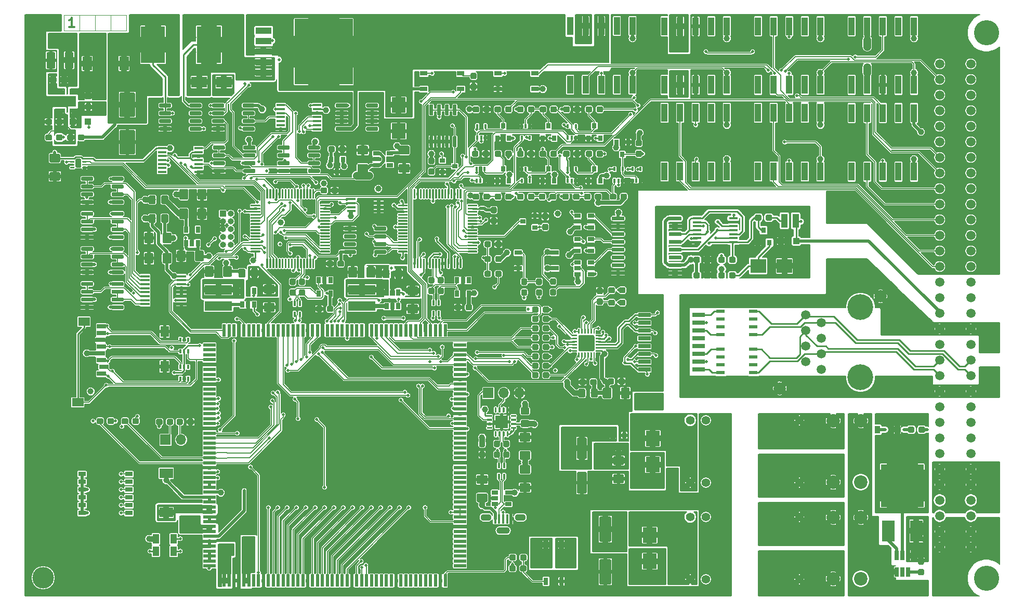
<source format=gbr>
G04 #@! TF.GenerationSoftware,KiCad,Pcbnew,5.1.4*
G04 #@! TF.CreationDate,2019-08-28T20:29:57+02:00*
G04 #@! TF.ProjectId,ETH1CJTAG,45544831-434a-4544-9147-2e6b69636164,rev?*
G04 #@! TF.SameCoordinates,Original*
G04 #@! TF.FileFunction,Copper,L1,Top*
G04 #@! TF.FilePolarity,Positive*
%FSLAX46Y46*%
G04 Gerber Fmt 4.6, Leading zero omitted, Abs format (unit mm)*
G04 Created by KiCad (PCBNEW 5.1.4) date 2019-08-28 20:29:57*
%MOMM*%
%LPD*%
G04 APERTURE LIST*
%ADD10C,0.120000*%
%ADD11C,0.300000*%
%ADD12C,0.100000*%
%ADD13C,0.250000*%
%ADD14C,0.900000*%
%ADD15C,1.425000*%
%ADD16R,1.399540X0.599440*%
%ADD17C,0.500000*%
%ADD18R,3.000000X1.700000*%
%ADD19R,0.250000X0.700000*%
%ADD20C,0.950000*%
%ADD21R,1.600000X2.200000*%
%ADD22R,1.000000X1.000000*%
%ADD23C,2.500000*%
%ADD24R,4.000000X6.000000*%
%ADD25C,1.501140*%
%ADD26C,4.100000*%
%ADD27C,3.500000*%
%ADD28R,2.000000X0.550000*%
%ADD29R,0.550000X2.000000*%
%ADD30R,2.500000X1.800000*%
%ADD31R,2.000000X0.640000*%
%ADD32C,2.000000*%
%ADD33C,1.500000*%
%ADD34C,4.200000*%
%ADD35C,0.300000*%
%ADD36R,0.350000X0.850000*%
%ADD37R,2.500000X2.300000*%
%ADD38R,2.300000X2.500000*%
%ADD39R,0.650000X1.560000*%
%ADD40R,0.400000X0.650000*%
%ADD41R,0.800000X0.900000*%
%ADD42R,2.200000X1.600000*%
%ADD43R,1.060000X0.650000*%
%ADD44R,0.650000X1.060000*%
%ADD45C,1.900000*%
%ADD46C,0.600000*%
%ADD47R,1.500000X0.450000*%
%ADD48R,1.200000X0.800000*%
%ADD49R,1.450000X0.450000*%
%ADD50R,2.540000X1.060000*%
%ADD51R,9.520000X10.660000*%
%ADD52R,0.800000X1.200000*%
%ADD53C,1.400000*%
%ADD54C,2.100000*%
%ADD55C,2.600000*%
%ADD56R,1.270000X0.760000*%
%ADD57R,0.900000X0.800000*%
%ADD58R,7.000000X7.000000*%
%ADD59R,2.000000X3.500000*%
%ADD60R,1.000000X2.300000*%
%ADD61C,2.200000*%
%ADD62R,4.500000X1.600000*%
%ADD63R,1.000000X3.000000*%
%ADD64O,1.700000X1.700000*%
%ADD65R,1.700000X1.700000*%
%ADD66O,1.000000X1.000000*%
%ADD67O,2.200000X1.100000*%
%ADD68O,1.800000X1.100000*%
%ADD69R,0.450000X1.500000*%
%ADD70R,1.500000X0.800000*%
%ADD71R,1.900000X1.400000*%
%ADD72R,1.400000X1.800000*%
%ADD73C,1.150000*%
%ADD74R,1.100000X1.600000*%
%ADD75R,0.900000X1.200000*%
%ADD76C,1.600000*%
%ADD77C,1.000000*%
%ADD78C,0.127000*%
%ADD79C,0.508000*%
%ADD80C,0.254000*%
%ADD81C,0.889000*%
%ADD82C,0.635000*%
%ADD83C,1.270000*%
G04 APERTURE END LIST*
D10*
X85217000Y-45212000D02*
X82677000Y-45212000D01*
X85217000Y-42672000D02*
X85217000Y-45212000D01*
X82677000Y-42672000D02*
X85217000Y-42672000D01*
X80137000Y-45212000D02*
X80137000Y-42672000D01*
X82677000Y-45212000D02*
X80137000Y-45212000D01*
X82677000Y-42672000D02*
X82677000Y-45212000D01*
X80137000Y-42672000D02*
X82677000Y-42672000D01*
X80137000Y-45212000D02*
X77597000Y-45212000D01*
X77597000Y-42672000D02*
X80137000Y-42672000D01*
X75057000Y-45212000D02*
X75057000Y-42672000D01*
X77597000Y-45212000D02*
X75057000Y-45212000D01*
X77597000Y-42672000D02*
X77597000Y-45212000D01*
X75057000Y-42672000D02*
X77597000Y-42672000D01*
D11*
X76755571Y-44620571D02*
X75898428Y-44620571D01*
X76327000Y-44620571D02*
X76327000Y-43120571D01*
X76184142Y-43334857D01*
X76041285Y-43477714D01*
X75898428Y-43549142D01*
D12*
G36*
X78665626Y-65933301D02*
G01*
X78671693Y-65934201D01*
X78677643Y-65935691D01*
X78683418Y-65937758D01*
X78688962Y-65940380D01*
X78694223Y-65943533D01*
X78699150Y-65947187D01*
X78703694Y-65951306D01*
X78707813Y-65955850D01*
X78711467Y-65960777D01*
X78714620Y-65966038D01*
X78717242Y-65971582D01*
X78719309Y-65977357D01*
X78720799Y-65983307D01*
X78721699Y-65989374D01*
X78722000Y-65995500D01*
X78722000Y-66120500D01*
X78721699Y-66126626D01*
X78720799Y-66132693D01*
X78719309Y-66138643D01*
X78717242Y-66144418D01*
X78714620Y-66149962D01*
X78711467Y-66155223D01*
X78707813Y-66160150D01*
X78703694Y-66164694D01*
X78699150Y-66168813D01*
X78694223Y-66172467D01*
X78688962Y-66175620D01*
X78683418Y-66178242D01*
X78677643Y-66180309D01*
X78671693Y-66181799D01*
X78665626Y-66182699D01*
X78659500Y-66183000D01*
X78084500Y-66183000D01*
X78078374Y-66182699D01*
X78072307Y-66181799D01*
X78066357Y-66180309D01*
X78060582Y-66178242D01*
X78055038Y-66175620D01*
X78049777Y-66172467D01*
X78044850Y-66168813D01*
X78040306Y-66164694D01*
X78036187Y-66160150D01*
X78032533Y-66155223D01*
X78029380Y-66149962D01*
X78026758Y-66144418D01*
X78024691Y-66138643D01*
X78023201Y-66132693D01*
X78022301Y-66126626D01*
X78022000Y-66120500D01*
X78022000Y-65995500D01*
X78022301Y-65989374D01*
X78023201Y-65983307D01*
X78024691Y-65977357D01*
X78026758Y-65971582D01*
X78029380Y-65966038D01*
X78032533Y-65960777D01*
X78036187Y-65955850D01*
X78040306Y-65951306D01*
X78044850Y-65947187D01*
X78049777Y-65943533D01*
X78055038Y-65940380D01*
X78060582Y-65937758D01*
X78066357Y-65935691D01*
X78072307Y-65934201D01*
X78078374Y-65933301D01*
X78084500Y-65933000D01*
X78659500Y-65933000D01*
X78665626Y-65933301D01*
X78665626Y-65933301D01*
G37*
D13*
X78372000Y-66058000D03*
D12*
G36*
X78665626Y-66433301D02*
G01*
X78671693Y-66434201D01*
X78677643Y-66435691D01*
X78683418Y-66437758D01*
X78688962Y-66440380D01*
X78694223Y-66443533D01*
X78699150Y-66447187D01*
X78703694Y-66451306D01*
X78707813Y-66455850D01*
X78711467Y-66460777D01*
X78714620Y-66466038D01*
X78717242Y-66471582D01*
X78719309Y-66477357D01*
X78720799Y-66483307D01*
X78721699Y-66489374D01*
X78722000Y-66495500D01*
X78722000Y-66620500D01*
X78721699Y-66626626D01*
X78720799Y-66632693D01*
X78719309Y-66638643D01*
X78717242Y-66644418D01*
X78714620Y-66649962D01*
X78711467Y-66655223D01*
X78707813Y-66660150D01*
X78703694Y-66664694D01*
X78699150Y-66668813D01*
X78694223Y-66672467D01*
X78688962Y-66675620D01*
X78683418Y-66678242D01*
X78677643Y-66680309D01*
X78671693Y-66681799D01*
X78665626Y-66682699D01*
X78659500Y-66683000D01*
X78084500Y-66683000D01*
X78078374Y-66682699D01*
X78072307Y-66681799D01*
X78066357Y-66680309D01*
X78060582Y-66678242D01*
X78055038Y-66675620D01*
X78049777Y-66672467D01*
X78044850Y-66668813D01*
X78040306Y-66664694D01*
X78036187Y-66660150D01*
X78032533Y-66655223D01*
X78029380Y-66649962D01*
X78026758Y-66644418D01*
X78024691Y-66638643D01*
X78023201Y-66632693D01*
X78022301Y-66626626D01*
X78022000Y-66620500D01*
X78022000Y-66495500D01*
X78022301Y-66489374D01*
X78023201Y-66483307D01*
X78024691Y-66477357D01*
X78026758Y-66471582D01*
X78029380Y-66466038D01*
X78032533Y-66460777D01*
X78036187Y-66455850D01*
X78040306Y-66451306D01*
X78044850Y-66447187D01*
X78049777Y-66443533D01*
X78055038Y-66440380D01*
X78060582Y-66437758D01*
X78066357Y-66435691D01*
X78072307Y-66434201D01*
X78078374Y-66433301D01*
X78084500Y-66433000D01*
X78659500Y-66433000D01*
X78665626Y-66433301D01*
X78665626Y-66433301D01*
G37*
D13*
X78372000Y-66558000D03*
D12*
G36*
X78665626Y-66933301D02*
G01*
X78671693Y-66934201D01*
X78677643Y-66935691D01*
X78683418Y-66937758D01*
X78688962Y-66940380D01*
X78694223Y-66943533D01*
X78699150Y-66947187D01*
X78703694Y-66951306D01*
X78707813Y-66955850D01*
X78711467Y-66960777D01*
X78714620Y-66966038D01*
X78717242Y-66971582D01*
X78719309Y-66977357D01*
X78720799Y-66983307D01*
X78721699Y-66989374D01*
X78722000Y-66995500D01*
X78722000Y-67120500D01*
X78721699Y-67126626D01*
X78720799Y-67132693D01*
X78719309Y-67138643D01*
X78717242Y-67144418D01*
X78714620Y-67149962D01*
X78711467Y-67155223D01*
X78707813Y-67160150D01*
X78703694Y-67164694D01*
X78699150Y-67168813D01*
X78694223Y-67172467D01*
X78688962Y-67175620D01*
X78683418Y-67178242D01*
X78677643Y-67180309D01*
X78671693Y-67181799D01*
X78665626Y-67182699D01*
X78659500Y-67183000D01*
X78084500Y-67183000D01*
X78078374Y-67182699D01*
X78072307Y-67181799D01*
X78066357Y-67180309D01*
X78060582Y-67178242D01*
X78055038Y-67175620D01*
X78049777Y-67172467D01*
X78044850Y-67168813D01*
X78040306Y-67164694D01*
X78036187Y-67160150D01*
X78032533Y-67155223D01*
X78029380Y-67149962D01*
X78026758Y-67144418D01*
X78024691Y-67138643D01*
X78023201Y-67132693D01*
X78022301Y-67126626D01*
X78022000Y-67120500D01*
X78022000Y-66995500D01*
X78022301Y-66989374D01*
X78023201Y-66983307D01*
X78024691Y-66977357D01*
X78026758Y-66971582D01*
X78029380Y-66966038D01*
X78032533Y-66960777D01*
X78036187Y-66955850D01*
X78040306Y-66951306D01*
X78044850Y-66947187D01*
X78049777Y-66943533D01*
X78055038Y-66940380D01*
X78060582Y-66937758D01*
X78066357Y-66935691D01*
X78072307Y-66934201D01*
X78078374Y-66933301D01*
X78084500Y-66933000D01*
X78659500Y-66933000D01*
X78665626Y-66933301D01*
X78665626Y-66933301D01*
G37*
D13*
X78372000Y-67058000D03*
D12*
G36*
X78665626Y-67433301D02*
G01*
X78671693Y-67434201D01*
X78677643Y-67435691D01*
X78683418Y-67437758D01*
X78688962Y-67440380D01*
X78694223Y-67443533D01*
X78699150Y-67447187D01*
X78703694Y-67451306D01*
X78707813Y-67455850D01*
X78711467Y-67460777D01*
X78714620Y-67466038D01*
X78717242Y-67471582D01*
X78719309Y-67477357D01*
X78720799Y-67483307D01*
X78721699Y-67489374D01*
X78722000Y-67495500D01*
X78722000Y-67620500D01*
X78721699Y-67626626D01*
X78720799Y-67632693D01*
X78719309Y-67638643D01*
X78717242Y-67644418D01*
X78714620Y-67649962D01*
X78711467Y-67655223D01*
X78707813Y-67660150D01*
X78703694Y-67664694D01*
X78699150Y-67668813D01*
X78694223Y-67672467D01*
X78688962Y-67675620D01*
X78683418Y-67678242D01*
X78677643Y-67680309D01*
X78671693Y-67681799D01*
X78665626Y-67682699D01*
X78659500Y-67683000D01*
X78084500Y-67683000D01*
X78078374Y-67682699D01*
X78072307Y-67681799D01*
X78066357Y-67680309D01*
X78060582Y-67678242D01*
X78055038Y-67675620D01*
X78049777Y-67672467D01*
X78044850Y-67668813D01*
X78040306Y-67664694D01*
X78036187Y-67660150D01*
X78032533Y-67655223D01*
X78029380Y-67649962D01*
X78026758Y-67644418D01*
X78024691Y-67638643D01*
X78023201Y-67632693D01*
X78022301Y-67626626D01*
X78022000Y-67620500D01*
X78022000Y-67495500D01*
X78022301Y-67489374D01*
X78023201Y-67483307D01*
X78024691Y-67477357D01*
X78026758Y-67471582D01*
X78029380Y-67466038D01*
X78032533Y-67460777D01*
X78036187Y-67455850D01*
X78040306Y-67451306D01*
X78044850Y-67447187D01*
X78049777Y-67443533D01*
X78055038Y-67440380D01*
X78060582Y-67437758D01*
X78066357Y-67435691D01*
X78072307Y-67434201D01*
X78078374Y-67433301D01*
X78084500Y-67433000D01*
X78659500Y-67433000D01*
X78665626Y-67433301D01*
X78665626Y-67433301D01*
G37*
D13*
X78372000Y-67558000D03*
D12*
G36*
X76665626Y-67433301D02*
G01*
X76671693Y-67434201D01*
X76677643Y-67435691D01*
X76683418Y-67437758D01*
X76688962Y-67440380D01*
X76694223Y-67443533D01*
X76699150Y-67447187D01*
X76703694Y-67451306D01*
X76707813Y-67455850D01*
X76711467Y-67460777D01*
X76714620Y-67466038D01*
X76717242Y-67471582D01*
X76719309Y-67477357D01*
X76720799Y-67483307D01*
X76721699Y-67489374D01*
X76722000Y-67495500D01*
X76722000Y-67620500D01*
X76721699Y-67626626D01*
X76720799Y-67632693D01*
X76719309Y-67638643D01*
X76717242Y-67644418D01*
X76714620Y-67649962D01*
X76711467Y-67655223D01*
X76707813Y-67660150D01*
X76703694Y-67664694D01*
X76699150Y-67668813D01*
X76694223Y-67672467D01*
X76688962Y-67675620D01*
X76683418Y-67678242D01*
X76677643Y-67680309D01*
X76671693Y-67681799D01*
X76665626Y-67682699D01*
X76659500Y-67683000D01*
X76084500Y-67683000D01*
X76078374Y-67682699D01*
X76072307Y-67681799D01*
X76066357Y-67680309D01*
X76060582Y-67678242D01*
X76055038Y-67675620D01*
X76049777Y-67672467D01*
X76044850Y-67668813D01*
X76040306Y-67664694D01*
X76036187Y-67660150D01*
X76032533Y-67655223D01*
X76029380Y-67649962D01*
X76026758Y-67644418D01*
X76024691Y-67638643D01*
X76023201Y-67632693D01*
X76022301Y-67626626D01*
X76022000Y-67620500D01*
X76022000Y-67495500D01*
X76022301Y-67489374D01*
X76023201Y-67483307D01*
X76024691Y-67477357D01*
X76026758Y-67471582D01*
X76029380Y-67466038D01*
X76032533Y-67460777D01*
X76036187Y-67455850D01*
X76040306Y-67451306D01*
X76044850Y-67447187D01*
X76049777Y-67443533D01*
X76055038Y-67440380D01*
X76060582Y-67437758D01*
X76066357Y-67435691D01*
X76072307Y-67434201D01*
X76078374Y-67433301D01*
X76084500Y-67433000D01*
X76659500Y-67433000D01*
X76665626Y-67433301D01*
X76665626Y-67433301D01*
G37*
D13*
X76372000Y-67558000D03*
D12*
G36*
X76665626Y-66933301D02*
G01*
X76671693Y-66934201D01*
X76677643Y-66935691D01*
X76683418Y-66937758D01*
X76688962Y-66940380D01*
X76694223Y-66943533D01*
X76699150Y-66947187D01*
X76703694Y-66951306D01*
X76707813Y-66955850D01*
X76711467Y-66960777D01*
X76714620Y-66966038D01*
X76717242Y-66971582D01*
X76719309Y-66977357D01*
X76720799Y-66983307D01*
X76721699Y-66989374D01*
X76722000Y-66995500D01*
X76722000Y-67120500D01*
X76721699Y-67126626D01*
X76720799Y-67132693D01*
X76719309Y-67138643D01*
X76717242Y-67144418D01*
X76714620Y-67149962D01*
X76711467Y-67155223D01*
X76707813Y-67160150D01*
X76703694Y-67164694D01*
X76699150Y-67168813D01*
X76694223Y-67172467D01*
X76688962Y-67175620D01*
X76683418Y-67178242D01*
X76677643Y-67180309D01*
X76671693Y-67181799D01*
X76665626Y-67182699D01*
X76659500Y-67183000D01*
X76084500Y-67183000D01*
X76078374Y-67182699D01*
X76072307Y-67181799D01*
X76066357Y-67180309D01*
X76060582Y-67178242D01*
X76055038Y-67175620D01*
X76049777Y-67172467D01*
X76044850Y-67168813D01*
X76040306Y-67164694D01*
X76036187Y-67160150D01*
X76032533Y-67155223D01*
X76029380Y-67149962D01*
X76026758Y-67144418D01*
X76024691Y-67138643D01*
X76023201Y-67132693D01*
X76022301Y-67126626D01*
X76022000Y-67120500D01*
X76022000Y-66995500D01*
X76022301Y-66989374D01*
X76023201Y-66983307D01*
X76024691Y-66977357D01*
X76026758Y-66971582D01*
X76029380Y-66966038D01*
X76032533Y-66960777D01*
X76036187Y-66955850D01*
X76040306Y-66951306D01*
X76044850Y-66947187D01*
X76049777Y-66943533D01*
X76055038Y-66940380D01*
X76060582Y-66937758D01*
X76066357Y-66935691D01*
X76072307Y-66934201D01*
X76078374Y-66933301D01*
X76084500Y-66933000D01*
X76659500Y-66933000D01*
X76665626Y-66933301D01*
X76665626Y-66933301D01*
G37*
D13*
X76372000Y-67058000D03*
D12*
G36*
X76665626Y-66433301D02*
G01*
X76671693Y-66434201D01*
X76677643Y-66435691D01*
X76683418Y-66437758D01*
X76688962Y-66440380D01*
X76694223Y-66443533D01*
X76699150Y-66447187D01*
X76703694Y-66451306D01*
X76707813Y-66455850D01*
X76711467Y-66460777D01*
X76714620Y-66466038D01*
X76717242Y-66471582D01*
X76719309Y-66477357D01*
X76720799Y-66483307D01*
X76721699Y-66489374D01*
X76722000Y-66495500D01*
X76722000Y-66620500D01*
X76721699Y-66626626D01*
X76720799Y-66632693D01*
X76719309Y-66638643D01*
X76717242Y-66644418D01*
X76714620Y-66649962D01*
X76711467Y-66655223D01*
X76707813Y-66660150D01*
X76703694Y-66664694D01*
X76699150Y-66668813D01*
X76694223Y-66672467D01*
X76688962Y-66675620D01*
X76683418Y-66678242D01*
X76677643Y-66680309D01*
X76671693Y-66681799D01*
X76665626Y-66682699D01*
X76659500Y-66683000D01*
X76084500Y-66683000D01*
X76078374Y-66682699D01*
X76072307Y-66681799D01*
X76066357Y-66680309D01*
X76060582Y-66678242D01*
X76055038Y-66675620D01*
X76049777Y-66672467D01*
X76044850Y-66668813D01*
X76040306Y-66664694D01*
X76036187Y-66660150D01*
X76032533Y-66655223D01*
X76029380Y-66649962D01*
X76026758Y-66644418D01*
X76024691Y-66638643D01*
X76023201Y-66632693D01*
X76022301Y-66626626D01*
X76022000Y-66620500D01*
X76022000Y-66495500D01*
X76022301Y-66489374D01*
X76023201Y-66483307D01*
X76024691Y-66477357D01*
X76026758Y-66471582D01*
X76029380Y-66466038D01*
X76032533Y-66460777D01*
X76036187Y-66455850D01*
X76040306Y-66451306D01*
X76044850Y-66447187D01*
X76049777Y-66443533D01*
X76055038Y-66440380D01*
X76060582Y-66437758D01*
X76066357Y-66435691D01*
X76072307Y-66434201D01*
X76078374Y-66433301D01*
X76084500Y-66433000D01*
X76659500Y-66433000D01*
X76665626Y-66433301D01*
X76665626Y-66433301D01*
G37*
D13*
X76372000Y-66558000D03*
D12*
G36*
X76665626Y-65933301D02*
G01*
X76671693Y-65934201D01*
X76677643Y-65935691D01*
X76683418Y-65937758D01*
X76688962Y-65940380D01*
X76694223Y-65943533D01*
X76699150Y-65947187D01*
X76703694Y-65951306D01*
X76707813Y-65955850D01*
X76711467Y-65960777D01*
X76714620Y-65966038D01*
X76717242Y-65971582D01*
X76719309Y-65977357D01*
X76720799Y-65983307D01*
X76721699Y-65989374D01*
X76722000Y-65995500D01*
X76722000Y-66120500D01*
X76721699Y-66126626D01*
X76720799Y-66132693D01*
X76719309Y-66138643D01*
X76717242Y-66144418D01*
X76714620Y-66149962D01*
X76711467Y-66155223D01*
X76707813Y-66160150D01*
X76703694Y-66164694D01*
X76699150Y-66168813D01*
X76694223Y-66172467D01*
X76688962Y-66175620D01*
X76683418Y-66178242D01*
X76677643Y-66180309D01*
X76671693Y-66181799D01*
X76665626Y-66182699D01*
X76659500Y-66183000D01*
X76084500Y-66183000D01*
X76078374Y-66182699D01*
X76072307Y-66181799D01*
X76066357Y-66180309D01*
X76060582Y-66178242D01*
X76055038Y-66175620D01*
X76049777Y-66172467D01*
X76044850Y-66168813D01*
X76040306Y-66164694D01*
X76036187Y-66160150D01*
X76032533Y-66155223D01*
X76029380Y-66149962D01*
X76026758Y-66144418D01*
X76024691Y-66138643D01*
X76023201Y-66132693D01*
X76022301Y-66126626D01*
X76022000Y-66120500D01*
X76022000Y-65995500D01*
X76022301Y-65989374D01*
X76023201Y-65983307D01*
X76024691Y-65977357D01*
X76026758Y-65971582D01*
X76029380Y-65966038D01*
X76032533Y-65960777D01*
X76036187Y-65955850D01*
X76040306Y-65951306D01*
X76044850Y-65947187D01*
X76049777Y-65943533D01*
X76055038Y-65940380D01*
X76060582Y-65937758D01*
X76066357Y-65935691D01*
X76072307Y-65934201D01*
X76078374Y-65933301D01*
X76084500Y-65933000D01*
X76659500Y-65933000D01*
X76665626Y-65933301D01*
X76665626Y-65933301D01*
G37*
D13*
X76372000Y-66058000D03*
D12*
G36*
X77619054Y-66059083D02*
G01*
X77640895Y-66062323D01*
X77662314Y-66067688D01*
X77683104Y-66075127D01*
X77703064Y-66084568D01*
X77722003Y-66095919D01*
X77739738Y-66109073D01*
X77756099Y-66123901D01*
X77770927Y-66140262D01*
X77784081Y-66157997D01*
X77795432Y-66176936D01*
X77804873Y-66196896D01*
X77812312Y-66217686D01*
X77817677Y-66239105D01*
X77820917Y-66260946D01*
X77822000Y-66283000D01*
X77822000Y-67333000D01*
X77820917Y-67355054D01*
X77817677Y-67376895D01*
X77812312Y-67398314D01*
X77804873Y-67419104D01*
X77795432Y-67439064D01*
X77784081Y-67458003D01*
X77770927Y-67475738D01*
X77756099Y-67492099D01*
X77739738Y-67506927D01*
X77722003Y-67520081D01*
X77703064Y-67531432D01*
X77683104Y-67540873D01*
X77662314Y-67548312D01*
X77640895Y-67553677D01*
X77619054Y-67556917D01*
X77597000Y-67558000D01*
X77147000Y-67558000D01*
X77124946Y-67556917D01*
X77103105Y-67553677D01*
X77081686Y-67548312D01*
X77060896Y-67540873D01*
X77040936Y-67531432D01*
X77021997Y-67520081D01*
X77004262Y-67506927D01*
X76987901Y-67492099D01*
X76973073Y-67475738D01*
X76959919Y-67458003D01*
X76948568Y-67439064D01*
X76939127Y-67419104D01*
X76931688Y-67398314D01*
X76926323Y-67376895D01*
X76923083Y-67355054D01*
X76922000Y-67333000D01*
X76922000Y-66283000D01*
X76923083Y-66260946D01*
X76926323Y-66239105D01*
X76931688Y-66217686D01*
X76939127Y-66196896D01*
X76948568Y-66176936D01*
X76959919Y-66157997D01*
X76973073Y-66140262D01*
X76987901Y-66123901D01*
X77004262Y-66109073D01*
X77021997Y-66095919D01*
X77040936Y-66084568D01*
X77060896Y-66075127D01*
X77081686Y-66067688D01*
X77103105Y-66062323D01*
X77124946Y-66059083D01*
X77147000Y-66058000D01*
X77597000Y-66058000D01*
X77619054Y-66059083D01*
X77619054Y-66059083D01*
G37*
D14*
X77372000Y-66808000D03*
D12*
G36*
X74182504Y-65274704D02*
G01*
X74206773Y-65278304D01*
X74230571Y-65284265D01*
X74253671Y-65292530D01*
X74275849Y-65303020D01*
X74296893Y-65315633D01*
X74316598Y-65330247D01*
X74334777Y-65346723D01*
X74351253Y-65364902D01*
X74365867Y-65384607D01*
X74378480Y-65405651D01*
X74388970Y-65427829D01*
X74397235Y-65450929D01*
X74403196Y-65474727D01*
X74406796Y-65498996D01*
X74408000Y-65523500D01*
X74408000Y-66448500D01*
X74406796Y-66473004D01*
X74403196Y-66497273D01*
X74397235Y-66521071D01*
X74388970Y-66544171D01*
X74378480Y-66566349D01*
X74365867Y-66587393D01*
X74351253Y-66607098D01*
X74334777Y-66625277D01*
X74316598Y-66641753D01*
X74296893Y-66656367D01*
X74275849Y-66668980D01*
X74253671Y-66679470D01*
X74230571Y-66687735D01*
X74206773Y-66693696D01*
X74182504Y-66697296D01*
X74158000Y-66698500D01*
X72908000Y-66698500D01*
X72883496Y-66697296D01*
X72859227Y-66693696D01*
X72835429Y-66687735D01*
X72812329Y-66679470D01*
X72790151Y-66668980D01*
X72769107Y-66656367D01*
X72749402Y-66641753D01*
X72731223Y-66625277D01*
X72714747Y-66607098D01*
X72700133Y-66587393D01*
X72687520Y-66566349D01*
X72677030Y-66544171D01*
X72668765Y-66521071D01*
X72662804Y-66497273D01*
X72659204Y-66473004D01*
X72658000Y-66448500D01*
X72658000Y-65523500D01*
X72659204Y-65498996D01*
X72662804Y-65474727D01*
X72668765Y-65450929D01*
X72677030Y-65427829D01*
X72687520Y-65405651D01*
X72700133Y-65384607D01*
X72714747Y-65364902D01*
X72731223Y-65346723D01*
X72749402Y-65330247D01*
X72769107Y-65315633D01*
X72790151Y-65303020D01*
X72812329Y-65292530D01*
X72835429Y-65284265D01*
X72859227Y-65278304D01*
X72883496Y-65274704D01*
X72908000Y-65273500D01*
X74158000Y-65273500D01*
X74182504Y-65274704D01*
X74182504Y-65274704D01*
G37*
D15*
X73533000Y-65986000D03*
D12*
G36*
X74182504Y-68249704D02*
G01*
X74206773Y-68253304D01*
X74230571Y-68259265D01*
X74253671Y-68267530D01*
X74275849Y-68278020D01*
X74296893Y-68290633D01*
X74316598Y-68305247D01*
X74334777Y-68321723D01*
X74351253Y-68339902D01*
X74365867Y-68359607D01*
X74378480Y-68380651D01*
X74388970Y-68402829D01*
X74397235Y-68425929D01*
X74403196Y-68449727D01*
X74406796Y-68473996D01*
X74408000Y-68498500D01*
X74408000Y-69423500D01*
X74406796Y-69448004D01*
X74403196Y-69472273D01*
X74397235Y-69496071D01*
X74388970Y-69519171D01*
X74378480Y-69541349D01*
X74365867Y-69562393D01*
X74351253Y-69582098D01*
X74334777Y-69600277D01*
X74316598Y-69616753D01*
X74296893Y-69631367D01*
X74275849Y-69643980D01*
X74253671Y-69654470D01*
X74230571Y-69662735D01*
X74206773Y-69668696D01*
X74182504Y-69672296D01*
X74158000Y-69673500D01*
X72908000Y-69673500D01*
X72883496Y-69672296D01*
X72859227Y-69668696D01*
X72835429Y-69662735D01*
X72812329Y-69654470D01*
X72790151Y-69643980D01*
X72769107Y-69631367D01*
X72749402Y-69616753D01*
X72731223Y-69600277D01*
X72714747Y-69582098D01*
X72700133Y-69562393D01*
X72687520Y-69541349D01*
X72677030Y-69519171D01*
X72668765Y-69496071D01*
X72662804Y-69472273D01*
X72659204Y-69448004D01*
X72658000Y-69423500D01*
X72658000Y-68498500D01*
X72659204Y-68473996D01*
X72662804Y-68449727D01*
X72668765Y-68425929D01*
X72677030Y-68402829D01*
X72687520Y-68380651D01*
X72700133Y-68359607D01*
X72714747Y-68339902D01*
X72731223Y-68321723D01*
X72749402Y-68305247D01*
X72769107Y-68290633D01*
X72790151Y-68278020D01*
X72812329Y-68267530D01*
X72835429Y-68259265D01*
X72859227Y-68253304D01*
X72883496Y-68249704D01*
X72908000Y-68248500D01*
X74158000Y-68248500D01*
X74182504Y-68249704D01*
X74182504Y-68249704D01*
G37*
D15*
X73533000Y-68961000D03*
D16*
X187325000Y-97155000D03*
X181991000Y-97155000D03*
X187325000Y-98425000D03*
X187325000Y-99695000D03*
X187325000Y-100965000D03*
X181991000Y-98425000D03*
X181991000Y-99695000D03*
X181991000Y-100965000D03*
X187325000Y-90932000D03*
X181991000Y-90932000D03*
X187325000Y-92202000D03*
X187325000Y-93472000D03*
X187325000Y-94742000D03*
X181991000Y-92202000D03*
X181991000Y-93472000D03*
X181991000Y-94742000D03*
D17*
X76065000Y-57269000D03*
X76073000Y-56269000D03*
X75065000Y-56269000D03*
X75065000Y-57269000D03*
X75565000Y-56769000D03*
D18*
X75565000Y-56769000D03*
D19*
X75065000Y-55319000D03*
X75565000Y-55319000D03*
X76065000Y-55319000D03*
X76065000Y-58219000D03*
X75565000Y-58219000D03*
X75065000Y-58219000D03*
D12*
G36*
X72855779Y-59597144D02*
G01*
X72878834Y-59600563D01*
X72901443Y-59606227D01*
X72923387Y-59614079D01*
X72944457Y-59624044D01*
X72964448Y-59636026D01*
X72983168Y-59649910D01*
X73000438Y-59665562D01*
X73016090Y-59682832D01*
X73029974Y-59701552D01*
X73041956Y-59721543D01*
X73051921Y-59742613D01*
X73059773Y-59764557D01*
X73065437Y-59787166D01*
X73068856Y-59810221D01*
X73070000Y-59833500D01*
X73070000Y-60308500D01*
X73068856Y-60331779D01*
X73065437Y-60354834D01*
X73059773Y-60377443D01*
X73051921Y-60399387D01*
X73041956Y-60420457D01*
X73029974Y-60440448D01*
X73016090Y-60459168D01*
X73000438Y-60476438D01*
X72983168Y-60492090D01*
X72964448Y-60505974D01*
X72944457Y-60517956D01*
X72923387Y-60527921D01*
X72901443Y-60535773D01*
X72878834Y-60541437D01*
X72855779Y-60544856D01*
X72832500Y-60546000D01*
X72257500Y-60546000D01*
X72234221Y-60544856D01*
X72211166Y-60541437D01*
X72188557Y-60535773D01*
X72166613Y-60527921D01*
X72145543Y-60517956D01*
X72125552Y-60505974D01*
X72106832Y-60492090D01*
X72089562Y-60476438D01*
X72073910Y-60459168D01*
X72060026Y-60440448D01*
X72048044Y-60420457D01*
X72038079Y-60399387D01*
X72030227Y-60377443D01*
X72024563Y-60354834D01*
X72021144Y-60331779D01*
X72020000Y-60308500D01*
X72020000Y-59833500D01*
X72021144Y-59810221D01*
X72024563Y-59787166D01*
X72030227Y-59764557D01*
X72038079Y-59742613D01*
X72048044Y-59721543D01*
X72060026Y-59701552D01*
X72073910Y-59682832D01*
X72089562Y-59665562D01*
X72106832Y-59649910D01*
X72125552Y-59636026D01*
X72145543Y-59624044D01*
X72166613Y-59614079D01*
X72188557Y-59606227D01*
X72211166Y-59600563D01*
X72234221Y-59597144D01*
X72257500Y-59596000D01*
X72832500Y-59596000D01*
X72855779Y-59597144D01*
X72855779Y-59597144D01*
G37*
D20*
X72545000Y-60071000D03*
D12*
G36*
X74605779Y-59597144D02*
G01*
X74628834Y-59600563D01*
X74651443Y-59606227D01*
X74673387Y-59614079D01*
X74694457Y-59624044D01*
X74714448Y-59636026D01*
X74733168Y-59649910D01*
X74750438Y-59665562D01*
X74766090Y-59682832D01*
X74779974Y-59701552D01*
X74791956Y-59721543D01*
X74801921Y-59742613D01*
X74809773Y-59764557D01*
X74815437Y-59787166D01*
X74818856Y-59810221D01*
X74820000Y-59833500D01*
X74820000Y-60308500D01*
X74818856Y-60331779D01*
X74815437Y-60354834D01*
X74809773Y-60377443D01*
X74801921Y-60399387D01*
X74791956Y-60420457D01*
X74779974Y-60440448D01*
X74766090Y-60459168D01*
X74750438Y-60476438D01*
X74733168Y-60492090D01*
X74714448Y-60505974D01*
X74694457Y-60517956D01*
X74673387Y-60527921D01*
X74651443Y-60535773D01*
X74628834Y-60541437D01*
X74605779Y-60544856D01*
X74582500Y-60546000D01*
X74007500Y-60546000D01*
X73984221Y-60544856D01*
X73961166Y-60541437D01*
X73938557Y-60535773D01*
X73916613Y-60527921D01*
X73895543Y-60517956D01*
X73875552Y-60505974D01*
X73856832Y-60492090D01*
X73839562Y-60476438D01*
X73823910Y-60459168D01*
X73810026Y-60440448D01*
X73798044Y-60420457D01*
X73788079Y-60399387D01*
X73780227Y-60377443D01*
X73774563Y-60354834D01*
X73771144Y-60331779D01*
X73770000Y-60308500D01*
X73770000Y-59833500D01*
X73771144Y-59810221D01*
X73774563Y-59787166D01*
X73780227Y-59764557D01*
X73788079Y-59742613D01*
X73798044Y-59721543D01*
X73810026Y-59701552D01*
X73823910Y-59682832D01*
X73839562Y-59665562D01*
X73856832Y-59649910D01*
X73875552Y-59636026D01*
X73895543Y-59624044D01*
X73916613Y-59614079D01*
X73938557Y-59606227D01*
X73961166Y-59600563D01*
X73984221Y-59597144D01*
X74007500Y-59596000D01*
X74582500Y-59596000D01*
X74605779Y-59597144D01*
X74605779Y-59597144D01*
G37*
D20*
X74295000Y-60071000D03*
D12*
G36*
X74591779Y-62137144D02*
G01*
X74614834Y-62140563D01*
X74637443Y-62146227D01*
X74659387Y-62154079D01*
X74680457Y-62164044D01*
X74700448Y-62176026D01*
X74719168Y-62189910D01*
X74736438Y-62205562D01*
X74752090Y-62222832D01*
X74765974Y-62241552D01*
X74777956Y-62261543D01*
X74787921Y-62282613D01*
X74795773Y-62304557D01*
X74801437Y-62327166D01*
X74804856Y-62350221D01*
X74806000Y-62373500D01*
X74806000Y-62848500D01*
X74804856Y-62871779D01*
X74801437Y-62894834D01*
X74795773Y-62917443D01*
X74787921Y-62939387D01*
X74777956Y-62960457D01*
X74765974Y-62980448D01*
X74752090Y-62999168D01*
X74736438Y-63016438D01*
X74719168Y-63032090D01*
X74700448Y-63045974D01*
X74680457Y-63057956D01*
X74659387Y-63067921D01*
X74637443Y-63075773D01*
X74614834Y-63081437D01*
X74591779Y-63084856D01*
X74568500Y-63086000D01*
X73993500Y-63086000D01*
X73970221Y-63084856D01*
X73947166Y-63081437D01*
X73924557Y-63075773D01*
X73902613Y-63067921D01*
X73881543Y-63057956D01*
X73861552Y-63045974D01*
X73842832Y-63032090D01*
X73825562Y-63016438D01*
X73809910Y-62999168D01*
X73796026Y-62980448D01*
X73784044Y-62960457D01*
X73774079Y-62939387D01*
X73766227Y-62917443D01*
X73760563Y-62894834D01*
X73757144Y-62871779D01*
X73756000Y-62848500D01*
X73756000Y-62373500D01*
X73757144Y-62350221D01*
X73760563Y-62327166D01*
X73766227Y-62304557D01*
X73774079Y-62282613D01*
X73784044Y-62261543D01*
X73796026Y-62241552D01*
X73809910Y-62222832D01*
X73825562Y-62205562D01*
X73842832Y-62189910D01*
X73861552Y-62176026D01*
X73881543Y-62164044D01*
X73902613Y-62154079D01*
X73924557Y-62146227D01*
X73947166Y-62140563D01*
X73970221Y-62137144D01*
X73993500Y-62136000D01*
X74568500Y-62136000D01*
X74591779Y-62137144D01*
X74591779Y-62137144D01*
G37*
D20*
X74281000Y-62611000D03*
D12*
G36*
X72841779Y-62137144D02*
G01*
X72864834Y-62140563D01*
X72887443Y-62146227D01*
X72909387Y-62154079D01*
X72930457Y-62164044D01*
X72950448Y-62176026D01*
X72969168Y-62189910D01*
X72986438Y-62205562D01*
X73002090Y-62222832D01*
X73015974Y-62241552D01*
X73027956Y-62261543D01*
X73037921Y-62282613D01*
X73045773Y-62304557D01*
X73051437Y-62327166D01*
X73054856Y-62350221D01*
X73056000Y-62373500D01*
X73056000Y-62848500D01*
X73054856Y-62871779D01*
X73051437Y-62894834D01*
X73045773Y-62917443D01*
X73037921Y-62939387D01*
X73027956Y-62960457D01*
X73015974Y-62980448D01*
X73002090Y-62999168D01*
X72986438Y-63016438D01*
X72969168Y-63032090D01*
X72950448Y-63045974D01*
X72930457Y-63057956D01*
X72909387Y-63067921D01*
X72887443Y-63075773D01*
X72864834Y-63081437D01*
X72841779Y-63084856D01*
X72818500Y-63086000D01*
X72243500Y-63086000D01*
X72220221Y-63084856D01*
X72197166Y-63081437D01*
X72174557Y-63075773D01*
X72152613Y-63067921D01*
X72131543Y-63057956D01*
X72111552Y-63045974D01*
X72092832Y-63032090D01*
X72075562Y-63016438D01*
X72059910Y-62999168D01*
X72046026Y-62980448D01*
X72034044Y-62960457D01*
X72024079Y-62939387D01*
X72016227Y-62917443D01*
X72010563Y-62894834D01*
X72007144Y-62871779D01*
X72006000Y-62848500D01*
X72006000Y-62373500D01*
X72007144Y-62350221D01*
X72010563Y-62327166D01*
X72016227Y-62304557D01*
X72024079Y-62282613D01*
X72034044Y-62261543D01*
X72046026Y-62241552D01*
X72059910Y-62222832D01*
X72075562Y-62205562D01*
X72092832Y-62189910D01*
X72111552Y-62176026D01*
X72131543Y-62164044D01*
X72152613Y-62154079D01*
X72174557Y-62146227D01*
X72197166Y-62140563D01*
X72220221Y-62137144D01*
X72243500Y-62136000D01*
X72818500Y-62136000D01*
X72841779Y-62137144D01*
X72841779Y-62137144D01*
G37*
D20*
X72531000Y-62611000D03*
D12*
G36*
X76397779Y-62137144D02*
G01*
X76420834Y-62140563D01*
X76443443Y-62146227D01*
X76465387Y-62154079D01*
X76486457Y-62164044D01*
X76506448Y-62176026D01*
X76525168Y-62189910D01*
X76542438Y-62205562D01*
X76558090Y-62222832D01*
X76571974Y-62241552D01*
X76583956Y-62261543D01*
X76593921Y-62282613D01*
X76601773Y-62304557D01*
X76607437Y-62327166D01*
X76610856Y-62350221D01*
X76612000Y-62373500D01*
X76612000Y-62848500D01*
X76610856Y-62871779D01*
X76607437Y-62894834D01*
X76601773Y-62917443D01*
X76593921Y-62939387D01*
X76583956Y-62960457D01*
X76571974Y-62980448D01*
X76558090Y-62999168D01*
X76542438Y-63016438D01*
X76525168Y-63032090D01*
X76506448Y-63045974D01*
X76486457Y-63057956D01*
X76465387Y-63067921D01*
X76443443Y-63075773D01*
X76420834Y-63081437D01*
X76397779Y-63084856D01*
X76374500Y-63086000D01*
X75799500Y-63086000D01*
X75776221Y-63084856D01*
X75753166Y-63081437D01*
X75730557Y-63075773D01*
X75708613Y-63067921D01*
X75687543Y-63057956D01*
X75667552Y-63045974D01*
X75648832Y-63032090D01*
X75631562Y-63016438D01*
X75615910Y-62999168D01*
X75602026Y-62980448D01*
X75590044Y-62960457D01*
X75580079Y-62939387D01*
X75572227Y-62917443D01*
X75566563Y-62894834D01*
X75563144Y-62871779D01*
X75562000Y-62848500D01*
X75562000Y-62373500D01*
X75563144Y-62350221D01*
X75566563Y-62327166D01*
X75572227Y-62304557D01*
X75580079Y-62282613D01*
X75590044Y-62261543D01*
X75602026Y-62241552D01*
X75615910Y-62222832D01*
X75631562Y-62205562D01*
X75648832Y-62189910D01*
X75667552Y-62176026D01*
X75687543Y-62164044D01*
X75708613Y-62154079D01*
X75730557Y-62146227D01*
X75753166Y-62140563D01*
X75776221Y-62137144D01*
X75799500Y-62136000D01*
X76374500Y-62136000D01*
X76397779Y-62137144D01*
X76397779Y-62137144D01*
G37*
D20*
X76087000Y-62611000D03*
D12*
G36*
X78147779Y-62137144D02*
G01*
X78170834Y-62140563D01*
X78193443Y-62146227D01*
X78215387Y-62154079D01*
X78236457Y-62164044D01*
X78256448Y-62176026D01*
X78275168Y-62189910D01*
X78292438Y-62205562D01*
X78308090Y-62222832D01*
X78321974Y-62241552D01*
X78333956Y-62261543D01*
X78343921Y-62282613D01*
X78351773Y-62304557D01*
X78357437Y-62327166D01*
X78360856Y-62350221D01*
X78362000Y-62373500D01*
X78362000Y-62848500D01*
X78360856Y-62871779D01*
X78357437Y-62894834D01*
X78351773Y-62917443D01*
X78343921Y-62939387D01*
X78333956Y-62960457D01*
X78321974Y-62980448D01*
X78308090Y-62999168D01*
X78292438Y-63016438D01*
X78275168Y-63032090D01*
X78256448Y-63045974D01*
X78236457Y-63057956D01*
X78215387Y-63067921D01*
X78193443Y-63075773D01*
X78170834Y-63081437D01*
X78147779Y-63084856D01*
X78124500Y-63086000D01*
X77549500Y-63086000D01*
X77526221Y-63084856D01*
X77503166Y-63081437D01*
X77480557Y-63075773D01*
X77458613Y-63067921D01*
X77437543Y-63057956D01*
X77417552Y-63045974D01*
X77398832Y-63032090D01*
X77381562Y-63016438D01*
X77365910Y-62999168D01*
X77352026Y-62980448D01*
X77340044Y-62960457D01*
X77330079Y-62939387D01*
X77322227Y-62917443D01*
X77316563Y-62894834D01*
X77313144Y-62871779D01*
X77312000Y-62848500D01*
X77312000Y-62373500D01*
X77313144Y-62350221D01*
X77316563Y-62327166D01*
X77322227Y-62304557D01*
X77330079Y-62282613D01*
X77340044Y-62261543D01*
X77352026Y-62241552D01*
X77365910Y-62222832D01*
X77381562Y-62205562D01*
X77398832Y-62189910D01*
X77417552Y-62176026D01*
X77437543Y-62164044D01*
X77458613Y-62154079D01*
X77480557Y-62146227D01*
X77503166Y-62140563D01*
X77526221Y-62137144D01*
X77549500Y-62136000D01*
X78124500Y-62136000D01*
X78147779Y-62137144D01*
X78147779Y-62137144D01*
G37*
D20*
X77837000Y-62611000D03*
D12*
G36*
X73589779Y-52739144D02*
G01*
X73612834Y-52742563D01*
X73635443Y-52748227D01*
X73657387Y-52756079D01*
X73678457Y-52766044D01*
X73698448Y-52778026D01*
X73717168Y-52791910D01*
X73734438Y-52807562D01*
X73750090Y-52824832D01*
X73763974Y-52843552D01*
X73775956Y-52863543D01*
X73785921Y-52884613D01*
X73793773Y-52906557D01*
X73799437Y-52929166D01*
X73802856Y-52952221D01*
X73804000Y-52975500D01*
X73804000Y-53450500D01*
X73802856Y-53473779D01*
X73799437Y-53496834D01*
X73793773Y-53519443D01*
X73785921Y-53541387D01*
X73775956Y-53562457D01*
X73763974Y-53582448D01*
X73750090Y-53601168D01*
X73734438Y-53618438D01*
X73717168Y-53634090D01*
X73698448Y-53647974D01*
X73678457Y-53659956D01*
X73657387Y-53669921D01*
X73635443Y-53677773D01*
X73612834Y-53683437D01*
X73589779Y-53686856D01*
X73566500Y-53688000D01*
X72991500Y-53688000D01*
X72968221Y-53686856D01*
X72945166Y-53683437D01*
X72922557Y-53677773D01*
X72900613Y-53669921D01*
X72879543Y-53659956D01*
X72859552Y-53647974D01*
X72840832Y-53634090D01*
X72823562Y-53618438D01*
X72807910Y-53601168D01*
X72794026Y-53582448D01*
X72782044Y-53562457D01*
X72772079Y-53541387D01*
X72764227Y-53519443D01*
X72758563Y-53496834D01*
X72755144Y-53473779D01*
X72754000Y-53450500D01*
X72754000Y-52975500D01*
X72755144Y-52952221D01*
X72758563Y-52929166D01*
X72764227Y-52906557D01*
X72772079Y-52884613D01*
X72782044Y-52863543D01*
X72794026Y-52843552D01*
X72807910Y-52824832D01*
X72823562Y-52807562D01*
X72840832Y-52791910D01*
X72859552Y-52778026D01*
X72879543Y-52766044D01*
X72900613Y-52756079D01*
X72922557Y-52748227D01*
X72945166Y-52742563D01*
X72968221Y-52739144D01*
X72991500Y-52738000D01*
X73566500Y-52738000D01*
X73589779Y-52739144D01*
X73589779Y-52739144D01*
G37*
D20*
X73279000Y-53213000D03*
D12*
G36*
X75339779Y-52739144D02*
G01*
X75362834Y-52742563D01*
X75385443Y-52748227D01*
X75407387Y-52756079D01*
X75428457Y-52766044D01*
X75448448Y-52778026D01*
X75467168Y-52791910D01*
X75484438Y-52807562D01*
X75500090Y-52824832D01*
X75513974Y-52843552D01*
X75525956Y-52863543D01*
X75535921Y-52884613D01*
X75543773Y-52906557D01*
X75549437Y-52929166D01*
X75552856Y-52952221D01*
X75554000Y-52975500D01*
X75554000Y-53450500D01*
X75552856Y-53473779D01*
X75549437Y-53496834D01*
X75543773Y-53519443D01*
X75535921Y-53541387D01*
X75525956Y-53562457D01*
X75513974Y-53582448D01*
X75500090Y-53601168D01*
X75484438Y-53618438D01*
X75467168Y-53634090D01*
X75448448Y-53647974D01*
X75428457Y-53659956D01*
X75407387Y-53669921D01*
X75385443Y-53677773D01*
X75362834Y-53683437D01*
X75339779Y-53686856D01*
X75316500Y-53688000D01*
X74741500Y-53688000D01*
X74718221Y-53686856D01*
X74695166Y-53683437D01*
X74672557Y-53677773D01*
X74650613Y-53669921D01*
X74629543Y-53659956D01*
X74609552Y-53647974D01*
X74590832Y-53634090D01*
X74573562Y-53618438D01*
X74557910Y-53601168D01*
X74544026Y-53582448D01*
X74532044Y-53562457D01*
X74522079Y-53541387D01*
X74514227Y-53519443D01*
X74508563Y-53496834D01*
X74505144Y-53473779D01*
X74504000Y-53450500D01*
X74504000Y-52975500D01*
X74505144Y-52952221D01*
X74508563Y-52929166D01*
X74514227Y-52906557D01*
X74522079Y-52884613D01*
X74532044Y-52863543D01*
X74544026Y-52843552D01*
X74557910Y-52824832D01*
X74573562Y-52807562D01*
X74590832Y-52791910D01*
X74609552Y-52778026D01*
X74629543Y-52766044D01*
X74650613Y-52756079D01*
X74672557Y-52748227D01*
X74695166Y-52742563D01*
X74718221Y-52739144D01*
X74741500Y-52738000D01*
X75316500Y-52738000D01*
X75339779Y-52739144D01*
X75339779Y-52739144D01*
G37*
D20*
X75029000Y-53213000D03*
D21*
X84803500Y-50571400D03*
X78803500Y-50571400D03*
D22*
X78954000Y-60071000D03*
X76454000Y-60071000D03*
D12*
G36*
X86368504Y-61376204D02*
G01*
X86392773Y-61379804D01*
X86416571Y-61385765D01*
X86439671Y-61394030D01*
X86461849Y-61404520D01*
X86482893Y-61417133D01*
X86502598Y-61431747D01*
X86520777Y-61448223D01*
X86537253Y-61466402D01*
X86551867Y-61486107D01*
X86564480Y-61507151D01*
X86574970Y-61529329D01*
X86583235Y-61552429D01*
X86589196Y-61576227D01*
X86592796Y-61600496D01*
X86594000Y-61625000D01*
X86594000Y-65125000D01*
X86592796Y-65149504D01*
X86589196Y-65173773D01*
X86583235Y-65197571D01*
X86574970Y-65220671D01*
X86564480Y-65242849D01*
X86551867Y-65263893D01*
X86537253Y-65283598D01*
X86520777Y-65301777D01*
X86502598Y-65318253D01*
X86482893Y-65332867D01*
X86461849Y-65345480D01*
X86439671Y-65355970D01*
X86416571Y-65364235D01*
X86392773Y-65370196D01*
X86368504Y-65373796D01*
X86344000Y-65375000D01*
X84344000Y-65375000D01*
X84319496Y-65373796D01*
X84295227Y-65370196D01*
X84271429Y-65364235D01*
X84248329Y-65355970D01*
X84226151Y-65345480D01*
X84205107Y-65332867D01*
X84185402Y-65318253D01*
X84167223Y-65301777D01*
X84150747Y-65283598D01*
X84136133Y-65263893D01*
X84123520Y-65242849D01*
X84113030Y-65220671D01*
X84104765Y-65197571D01*
X84098804Y-65173773D01*
X84095204Y-65149504D01*
X84094000Y-65125000D01*
X84094000Y-61625000D01*
X84095204Y-61600496D01*
X84098804Y-61576227D01*
X84104765Y-61552429D01*
X84113030Y-61529329D01*
X84123520Y-61507151D01*
X84136133Y-61486107D01*
X84150747Y-61466402D01*
X84167223Y-61448223D01*
X84185402Y-61431747D01*
X84205107Y-61417133D01*
X84226151Y-61404520D01*
X84248329Y-61394030D01*
X84271429Y-61385765D01*
X84295227Y-61379804D01*
X84319496Y-61376204D01*
X84344000Y-61375000D01*
X86344000Y-61375000D01*
X86368504Y-61376204D01*
X86368504Y-61376204D01*
G37*
D23*
X85344000Y-63375000D03*
D12*
G36*
X86368504Y-55276204D02*
G01*
X86392773Y-55279804D01*
X86416571Y-55285765D01*
X86439671Y-55294030D01*
X86461849Y-55304520D01*
X86482893Y-55317133D01*
X86502598Y-55331747D01*
X86520777Y-55348223D01*
X86537253Y-55366402D01*
X86551867Y-55386107D01*
X86564480Y-55407151D01*
X86574970Y-55429329D01*
X86583235Y-55452429D01*
X86589196Y-55476227D01*
X86592796Y-55500496D01*
X86594000Y-55525000D01*
X86594000Y-59025000D01*
X86592796Y-59049504D01*
X86589196Y-59073773D01*
X86583235Y-59097571D01*
X86574970Y-59120671D01*
X86564480Y-59142849D01*
X86551867Y-59163893D01*
X86537253Y-59183598D01*
X86520777Y-59201777D01*
X86502598Y-59218253D01*
X86482893Y-59232867D01*
X86461849Y-59245480D01*
X86439671Y-59255970D01*
X86416571Y-59264235D01*
X86392773Y-59270196D01*
X86368504Y-59273796D01*
X86344000Y-59275000D01*
X84344000Y-59275000D01*
X84319496Y-59273796D01*
X84295227Y-59270196D01*
X84271429Y-59264235D01*
X84248329Y-59255970D01*
X84226151Y-59245480D01*
X84205107Y-59232867D01*
X84185402Y-59218253D01*
X84167223Y-59201777D01*
X84150747Y-59183598D01*
X84136133Y-59163893D01*
X84123520Y-59142849D01*
X84113030Y-59120671D01*
X84104765Y-59097571D01*
X84098804Y-59073773D01*
X84095204Y-59049504D01*
X84094000Y-59025000D01*
X84094000Y-55525000D01*
X84095204Y-55500496D01*
X84098804Y-55476227D01*
X84104765Y-55452429D01*
X84113030Y-55429329D01*
X84123520Y-55407151D01*
X84136133Y-55386107D01*
X84150747Y-55366402D01*
X84167223Y-55348223D01*
X84185402Y-55331747D01*
X84205107Y-55317133D01*
X84226151Y-55304520D01*
X84248329Y-55294030D01*
X84271429Y-55285765D01*
X84295227Y-55279804D01*
X84319496Y-55276204D01*
X84344000Y-55275000D01*
X86344000Y-55275000D01*
X86368504Y-55276204D01*
X86368504Y-55276204D01*
G37*
D23*
X85344000Y-57275000D03*
D12*
G36*
X79254779Y-55356144D02*
G01*
X79277834Y-55359563D01*
X79300443Y-55365227D01*
X79322387Y-55373079D01*
X79343457Y-55383044D01*
X79363448Y-55395026D01*
X79382168Y-55408910D01*
X79399438Y-55424562D01*
X79415090Y-55441832D01*
X79428974Y-55460552D01*
X79440956Y-55480543D01*
X79450921Y-55501613D01*
X79458773Y-55523557D01*
X79464437Y-55546166D01*
X79467856Y-55569221D01*
X79469000Y-55592500D01*
X79469000Y-56167500D01*
X79467856Y-56190779D01*
X79464437Y-56213834D01*
X79458773Y-56236443D01*
X79450921Y-56258387D01*
X79440956Y-56279457D01*
X79428974Y-56299448D01*
X79415090Y-56318168D01*
X79399438Y-56335438D01*
X79382168Y-56351090D01*
X79363448Y-56364974D01*
X79343457Y-56376956D01*
X79322387Y-56386921D01*
X79300443Y-56394773D01*
X79277834Y-56400437D01*
X79254779Y-56403856D01*
X79231500Y-56405000D01*
X78756500Y-56405000D01*
X78733221Y-56403856D01*
X78710166Y-56400437D01*
X78687557Y-56394773D01*
X78665613Y-56386921D01*
X78644543Y-56376956D01*
X78624552Y-56364974D01*
X78605832Y-56351090D01*
X78588562Y-56335438D01*
X78572910Y-56318168D01*
X78559026Y-56299448D01*
X78547044Y-56279457D01*
X78537079Y-56258387D01*
X78529227Y-56236443D01*
X78523563Y-56213834D01*
X78520144Y-56190779D01*
X78519000Y-56167500D01*
X78519000Y-55592500D01*
X78520144Y-55569221D01*
X78523563Y-55546166D01*
X78529227Y-55523557D01*
X78537079Y-55501613D01*
X78547044Y-55480543D01*
X78559026Y-55460552D01*
X78572910Y-55441832D01*
X78588562Y-55424562D01*
X78605832Y-55408910D01*
X78624552Y-55395026D01*
X78644543Y-55383044D01*
X78665613Y-55373079D01*
X78687557Y-55365227D01*
X78710166Y-55359563D01*
X78733221Y-55356144D01*
X78756500Y-55355000D01*
X79231500Y-55355000D01*
X79254779Y-55356144D01*
X79254779Y-55356144D01*
G37*
D20*
X78994000Y-55880000D03*
D12*
G36*
X79254779Y-57106144D02*
G01*
X79277834Y-57109563D01*
X79300443Y-57115227D01*
X79322387Y-57123079D01*
X79343457Y-57133044D01*
X79363448Y-57145026D01*
X79382168Y-57158910D01*
X79399438Y-57174562D01*
X79415090Y-57191832D01*
X79428974Y-57210552D01*
X79440956Y-57230543D01*
X79450921Y-57251613D01*
X79458773Y-57273557D01*
X79464437Y-57296166D01*
X79467856Y-57319221D01*
X79469000Y-57342500D01*
X79469000Y-57917500D01*
X79467856Y-57940779D01*
X79464437Y-57963834D01*
X79458773Y-57986443D01*
X79450921Y-58008387D01*
X79440956Y-58029457D01*
X79428974Y-58049448D01*
X79415090Y-58068168D01*
X79399438Y-58085438D01*
X79382168Y-58101090D01*
X79363448Y-58114974D01*
X79343457Y-58126956D01*
X79322387Y-58136921D01*
X79300443Y-58144773D01*
X79277834Y-58150437D01*
X79254779Y-58153856D01*
X79231500Y-58155000D01*
X78756500Y-58155000D01*
X78733221Y-58153856D01*
X78710166Y-58150437D01*
X78687557Y-58144773D01*
X78665613Y-58136921D01*
X78644543Y-58126956D01*
X78624552Y-58114974D01*
X78605832Y-58101090D01*
X78588562Y-58085438D01*
X78572910Y-58068168D01*
X78559026Y-58049448D01*
X78547044Y-58029457D01*
X78537079Y-58008387D01*
X78529227Y-57986443D01*
X78523563Y-57963834D01*
X78520144Y-57940779D01*
X78519000Y-57917500D01*
X78519000Y-57342500D01*
X78520144Y-57319221D01*
X78523563Y-57296166D01*
X78529227Y-57273557D01*
X78537079Y-57251613D01*
X78547044Y-57230543D01*
X78559026Y-57210552D01*
X78572910Y-57191832D01*
X78588562Y-57174562D01*
X78605832Y-57158910D01*
X78624552Y-57145026D01*
X78644543Y-57133044D01*
X78665613Y-57123079D01*
X78687557Y-57115227D01*
X78710166Y-57109563D01*
X78733221Y-57106144D01*
X78756500Y-57105000D01*
X79231500Y-57105000D01*
X79254779Y-57106144D01*
X79254779Y-57106144D01*
G37*
D20*
X78994000Y-57630000D03*
D12*
G36*
X73385004Y-48714204D02*
G01*
X73409273Y-48717804D01*
X73433071Y-48723765D01*
X73456171Y-48732030D01*
X73478349Y-48742520D01*
X73499393Y-48755133D01*
X73519098Y-48769747D01*
X73537277Y-48786223D01*
X73553753Y-48804402D01*
X73568367Y-48824107D01*
X73580980Y-48845151D01*
X73591470Y-48867329D01*
X73599735Y-48890429D01*
X73605696Y-48914227D01*
X73609296Y-48938496D01*
X73610500Y-48963000D01*
X73610500Y-51113000D01*
X73609296Y-51137504D01*
X73605696Y-51161773D01*
X73599735Y-51185571D01*
X73591470Y-51208671D01*
X73580980Y-51230849D01*
X73568367Y-51251893D01*
X73553753Y-51271598D01*
X73537277Y-51289777D01*
X73519098Y-51306253D01*
X73499393Y-51320867D01*
X73478349Y-51333480D01*
X73456171Y-51343970D01*
X73433071Y-51352235D01*
X73409273Y-51358196D01*
X73385004Y-51361796D01*
X73360500Y-51363000D01*
X72435500Y-51363000D01*
X72410996Y-51361796D01*
X72386727Y-51358196D01*
X72362929Y-51352235D01*
X72339829Y-51343970D01*
X72317651Y-51333480D01*
X72296607Y-51320867D01*
X72276902Y-51306253D01*
X72258723Y-51289777D01*
X72242247Y-51271598D01*
X72227633Y-51251893D01*
X72215020Y-51230849D01*
X72204530Y-51208671D01*
X72196265Y-51185571D01*
X72190304Y-51161773D01*
X72186704Y-51137504D01*
X72185500Y-51113000D01*
X72185500Y-48963000D01*
X72186704Y-48938496D01*
X72190304Y-48914227D01*
X72196265Y-48890429D01*
X72204530Y-48867329D01*
X72215020Y-48845151D01*
X72227633Y-48824107D01*
X72242247Y-48804402D01*
X72258723Y-48786223D01*
X72276902Y-48769747D01*
X72296607Y-48755133D01*
X72317651Y-48742520D01*
X72339829Y-48732030D01*
X72362929Y-48723765D01*
X72386727Y-48717804D01*
X72410996Y-48714204D01*
X72435500Y-48713000D01*
X73360500Y-48713000D01*
X73385004Y-48714204D01*
X73385004Y-48714204D01*
G37*
D15*
X72898000Y-50038000D03*
D12*
G36*
X76360004Y-48714204D02*
G01*
X76384273Y-48717804D01*
X76408071Y-48723765D01*
X76431171Y-48732030D01*
X76453349Y-48742520D01*
X76474393Y-48755133D01*
X76494098Y-48769747D01*
X76512277Y-48786223D01*
X76528753Y-48804402D01*
X76543367Y-48824107D01*
X76555980Y-48845151D01*
X76566470Y-48867329D01*
X76574735Y-48890429D01*
X76580696Y-48914227D01*
X76584296Y-48938496D01*
X76585500Y-48963000D01*
X76585500Y-51113000D01*
X76584296Y-51137504D01*
X76580696Y-51161773D01*
X76574735Y-51185571D01*
X76566470Y-51208671D01*
X76555980Y-51230849D01*
X76543367Y-51251893D01*
X76528753Y-51271598D01*
X76512277Y-51289777D01*
X76494098Y-51306253D01*
X76474393Y-51320867D01*
X76453349Y-51333480D01*
X76431171Y-51343970D01*
X76408071Y-51352235D01*
X76384273Y-51358196D01*
X76360004Y-51361796D01*
X76335500Y-51363000D01*
X75410500Y-51363000D01*
X75385996Y-51361796D01*
X75361727Y-51358196D01*
X75337929Y-51352235D01*
X75314829Y-51343970D01*
X75292651Y-51333480D01*
X75271607Y-51320867D01*
X75251902Y-51306253D01*
X75233723Y-51289777D01*
X75217247Y-51271598D01*
X75202633Y-51251893D01*
X75190020Y-51230849D01*
X75179530Y-51208671D01*
X75171265Y-51185571D01*
X75165304Y-51161773D01*
X75161704Y-51137504D01*
X75160500Y-51113000D01*
X75160500Y-48963000D01*
X75161704Y-48938496D01*
X75165304Y-48914227D01*
X75171265Y-48890429D01*
X75179530Y-48867329D01*
X75190020Y-48845151D01*
X75202633Y-48824107D01*
X75217247Y-48804402D01*
X75233723Y-48786223D01*
X75251902Y-48769747D01*
X75271607Y-48755133D01*
X75292651Y-48742520D01*
X75314829Y-48732030D01*
X75337929Y-48723765D01*
X75361727Y-48717804D01*
X75385996Y-48714204D01*
X75410500Y-48713000D01*
X76335500Y-48713000D01*
X76360004Y-48714204D01*
X76360004Y-48714204D01*
G37*
D15*
X75873000Y-50038000D03*
D24*
X89535000Y-47498000D03*
X98635000Y-47498000D03*
D12*
G36*
X178392779Y-82076144D02*
G01*
X178415834Y-82079563D01*
X178438443Y-82085227D01*
X178460387Y-82093079D01*
X178481457Y-82103044D01*
X178501448Y-82115026D01*
X178520168Y-82128910D01*
X178537438Y-82144562D01*
X178553090Y-82161832D01*
X178566974Y-82180552D01*
X178578956Y-82200543D01*
X178588921Y-82221613D01*
X178596773Y-82243557D01*
X178602437Y-82266166D01*
X178605856Y-82289221D01*
X178607000Y-82312500D01*
X178607000Y-82787500D01*
X178605856Y-82810779D01*
X178602437Y-82833834D01*
X178596773Y-82856443D01*
X178588921Y-82878387D01*
X178578956Y-82899457D01*
X178566974Y-82919448D01*
X178553090Y-82938168D01*
X178537438Y-82955438D01*
X178520168Y-82971090D01*
X178501448Y-82984974D01*
X178481457Y-82996956D01*
X178460387Y-83006921D01*
X178438443Y-83014773D01*
X178415834Y-83020437D01*
X178392779Y-83023856D01*
X178369500Y-83025000D01*
X177794500Y-83025000D01*
X177771221Y-83023856D01*
X177748166Y-83020437D01*
X177725557Y-83014773D01*
X177703613Y-83006921D01*
X177682543Y-82996956D01*
X177662552Y-82984974D01*
X177643832Y-82971090D01*
X177626562Y-82955438D01*
X177610910Y-82938168D01*
X177597026Y-82919448D01*
X177585044Y-82899457D01*
X177575079Y-82878387D01*
X177567227Y-82856443D01*
X177561563Y-82833834D01*
X177558144Y-82810779D01*
X177557000Y-82787500D01*
X177557000Y-82312500D01*
X177558144Y-82289221D01*
X177561563Y-82266166D01*
X177567227Y-82243557D01*
X177575079Y-82221613D01*
X177585044Y-82200543D01*
X177597026Y-82180552D01*
X177610910Y-82161832D01*
X177626562Y-82144562D01*
X177643832Y-82128910D01*
X177662552Y-82115026D01*
X177682543Y-82103044D01*
X177703613Y-82093079D01*
X177725557Y-82085227D01*
X177748166Y-82079563D01*
X177771221Y-82076144D01*
X177794500Y-82075000D01*
X178369500Y-82075000D01*
X178392779Y-82076144D01*
X178392779Y-82076144D01*
G37*
D20*
X178082000Y-82550000D03*
D12*
G36*
X180142779Y-82076144D02*
G01*
X180165834Y-82079563D01*
X180188443Y-82085227D01*
X180210387Y-82093079D01*
X180231457Y-82103044D01*
X180251448Y-82115026D01*
X180270168Y-82128910D01*
X180287438Y-82144562D01*
X180303090Y-82161832D01*
X180316974Y-82180552D01*
X180328956Y-82200543D01*
X180338921Y-82221613D01*
X180346773Y-82243557D01*
X180352437Y-82266166D01*
X180355856Y-82289221D01*
X180357000Y-82312500D01*
X180357000Y-82787500D01*
X180355856Y-82810779D01*
X180352437Y-82833834D01*
X180346773Y-82856443D01*
X180338921Y-82878387D01*
X180328956Y-82899457D01*
X180316974Y-82919448D01*
X180303090Y-82938168D01*
X180287438Y-82955438D01*
X180270168Y-82971090D01*
X180251448Y-82984974D01*
X180231457Y-82996956D01*
X180210387Y-83006921D01*
X180188443Y-83014773D01*
X180165834Y-83020437D01*
X180142779Y-83023856D01*
X180119500Y-83025000D01*
X179544500Y-83025000D01*
X179521221Y-83023856D01*
X179498166Y-83020437D01*
X179475557Y-83014773D01*
X179453613Y-83006921D01*
X179432543Y-82996956D01*
X179412552Y-82984974D01*
X179393832Y-82971090D01*
X179376562Y-82955438D01*
X179360910Y-82938168D01*
X179347026Y-82919448D01*
X179335044Y-82899457D01*
X179325079Y-82878387D01*
X179317227Y-82856443D01*
X179311563Y-82833834D01*
X179308144Y-82810779D01*
X179307000Y-82787500D01*
X179307000Y-82312500D01*
X179308144Y-82289221D01*
X179311563Y-82266166D01*
X179317227Y-82243557D01*
X179325079Y-82221613D01*
X179335044Y-82200543D01*
X179347026Y-82180552D01*
X179360910Y-82161832D01*
X179376562Y-82144562D01*
X179393832Y-82128910D01*
X179412552Y-82115026D01*
X179432543Y-82103044D01*
X179453613Y-82093079D01*
X179475557Y-82085227D01*
X179498166Y-82079563D01*
X179521221Y-82076144D01*
X179544500Y-82075000D01*
X180119500Y-82075000D01*
X180142779Y-82076144D01*
X180142779Y-82076144D01*
G37*
D20*
X179832000Y-82550000D03*
D12*
G36*
X151426779Y-57565144D02*
G01*
X151449834Y-57568563D01*
X151472443Y-57574227D01*
X151494387Y-57582079D01*
X151515457Y-57592044D01*
X151535448Y-57604026D01*
X151554168Y-57617910D01*
X151571438Y-57633562D01*
X151587090Y-57650832D01*
X151600974Y-57669552D01*
X151612956Y-57689543D01*
X151622921Y-57710613D01*
X151630773Y-57732557D01*
X151636437Y-57755166D01*
X151639856Y-57778221D01*
X151641000Y-57801500D01*
X151641000Y-58276500D01*
X151639856Y-58299779D01*
X151636437Y-58322834D01*
X151630773Y-58345443D01*
X151622921Y-58367387D01*
X151612956Y-58388457D01*
X151600974Y-58408448D01*
X151587090Y-58427168D01*
X151571438Y-58444438D01*
X151554168Y-58460090D01*
X151535448Y-58473974D01*
X151515457Y-58485956D01*
X151494387Y-58495921D01*
X151472443Y-58503773D01*
X151449834Y-58509437D01*
X151426779Y-58512856D01*
X151403500Y-58514000D01*
X150828500Y-58514000D01*
X150805221Y-58512856D01*
X150782166Y-58509437D01*
X150759557Y-58503773D01*
X150737613Y-58495921D01*
X150716543Y-58485956D01*
X150696552Y-58473974D01*
X150677832Y-58460090D01*
X150660562Y-58444438D01*
X150644910Y-58427168D01*
X150631026Y-58408448D01*
X150619044Y-58388457D01*
X150609079Y-58367387D01*
X150601227Y-58345443D01*
X150595563Y-58322834D01*
X150592144Y-58299779D01*
X150591000Y-58276500D01*
X150591000Y-57801500D01*
X150592144Y-57778221D01*
X150595563Y-57755166D01*
X150601227Y-57732557D01*
X150609079Y-57710613D01*
X150619044Y-57689543D01*
X150631026Y-57669552D01*
X150644910Y-57650832D01*
X150660562Y-57633562D01*
X150677832Y-57617910D01*
X150696552Y-57604026D01*
X150716543Y-57592044D01*
X150737613Y-57582079D01*
X150759557Y-57574227D01*
X150782166Y-57568563D01*
X150805221Y-57565144D01*
X150828500Y-57564000D01*
X151403500Y-57564000D01*
X151426779Y-57565144D01*
X151426779Y-57565144D01*
G37*
D20*
X151116000Y-58039000D03*
D12*
G36*
X149676779Y-57565144D02*
G01*
X149699834Y-57568563D01*
X149722443Y-57574227D01*
X149744387Y-57582079D01*
X149765457Y-57592044D01*
X149785448Y-57604026D01*
X149804168Y-57617910D01*
X149821438Y-57633562D01*
X149837090Y-57650832D01*
X149850974Y-57669552D01*
X149862956Y-57689543D01*
X149872921Y-57710613D01*
X149880773Y-57732557D01*
X149886437Y-57755166D01*
X149889856Y-57778221D01*
X149891000Y-57801500D01*
X149891000Y-58276500D01*
X149889856Y-58299779D01*
X149886437Y-58322834D01*
X149880773Y-58345443D01*
X149872921Y-58367387D01*
X149862956Y-58388457D01*
X149850974Y-58408448D01*
X149837090Y-58427168D01*
X149821438Y-58444438D01*
X149804168Y-58460090D01*
X149785448Y-58473974D01*
X149765457Y-58485956D01*
X149744387Y-58495921D01*
X149722443Y-58503773D01*
X149699834Y-58509437D01*
X149676779Y-58512856D01*
X149653500Y-58514000D01*
X149078500Y-58514000D01*
X149055221Y-58512856D01*
X149032166Y-58509437D01*
X149009557Y-58503773D01*
X148987613Y-58495921D01*
X148966543Y-58485956D01*
X148946552Y-58473974D01*
X148927832Y-58460090D01*
X148910562Y-58444438D01*
X148894910Y-58427168D01*
X148881026Y-58408448D01*
X148869044Y-58388457D01*
X148859079Y-58367387D01*
X148851227Y-58345443D01*
X148845563Y-58322834D01*
X148842144Y-58299779D01*
X148841000Y-58276500D01*
X148841000Y-57801500D01*
X148842144Y-57778221D01*
X148845563Y-57755166D01*
X148851227Y-57732557D01*
X148859079Y-57710613D01*
X148869044Y-57689543D01*
X148881026Y-57669552D01*
X148894910Y-57650832D01*
X148910562Y-57633562D01*
X148927832Y-57617910D01*
X148946552Y-57604026D01*
X148966543Y-57592044D01*
X148987613Y-57582079D01*
X149009557Y-57574227D01*
X149032166Y-57568563D01*
X149055221Y-57565144D01*
X149078500Y-57564000D01*
X149653500Y-57564000D01*
X149676779Y-57565144D01*
X149676779Y-57565144D01*
G37*
D20*
X149366000Y-58039000D03*
D12*
G36*
X168916779Y-64740144D02*
G01*
X168939834Y-64743563D01*
X168962443Y-64749227D01*
X168984387Y-64757079D01*
X169005457Y-64767044D01*
X169025448Y-64779026D01*
X169044168Y-64792910D01*
X169061438Y-64808562D01*
X169077090Y-64825832D01*
X169090974Y-64844552D01*
X169102956Y-64864543D01*
X169112921Y-64885613D01*
X169120773Y-64907557D01*
X169126437Y-64930166D01*
X169129856Y-64953221D01*
X169131000Y-64976500D01*
X169131000Y-65551500D01*
X169129856Y-65574779D01*
X169126437Y-65597834D01*
X169120773Y-65620443D01*
X169112921Y-65642387D01*
X169102956Y-65663457D01*
X169090974Y-65683448D01*
X169077090Y-65702168D01*
X169061438Y-65719438D01*
X169044168Y-65735090D01*
X169025448Y-65748974D01*
X169005457Y-65760956D01*
X168984387Y-65770921D01*
X168962443Y-65778773D01*
X168939834Y-65784437D01*
X168916779Y-65787856D01*
X168893500Y-65789000D01*
X168418500Y-65789000D01*
X168395221Y-65787856D01*
X168372166Y-65784437D01*
X168349557Y-65778773D01*
X168327613Y-65770921D01*
X168306543Y-65760956D01*
X168286552Y-65748974D01*
X168267832Y-65735090D01*
X168250562Y-65719438D01*
X168234910Y-65702168D01*
X168221026Y-65683448D01*
X168209044Y-65663457D01*
X168199079Y-65642387D01*
X168191227Y-65620443D01*
X168185563Y-65597834D01*
X168182144Y-65574779D01*
X168181000Y-65551500D01*
X168181000Y-64976500D01*
X168182144Y-64953221D01*
X168185563Y-64930166D01*
X168191227Y-64907557D01*
X168199079Y-64885613D01*
X168209044Y-64864543D01*
X168221026Y-64844552D01*
X168234910Y-64825832D01*
X168250562Y-64808562D01*
X168267832Y-64792910D01*
X168286552Y-64779026D01*
X168306543Y-64767044D01*
X168327613Y-64757079D01*
X168349557Y-64749227D01*
X168372166Y-64743563D01*
X168395221Y-64740144D01*
X168418500Y-64739000D01*
X168893500Y-64739000D01*
X168916779Y-64740144D01*
X168916779Y-64740144D01*
G37*
D20*
X168656000Y-65264000D03*
D12*
G36*
X168916779Y-62990144D02*
G01*
X168939834Y-62993563D01*
X168962443Y-62999227D01*
X168984387Y-63007079D01*
X169005457Y-63017044D01*
X169025448Y-63029026D01*
X169044168Y-63042910D01*
X169061438Y-63058562D01*
X169077090Y-63075832D01*
X169090974Y-63094552D01*
X169102956Y-63114543D01*
X169112921Y-63135613D01*
X169120773Y-63157557D01*
X169126437Y-63180166D01*
X169129856Y-63203221D01*
X169131000Y-63226500D01*
X169131000Y-63801500D01*
X169129856Y-63824779D01*
X169126437Y-63847834D01*
X169120773Y-63870443D01*
X169112921Y-63892387D01*
X169102956Y-63913457D01*
X169090974Y-63933448D01*
X169077090Y-63952168D01*
X169061438Y-63969438D01*
X169044168Y-63985090D01*
X169025448Y-63998974D01*
X169005457Y-64010956D01*
X168984387Y-64020921D01*
X168962443Y-64028773D01*
X168939834Y-64034437D01*
X168916779Y-64037856D01*
X168893500Y-64039000D01*
X168418500Y-64039000D01*
X168395221Y-64037856D01*
X168372166Y-64034437D01*
X168349557Y-64028773D01*
X168327613Y-64020921D01*
X168306543Y-64010956D01*
X168286552Y-63998974D01*
X168267832Y-63985090D01*
X168250562Y-63969438D01*
X168234910Y-63952168D01*
X168221026Y-63933448D01*
X168209044Y-63913457D01*
X168199079Y-63892387D01*
X168191227Y-63870443D01*
X168185563Y-63847834D01*
X168182144Y-63824779D01*
X168181000Y-63801500D01*
X168181000Y-63226500D01*
X168182144Y-63203221D01*
X168185563Y-63180166D01*
X168191227Y-63157557D01*
X168199079Y-63135613D01*
X168209044Y-63114543D01*
X168221026Y-63094552D01*
X168234910Y-63075832D01*
X168250562Y-63058562D01*
X168267832Y-63042910D01*
X168286552Y-63029026D01*
X168306543Y-63017044D01*
X168327613Y-63007079D01*
X168349557Y-62999227D01*
X168372166Y-62993563D01*
X168395221Y-62990144D01*
X168418500Y-62989000D01*
X168893500Y-62989000D01*
X168916779Y-62990144D01*
X168916779Y-62990144D01*
G37*
D20*
X168656000Y-63514000D03*
D25*
X222740000Y-50630000D03*
X222740000Y-53170000D03*
X222740000Y-58250000D03*
X222740000Y-55710000D03*
X222740000Y-60790000D03*
X222740000Y-63330000D03*
X222740000Y-65870000D03*
X222740000Y-68410000D03*
X222740000Y-70950000D03*
X222740000Y-73490000D03*
X222740000Y-76030000D03*
X222740000Y-78570000D03*
X222740000Y-81110000D03*
X222740000Y-83650000D03*
X222740000Y-86190000D03*
X222740000Y-88730000D03*
X222740000Y-91270000D03*
X222740000Y-93810000D03*
X222740000Y-96350000D03*
X222740000Y-98890000D03*
X222740000Y-101430000D03*
X222740000Y-103970000D03*
X222740000Y-106510000D03*
X222740000Y-109050000D03*
X222740000Y-111590000D03*
X222740000Y-114130000D03*
X222740000Y-116670000D03*
X222740000Y-119210000D03*
X222740000Y-121750000D03*
X222740000Y-124290000D03*
X222740000Y-126830000D03*
X222740000Y-129370000D03*
X217660000Y-50630000D03*
X217660000Y-53170000D03*
X217660000Y-58250000D03*
X217660000Y-55710000D03*
X217660000Y-60790000D03*
X217660000Y-63330000D03*
X217660000Y-65870000D03*
X217660000Y-68410000D03*
X217660000Y-70950000D03*
X217660000Y-73490000D03*
X217660000Y-76030000D03*
X217660000Y-78570000D03*
X217660000Y-81110000D03*
X217660000Y-83650000D03*
X217660000Y-86190000D03*
X217660000Y-88730000D03*
X217660000Y-91270000D03*
X217660000Y-93810000D03*
X217660000Y-96350000D03*
X217660000Y-98890000D03*
X217660000Y-101430000D03*
X217660000Y-103970000D03*
X217660000Y-106510000D03*
X217660000Y-109050000D03*
X217660000Y-111590000D03*
X217660000Y-114130000D03*
X217660000Y-116670000D03*
X217660000Y-119210000D03*
X217660000Y-121750000D03*
X217660000Y-124290000D03*
X217660000Y-126830000D03*
X217660000Y-129370000D03*
D26*
X225280000Y-134450000D03*
X225280000Y-45550000D03*
D27*
X71648000Y-134366000D03*
D28*
X98726000Y-132427000D03*
X98726000Y-131627000D03*
X98726000Y-130827000D03*
X98726000Y-130027000D03*
X98726000Y-129227000D03*
X98726000Y-128427000D03*
X98726000Y-127627000D03*
X98726000Y-126827000D03*
X98726000Y-126027000D03*
X98726000Y-125227000D03*
X98726000Y-124427000D03*
X98726000Y-123627000D03*
X98726000Y-122827000D03*
X98726000Y-122027000D03*
X98726000Y-121227000D03*
X98726000Y-120427000D03*
X98726000Y-119627000D03*
X98726000Y-118827000D03*
X98726000Y-118027000D03*
X98726000Y-117227000D03*
X98726000Y-116427000D03*
X98726000Y-115627000D03*
X98726000Y-114827000D03*
X98726000Y-114027000D03*
X98726000Y-113227000D03*
X98726000Y-112427000D03*
X98726000Y-111627000D03*
X98726000Y-110827000D03*
X98726000Y-110027000D03*
X98726000Y-109227000D03*
X98726000Y-108427000D03*
X98726000Y-107627000D03*
X98726000Y-106827000D03*
X98726000Y-106027000D03*
X98726000Y-105227000D03*
X98726000Y-104427000D03*
X98726000Y-103627000D03*
X98726000Y-102827000D03*
X98726000Y-102027000D03*
X98726000Y-101227000D03*
X98726000Y-100427000D03*
X98726000Y-99627000D03*
X98726000Y-98827000D03*
X98726000Y-98027000D03*
X98726000Y-97227000D03*
X98726000Y-96427000D03*
D29*
X101126000Y-94027000D03*
X101926000Y-94027000D03*
X102726000Y-94027000D03*
X103526000Y-94027000D03*
X104326000Y-94027000D03*
X105126000Y-94027000D03*
X105926000Y-94027000D03*
X106726000Y-94027000D03*
X107526000Y-94027000D03*
X108326000Y-94027000D03*
X109126000Y-94027000D03*
X109926000Y-94027000D03*
X110726000Y-94027000D03*
X111526000Y-94027000D03*
X112326000Y-94027000D03*
X113126000Y-94027000D03*
X113926000Y-94027000D03*
X114726000Y-94027000D03*
X115526000Y-94027000D03*
X116326000Y-94027000D03*
X117126000Y-94027000D03*
X117926000Y-94027000D03*
X118726000Y-94027000D03*
X119526000Y-94027000D03*
X120326000Y-94027000D03*
X121126000Y-94027000D03*
X121926000Y-94027000D03*
X122726000Y-94027000D03*
X123526000Y-94027000D03*
X124326000Y-94027000D03*
X125126000Y-94027000D03*
X125926000Y-94027000D03*
X126726000Y-94027000D03*
X127526000Y-94027000D03*
X128326000Y-94027000D03*
X129126000Y-94027000D03*
X129926000Y-94027000D03*
X130726000Y-94027000D03*
X131526000Y-94027000D03*
X132326000Y-94027000D03*
X133126000Y-94027000D03*
X133926000Y-94027000D03*
X134726000Y-94027000D03*
X135526000Y-94027000D03*
X136326000Y-94027000D03*
X137126000Y-94027000D03*
D28*
X139526000Y-96427000D03*
X139526000Y-97227000D03*
X139526000Y-98027000D03*
X139526000Y-98827000D03*
X139526000Y-99627000D03*
X139526000Y-100427000D03*
X139526000Y-101227000D03*
X139526000Y-102027000D03*
X139526000Y-102827000D03*
X139526000Y-103627000D03*
X139526000Y-104427000D03*
X139526000Y-105227000D03*
X139526000Y-106027000D03*
X139526000Y-106827000D03*
X139526000Y-107627000D03*
X139526000Y-108427000D03*
X139526000Y-109227000D03*
X139526000Y-110027000D03*
X139526000Y-110827000D03*
X139526000Y-111627000D03*
X139526000Y-112427000D03*
X139526000Y-113227000D03*
X139526000Y-114027000D03*
X139526000Y-114827000D03*
X139526000Y-115627000D03*
X139526000Y-116427000D03*
X139526000Y-117227000D03*
X139526000Y-118027000D03*
X139526000Y-118827000D03*
X139526000Y-119627000D03*
X139526000Y-120427000D03*
X139526000Y-121227000D03*
X139526000Y-122027000D03*
X139526000Y-122827000D03*
X139526000Y-123627000D03*
X139526000Y-124427000D03*
X139526000Y-125227000D03*
X139526000Y-126027000D03*
X139526000Y-126827000D03*
X139526000Y-127627000D03*
X139526000Y-128427000D03*
X139526000Y-129227000D03*
X139526000Y-130027000D03*
X139526000Y-130827000D03*
X139526000Y-131627000D03*
X139526000Y-132427000D03*
D29*
X137126000Y-134827000D03*
X136326000Y-134827000D03*
X135526000Y-134827000D03*
X134726000Y-134827000D03*
X133926000Y-134827000D03*
X133126000Y-134827000D03*
X132326000Y-134827000D03*
X131526000Y-134827000D03*
X130726000Y-134827000D03*
X129926000Y-134827000D03*
X129126000Y-134827000D03*
X128326000Y-134827000D03*
X127526000Y-134827000D03*
X126726000Y-134827000D03*
X125926000Y-134827000D03*
X125126000Y-134827000D03*
X124326000Y-134827000D03*
X123526000Y-134827000D03*
X122726000Y-134827000D03*
X121926000Y-134827000D03*
X121126000Y-134827000D03*
X120326000Y-134827000D03*
X119526000Y-134827000D03*
X118726000Y-134827000D03*
X117926000Y-134827000D03*
X117126000Y-134827000D03*
X116326000Y-134827000D03*
X115526000Y-134827000D03*
X114726000Y-134827000D03*
X113926000Y-134827000D03*
X113126000Y-134827000D03*
X112326000Y-134827000D03*
X111526000Y-134827000D03*
X110726000Y-134827000D03*
X109926000Y-134827000D03*
X109126000Y-134827000D03*
X108326000Y-134827000D03*
X107526000Y-134827000D03*
X106726000Y-134827000D03*
X105926000Y-134827000D03*
X105126000Y-134827000D03*
X104326000Y-134827000D03*
X103526000Y-134827000D03*
X102726000Y-134827000D03*
X101926000Y-134827000D03*
X101126000Y-134827000D03*
D30*
X101060000Y-53594000D03*
X97060000Y-53594000D03*
D31*
X169560000Y-91567000D03*
X169560000Y-92837000D03*
X169560000Y-94107000D03*
X169560000Y-95377000D03*
X169560000Y-96647000D03*
X169560000Y-97917000D03*
X169560000Y-99187000D03*
X169557700Y-100457000D03*
X178420000Y-100457000D03*
X178420000Y-99187000D03*
X178420000Y-97891600D03*
X178420000Y-96621600D03*
X178420000Y-95351600D03*
X178420000Y-94081600D03*
X178420000Y-92811600D03*
X178420000Y-91541600D03*
D32*
X208021000Y-88512000D03*
X191621000Y-103512000D03*
D33*
X198421000Y-100457000D03*
X195881000Y-99187000D03*
X198421000Y-97917000D03*
X195881000Y-96647000D03*
X198421000Y-95377000D03*
X195881000Y-94107000D03*
X198421000Y-92837000D03*
X195881000Y-91567000D03*
D34*
X204771000Y-90297000D03*
X204771000Y-101727000D03*
D12*
G36*
X130922351Y-81070361D02*
G01*
X130929632Y-81071441D01*
X130936771Y-81073229D01*
X130943701Y-81075709D01*
X130950355Y-81078856D01*
X130956668Y-81082640D01*
X130962579Y-81087024D01*
X130968033Y-81091967D01*
X130972976Y-81097421D01*
X130977360Y-81103332D01*
X130981144Y-81109645D01*
X130984291Y-81116299D01*
X130986771Y-81123229D01*
X130988559Y-81130368D01*
X130989639Y-81137649D01*
X130990000Y-81145000D01*
X130990000Y-81295000D01*
X130989639Y-81302351D01*
X130988559Y-81309632D01*
X130986771Y-81316771D01*
X130984291Y-81323701D01*
X130981144Y-81330355D01*
X130977360Y-81336668D01*
X130972976Y-81342579D01*
X130968033Y-81348033D01*
X130962579Y-81352976D01*
X130956668Y-81357360D01*
X130950355Y-81361144D01*
X130943701Y-81364291D01*
X130936771Y-81366771D01*
X130929632Y-81368559D01*
X130922351Y-81369639D01*
X130915000Y-81370000D01*
X129515000Y-81370000D01*
X129507649Y-81369639D01*
X129500368Y-81368559D01*
X129493229Y-81366771D01*
X129486299Y-81364291D01*
X129479645Y-81361144D01*
X129473332Y-81357360D01*
X129467421Y-81352976D01*
X129461967Y-81348033D01*
X129457024Y-81342579D01*
X129452640Y-81336668D01*
X129448856Y-81330355D01*
X129445709Y-81323701D01*
X129443229Y-81316771D01*
X129441441Y-81309632D01*
X129440361Y-81302351D01*
X129440000Y-81295000D01*
X129440000Y-81145000D01*
X129440361Y-81137649D01*
X129441441Y-81130368D01*
X129443229Y-81123229D01*
X129445709Y-81116299D01*
X129448856Y-81109645D01*
X129452640Y-81103332D01*
X129457024Y-81097421D01*
X129461967Y-81091967D01*
X129467421Y-81087024D01*
X129473332Y-81082640D01*
X129479645Y-81078856D01*
X129486299Y-81075709D01*
X129493229Y-81073229D01*
X129500368Y-81071441D01*
X129507649Y-81070361D01*
X129515000Y-81070000D01*
X130915000Y-81070000D01*
X130922351Y-81070361D01*
X130922351Y-81070361D01*
G37*
D35*
X130215000Y-81220000D03*
D12*
G36*
X130922351Y-80570361D02*
G01*
X130929632Y-80571441D01*
X130936771Y-80573229D01*
X130943701Y-80575709D01*
X130950355Y-80578856D01*
X130956668Y-80582640D01*
X130962579Y-80587024D01*
X130968033Y-80591967D01*
X130972976Y-80597421D01*
X130977360Y-80603332D01*
X130981144Y-80609645D01*
X130984291Y-80616299D01*
X130986771Y-80623229D01*
X130988559Y-80630368D01*
X130989639Y-80637649D01*
X130990000Y-80645000D01*
X130990000Y-80795000D01*
X130989639Y-80802351D01*
X130988559Y-80809632D01*
X130986771Y-80816771D01*
X130984291Y-80823701D01*
X130981144Y-80830355D01*
X130977360Y-80836668D01*
X130972976Y-80842579D01*
X130968033Y-80848033D01*
X130962579Y-80852976D01*
X130956668Y-80857360D01*
X130950355Y-80861144D01*
X130943701Y-80864291D01*
X130936771Y-80866771D01*
X130929632Y-80868559D01*
X130922351Y-80869639D01*
X130915000Y-80870000D01*
X129515000Y-80870000D01*
X129507649Y-80869639D01*
X129500368Y-80868559D01*
X129493229Y-80866771D01*
X129486299Y-80864291D01*
X129479645Y-80861144D01*
X129473332Y-80857360D01*
X129467421Y-80852976D01*
X129461967Y-80848033D01*
X129457024Y-80842579D01*
X129452640Y-80836668D01*
X129448856Y-80830355D01*
X129445709Y-80823701D01*
X129443229Y-80816771D01*
X129441441Y-80809632D01*
X129440361Y-80802351D01*
X129440000Y-80795000D01*
X129440000Y-80645000D01*
X129440361Y-80637649D01*
X129441441Y-80630368D01*
X129443229Y-80623229D01*
X129445709Y-80616299D01*
X129448856Y-80609645D01*
X129452640Y-80603332D01*
X129457024Y-80597421D01*
X129461967Y-80591967D01*
X129467421Y-80587024D01*
X129473332Y-80582640D01*
X129479645Y-80578856D01*
X129486299Y-80575709D01*
X129493229Y-80573229D01*
X129500368Y-80571441D01*
X129507649Y-80570361D01*
X129515000Y-80570000D01*
X130915000Y-80570000D01*
X130922351Y-80570361D01*
X130922351Y-80570361D01*
G37*
D35*
X130215000Y-80720000D03*
D12*
G36*
X130922351Y-80070361D02*
G01*
X130929632Y-80071441D01*
X130936771Y-80073229D01*
X130943701Y-80075709D01*
X130950355Y-80078856D01*
X130956668Y-80082640D01*
X130962579Y-80087024D01*
X130968033Y-80091967D01*
X130972976Y-80097421D01*
X130977360Y-80103332D01*
X130981144Y-80109645D01*
X130984291Y-80116299D01*
X130986771Y-80123229D01*
X130988559Y-80130368D01*
X130989639Y-80137649D01*
X130990000Y-80145000D01*
X130990000Y-80295000D01*
X130989639Y-80302351D01*
X130988559Y-80309632D01*
X130986771Y-80316771D01*
X130984291Y-80323701D01*
X130981144Y-80330355D01*
X130977360Y-80336668D01*
X130972976Y-80342579D01*
X130968033Y-80348033D01*
X130962579Y-80352976D01*
X130956668Y-80357360D01*
X130950355Y-80361144D01*
X130943701Y-80364291D01*
X130936771Y-80366771D01*
X130929632Y-80368559D01*
X130922351Y-80369639D01*
X130915000Y-80370000D01*
X129515000Y-80370000D01*
X129507649Y-80369639D01*
X129500368Y-80368559D01*
X129493229Y-80366771D01*
X129486299Y-80364291D01*
X129479645Y-80361144D01*
X129473332Y-80357360D01*
X129467421Y-80352976D01*
X129461967Y-80348033D01*
X129457024Y-80342579D01*
X129452640Y-80336668D01*
X129448856Y-80330355D01*
X129445709Y-80323701D01*
X129443229Y-80316771D01*
X129441441Y-80309632D01*
X129440361Y-80302351D01*
X129440000Y-80295000D01*
X129440000Y-80145000D01*
X129440361Y-80137649D01*
X129441441Y-80130368D01*
X129443229Y-80123229D01*
X129445709Y-80116299D01*
X129448856Y-80109645D01*
X129452640Y-80103332D01*
X129457024Y-80097421D01*
X129461967Y-80091967D01*
X129467421Y-80087024D01*
X129473332Y-80082640D01*
X129479645Y-80078856D01*
X129486299Y-80075709D01*
X129493229Y-80073229D01*
X129500368Y-80071441D01*
X129507649Y-80070361D01*
X129515000Y-80070000D01*
X130915000Y-80070000D01*
X130922351Y-80070361D01*
X130922351Y-80070361D01*
G37*
D35*
X130215000Y-80220000D03*
D12*
G36*
X130922351Y-79570361D02*
G01*
X130929632Y-79571441D01*
X130936771Y-79573229D01*
X130943701Y-79575709D01*
X130950355Y-79578856D01*
X130956668Y-79582640D01*
X130962579Y-79587024D01*
X130968033Y-79591967D01*
X130972976Y-79597421D01*
X130977360Y-79603332D01*
X130981144Y-79609645D01*
X130984291Y-79616299D01*
X130986771Y-79623229D01*
X130988559Y-79630368D01*
X130989639Y-79637649D01*
X130990000Y-79645000D01*
X130990000Y-79795000D01*
X130989639Y-79802351D01*
X130988559Y-79809632D01*
X130986771Y-79816771D01*
X130984291Y-79823701D01*
X130981144Y-79830355D01*
X130977360Y-79836668D01*
X130972976Y-79842579D01*
X130968033Y-79848033D01*
X130962579Y-79852976D01*
X130956668Y-79857360D01*
X130950355Y-79861144D01*
X130943701Y-79864291D01*
X130936771Y-79866771D01*
X130929632Y-79868559D01*
X130922351Y-79869639D01*
X130915000Y-79870000D01*
X129515000Y-79870000D01*
X129507649Y-79869639D01*
X129500368Y-79868559D01*
X129493229Y-79866771D01*
X129486299Y-79864291D01*
X129479645Y-79861144D01*
X129473332Y-79857360D01*
X129467421Y-79852976D01*
X129461967Y-79848033D01*
X129457024Y-79842579D01*
X129452640Y-79836668D01*
X129448856Y-79830355D01*
X129445709Y-79823701D01*
X129443229Y-79816771D01*
X129441441Y-79809632D01*
X129440361Y-79802351D01*
X129440000Y-79795000D01*
X129440000Y-79645000D01*
X129440361Y-79637649D01*
X129441441Y-79630368D01*
X129443229Y-79623229D01*
X129445709Y-79616299D01*
X129448856Y-79609645D01*
X129452640Y-79603332D01*
X129457024Y-79597421D01*
X129461967Y-79591967D01*
X129467421Y-79587024D01*
X129473332Y-79582640D01*
X129479645Y-79578856D01*
X129486299Y-79575709D01*
X129493229Y-79573229D01*
X129500368Y-79571441D01*
X129507649Y-79570361D01*
X129515000Y-79570000D01*
X130915000Y-79570000D01*
X130922351Y-79570361D01*
X130922351Y-79570361D01*
G37*
D35*
X130215000Y-79720000D03*
D12*
G36*
X130922351Y-79070361D02*
G01*
X130929632Y-79071441D01*
X130936771Y-79073229D01*
X130943701Y-79075709D01*
X130950355Y-79078856D01*
X130956668Y-79082640D01*
X130962579Y-79087024D01*
X130968033Y-79091967D01*
X130972976Y-79097421D01*
X130977360Y-79103332D01*
X130981144Y-79109645D01*
X130984291Y-79116299D01*
X130986771Y-79123229D01*
X130988559Y-79130368D01*
X130989639Y-79137649D01*
X130990000Y-79145000D01*
X130990000Y-79295000D01*
X130989639Y-79302351D01*
X130988559Y-79309632D01*
X130986771Y-79316771D01*
X130984291Y-79323701D01*
X130981144Y-79330355D01*
X130977360Y-79336668D01*
X130972976Y-79342579D01*
X130968033Y-79348033D01*
X130962579Y-79352976D01*
X130956668Y-79357360D01*
X130950355Y-79361144D01*
X130943701Y-79364291D01*
X130936771Y-79366771D01*
X130929632Y-79368559D01*
X130922351Y-79369639D01*
X130915000Y-79370000D01*
X129515000Y-79370000D01*
X129507649Y-79369639D01*
X129500368Y-79368559D01*
X129493229Y-79366771D01*
X129486299Y-79364291D01*
X129479645Y-79361144D01*
X129473332Y-79357360D01*
X129467421Y-79352976D01*
X129461967Y-79348033D01*
X129457024Y-79342579D01*
X129452640Y-79336668D01*
X129448856Y-79330355D01*
X129445709Y-79323701D01*
X129443229Y-79316771D01*
X129441441Y-79309632D01*
X129440361Y-79302351D01*
X129440000Y-79295000D01*
X129440000Y-79145000D01*
X129440361Y-79137649D01*
X129441441Y-79130368D01*
X129443229Y-79123229D01*
X129445709Y-79116299D01*
X129448856Y-79109645D01*
X129452640Y-79103332D01*
X129457024Y-79097421D01*
X129461967Y-79091967D01*
X129467421Y-79087024D01*
X129473332Y-79082640D01*
X129479645Y-79078856D01*
X129486299Y-79075709D01*
X129493229Y-79073229D01*
X129500368Y-79071441D01*
X129507649Y-79070361D01*
X129515000Y-79070000D01*
X130915000Y-79070000D01*
X130922351Y-79070361D01*
X130922351Y-79070361D01*
G37*
D35*
X130215000Y-79220000D03*
D12*
G36*
X130922351Y-78570361D02*
G01*
X130929632Y-78571441D01*
X130936771Y-78573229D01*
X130943701Y-78575709D01*
X130950355Y-78578856D01*
X130956668Y-78582640D01*
X130962579Y-78587024D01*
X130968033Y-78591967D01*
X130972976Y-78597421D01*
X130977360Y-78603332D01*
X130981144Y-78609645D01*
X130984291Y-78616299D01*
X130986771Y-78623229D01*
X130988559Y-78630368D01*
X130989639Y-78637649D01*
X130990000Y-78645000D01*
X130990000Y-78795000D01*
X130989639Y-78802351D01*
X130988559Y-78809632D01*
X130986771Y-78816771D01*
X130984291Y-78823701D01*
X130981144Y-78830355D01*
X130977360Y-78836668D01*
X130972976Y-78842579D01*
X130968033Y-78848033D01*
X130962579Y-78852976D01*
X130956668Y-78857360D01*
X130950355Y-78861144D01*
X130943701Y-78864291D01*
X130936771Y-78866771D01*
X130929632Y-78868559D01*
X130922351Y-78869639D01*
X130915000Y-78870000D01*
X129515000Y-78870000D01*
X129507649Y-78869639D01*
X129500368Y-78868559D01*
X129493229Y-78866771D01*
X129486299Y-78864291D01*
X129479645Y-78861144D01*
X129473332Y-78857360D01*
X129467421Y-78852976D01*
X129461967Y-78848033D01*
X129457024Y-78842579D01*
X129452640Y-78836668D01*
X129448856Y-78830355D01*
X129445709Y-78823701D01*
X129443229Y-78816771D01*
X129441441Y-78809632D01*
X129440361Y-78802351D01*
X129440000Y-78795000D01*
X129440000Y-78645000D01*
X129440361Y-78637649D01*
X129441441Y-78630368D01*
X129443229Y-78623229D01*
X129445709Y-78616299D01*
X129448856Y-78609645D01*
X129452640Y-78603332D01*
X129457024Y-78597421D01*
X129461967Y-78591967D01*
X129467421Y-78587024D01*
X129473332Y-78582640D01*
X129479645Y-78578856D01*
X129486299Y-78575709D01*
X129493229Y-78573229D01*
X129500368Y-78571441D01*
X129507649Y-78570361D01*
X129515000Y-78570000D01*
X130915000Y-78570000D01*
X130922351Y-78570361D01*
X130922351Y-78570361D01*
G37*
D35*
X130215000Y-78720000D03*
D12*
G36*
X130922351Y-78070361D02*
G01*
X130929632Y-78071441D01*
X130936771Y-78073229D01*
X130943701Y-78075709D01*
X130950355Y-78078856D01*
X130956668Y-78082640D01*
X130962579Y-78087024D01*
X130968033Y-78091967D01*
X130972976Y-78097421D01*
X130977360Y-78103332D01*
X130981144Y-78109645D01*
X130984291Y-78116299D01*
X130986771Y-78123229D01*
X130988559Y-78130368D01*
X130989639Y-78137649D01*
X130990000Y-78145000D01*
X130990000Y-78295000D01*
X130989639Y-78302351D01*
X130988559Y-78309632D01*
X130986771Y-78316771D01*
X130984291Y-78323701D01*
X130981144Y-78330355D01*
X130977360Y-78336668D01*
X130972976Y-78342579D01*
X130968033Y-78348033D01*
X130962579Y-78352976D01*
X130956668Y-78357360D01*
X130950355Y-78361144D01*
X130943701Y-78364291D01*
X130936771Y-78366771D01*
X130929632Y-78368559D01*
X130922351Y-78369639D01*
X130915000Y-78370000D01*
X129515000Y-78370000D01*
X129507649Y-78369639D01*
X129500368Y-78368559D01*
X129493229Y-78366771D01*
X129486299Y-78364291D01*
X129479645Y-78361144D01*
X129473332Y-78357360D01*
X129467421Y-78352976D01*
X129461967Y-78348033D01*
X129457024Y-78342579D01*
X129452640Y-78336668D01*
X129448856Y-78330355D01*
X129445709Y-78323701D01*
X129443229Y-78316771D01*
X129441441Y-78309632D01*
X129440361Y-78302351D01*
X129440000Y-78295000D01*
X129440000Y-78145000D01*
X129440361Y-78137649D01*
X129441441Y-78130368D01*
X129443229Y-78123229D01*
X129445709Y-78116299D01*
X129448856Y-78109645D01*
X129452640Y-78103332D01*
X129457024Y-78097421D01*
X129461967Y-78091967D01*
X129467421Y-78087024D01*
X129473332Y-78082640D01*
X129479645Y-78078856D01*
X129486299Y-78075709D01*
X129493229Y-78073229D01*
X129500368Y-78071441D01*
X129507649Y-78070361D01*
X129515000Y-78070000D01*
X130915000Y-78070000D01*
X130922351Y-78070361D01*
X130922351Y-78070361D01*
G37*
D35*
X130215000Y-78220000D03*
D12*
G36*
X130922351Y-77570361D02*
G01*
X130929632Y-77571441D01*
X130936771Y-77573229D01*
X130943701Y-77575709D01*
X130950355Y-77578856D01*
X130956668Y-77582640D01*
X130962579Y-77587024D01*
X130968033Y-77591967D01*
X130972976Y-77597421D01*
X130977360Y-77603332D01*
X130981144Y-77609645D01*
X130984291Y-77616299D01*
X130986771Y-77623229D01*
X130988559Y-77630368D01*
X130989639Y-77637649D01*
X130990000Y-77645000D01*
X130990000Y-77795000D01*
X130989639Y-77802351D01*
X130988559Y-77809632D01*
X130986771Y-77816771D01*
X130984291Y-77823701D01*
X130981144Y-77830355D01*
X130977360Y-77836668D01*
X130972976Y-77842579D01*
X130968033Y-77848033D01*
X130962579Y-77852976D01*
X130956668Y-77857360D01*
X130950355Y-77861144D01*
X130943701Y-77864291D01*
X130936771Y-77866771D01*
X130929632Y-77868559D01*
X130922351Y-77869639D01*
X130915000Y-77870000D01*
X129515000Y-77870000D01*
X129507649Y-77869639D01*
X129500368Y-77868559D01*
X129493229Y-77866771D01*
X129486299Y-77864291D01*
X129479645Y-77861144D01*
X129473332Y-77857360D01*
X129467421Y-77852976D01*
X129461967Y-77848033D01*
X129457024Y-77842579D01*
X129452640Y-77836668D01*
X129448856Y-77830355D01*
X129445709Y-77823701D01*
X129443229Y-77816771D01*
X129441441Y-77809632D01*
X129440361Y-77802351D01*
X129440000Y-77795000D01*
X129440000Y-77645000D01*
X129440361Y-77637649D01*
X129441441Y-77630368D01*
X129443229Y-77623229D01*
X129445709Y-77616299D01*
X129448856Y-77609645D01*
X129452640Y-77603332D01*
X129457024Y-77597421D01*
X129461967Y-77591967D01*
X129467421Y-77587024D01*
X129473332Y-77582640D01*
X129479645Y-77578856D01*
X129486299Y-77575709D01*
X129493229Y-77573229D01*
X129500368Y-77571441D01*
X129507649Y-77570361D01*
X129515000Y-77570000D01*
X130915000Y-77570000D01*
X130922351Y-77570361D01*
X130922351Y-77570361D01*
G37*
D35*
X130215000Y-77720000D03*
D12*
G36*
X130922351Y-77070361D02*
G01*
X130929632Y-77071441D01*
X130936771Y-77073229D01*
X130943701Y-77075709D01*
X130950355Y-77078856D01*
X130956668Y-77082640D01*
X130962579Y-77087024D01*
X130968033Y-77091967D01*
X130972976Y-77097421D01*
X130977360Y-77103332D01*
X130981144Y-77109645D01*
X130984291Y-77116299D01*
X130986771Y-77123229D01*
X130988559Y-77130368D01*
X130989639Y-77137649D01*
X130990000Y-77145000D01*
X130990000Y-77295000D01*
X130989639Y-77302351D01*
X130988559Y-77309632D01*
X130986771Y-77316771D01*
X130984291Y-77323701D01*
X130981144Y-77330355D01*
X130977360Y-77336668D01*
X130972976Y-77342579D01*
X130968033Y-77348033D01*
X130962579Y-77352976D01*
X130956668Y-77357360D01*
X130950355Y-77361144D01*
X130943701Y-77364291D01*
X130936771Y-77366771D01*
X130929632Y-77368559D01*
X130922351Y-77369639D01*
X130915000Y-77370000D01*
X129515000Y-77370000D01*
X129507649Y-77369639D01*
X129500368Y-77368559D01*
X129493229Y-77366771D01*
X129486299Y-77364291D01*
X129479645Y-77361144D01*
X129473332Y-77357360D01*
X129467421Y-77352976D01*
X129461967Y-77348033D01*
X129457024Y-77342579D01*
X129452640Y-77336668D01*
X129448856Y-77330355D01*
X129445709Y-77323701D01*
X129443229Y-77316771D01*
X129441441Y-77309632D01*
X129440361Y-77302351D01*
X129440000Y-77295000D01*
X129440000Y-77145000D01*
X129440361Y-77137649D01*
X129441441Y-77130368D01*
X129443229Y-77123229D01*
X129445709Y-77116299D01*
X129448856Y-77109645D01*
X129452640Y-77103332D01*
X129457024Y-77097421D01*
X129461967Y-77091967D01*
X129467421Y-77087024D01*
X129473332Y-77082640D01*
X129479645Y-77078856D01*
X129486299Y-77075709D01*
X129493229Y-77073229D01*
X129500368Y-77071441D01*
X129507649Y-77070361D01*
X129515000Y-77070000D01*
X130915000Y-77070000D01*
X130922351Y-77070361D01*
X130922351Y-77070361D01*
G37*
D35*
X130215000Y-77220000D03*
D12*
G36*
X130922351Y-76570361D02*
G01*
X130929632Y-76571441D01*
X130936771Y-76573229D01*
X130943701Y-76575709D01*
X130950355Y-76578856D01*
X130956668Y-76582640D01*
X130962579Y-76587024D01*
X130968033Y-76591967D01*
X130972976Y-76597421D01*
X130977360Y-76603332D01*
X130981144Y-76609645D01*
X130984291Y-76616299D01*
X130986771Y-76623229D01*
X130988559Y-76630368D01*
X130989639Y-76637649D01*
X130990000Y-76645000D01*
X130990000Y-76795000D01*
X130989639Y-76802351D01*
X130988559Y-76809632D01*
X130986771Y-76816771D01*
X130984291Y-76823701D01*
X130981144Y-76830355D01*
X130977360Y-76836668D01*
X130972976Y-76842579D01*
X130968033Y-76848033D01*
X130962579Y-76852976D01*
X130956668Y-76857360D01*
X130950355Y-76861144D01*
X130943701Y-76864291D01*
X130936771Y-76866771D01*
X130929632Y-76868559D01*
X130922351Y-76869639D01*
X130915000Y-76870000D01*
X129515000Y-76870000D01*
X129507649Y-76869639D01*
X129500368Y-76868559D01*
X129493229Y-76866771D01*
X129486299Y-76864291D01*
X129479645Y-76861144D01*
X129473332Y-76857360D01*
X129467421Y-76852976D01*
X129461967Y-76848033D01*
X129457024Y-76842579D01*
X129452640Y-76836668D01*
X129448856Y-76830355D01*
X129445709Y-76823701D01*
X129443229Y-76816771D01*
X129441441Y-76809632D01*
X129440361Y-76802351D01*
X129440000Y-76795000D01*
X129440000Y-76645000D01*
X129440361Y-76637649D01*
X129441441Y-76630368D01*
X129443229Y-76623229D01*
X129445709Y-76616299D01*
X129448856Y-76609645D01*
X129452640Y-76603332D01*
X129457024Y-76597421D01*
X129461967Y-76591967D01*
X129467421Y-76587024D01*
X129473332Y-76582640D01*
X129479645Y-76578856D01*
X129486299Y-76575709D01*
X129493229Y-76573229D01*
X129500368Y-76571441D01*
X129507649Y-76570361D01*
X129515000Y-76570000D01*
X130915000Y-76570000D01*
X130922351Y-76570361D01*
X130922351Y-76570361D01*
G37*
D35*
X130215000Y-76720000D03*
D12*
G36*
X130922351Y-76070361D02*
G01*
X130929632Y-76071441D01*
X130936771Y-76073229D01*
X130943701Y-76075709D01*
X130950355Y-76078856D01*
X130956668Y-76082640D01*
X130962579Y-76087024D01*
X130968033Y-76091967D01*
X130972976Y-76097421D01*
X130977360Y-76103332D01*
X130981144Y-76109645D01*
X130984291Y-76116299D01*
X130986771Y-76123229D01*
X130988559Y-76130368D01*
X130989639Y-76137649D01*
X130990000Y-76145000D01*
X130990000Y-76295000D01*
X130989639Y-76302351D01*
X130988559Y-76309632D01*
X130986771Y-76316771D01*
X130984291Y-76323701D01*
X130981144Y-76330355D01*
X130977360Y-76336668D01*
X130972976Y-76342579D01*
X130968033Y-76348033D01*
X130962579Y-76352976D01*
X130956668Y-76357360D01*
X130950355Y-76361144D01*
X130943701Y-76364291D01*
X130936771Y-76366771D01*
X130929632Y-76368559D01*
X130922351Y-76369639D01*
X130915000Y-76370000D01*
X129515000Y-76370000D01*
X129507649Y-76369639D01*
X129500368Y-76368559D01*
X129493229Y-76366771D01*
X129486299Y-76364291D01*
X129479645Y-76361144D01*
X129473332Y-76357360D01*
X129467421Y-76352976D01*
X129461967Y-76348033D01*
X129457024Y-76342579D01*
X129452640Y-76336668D01*
X129448856Y-76330355D01*
X129445709Y-76323701D01*
X129443229Y-76316771D01*
X129441441Y-76309632D01*
X129440361Y-76302351D01*
X129440000Y-76295000D01*
X129440000Y-76145000D01*
X129440361Y-76137649D01*
X129441441Y-76130368D01*
X129443229Y-76123229D01*
X129445709Y-76116299D01*
X129448856Y-76109645D01*
X129452640Y-76103332D01*
X129457024Y-76097421D01*
X129461967Y-76091967D01*
X129467421Y-76087024D01*
X129473332Y-76082640D01*
X129479645Y-76078856D01*
X129486299Y-76075709D01*
X129493229Y-76073229D01*
X129500368Y-76071441D01*
X129507649Y-76070361D01*
X129515000Y-76070000D01*
X130915000Y-76070000D01*
X130922351Y-76070361D01*
X130922351Y-76070361D01*
G37*
D35*
X130215000Y-76220000D03*
D12*
G36*
X130922351Y-75570361D02*
G01*
X130929632Y-75571441D01*
X130936771Y-75573229D01*
X130943701Y-75575709D01*
X130950355Y-75578856D01*
X130956668Y-75582640D01*
X130962579Y-75587024D01*
X130968033Y-75591967D01*
X130972976Y-75597421D01*
X130977360Y-75603332D01*
X130981144Y-75609645D01*
X130984291Y-75616299D01*
X130986771Y-75623229D01*
X130988559Y-75630368D01*
X130989639Y-75637649D01*
X130990000Y-75645000D01*
X130990000Y-75795000D01*
X130989639Y-75802351D01*
X130988559Y-75809632D01*
X130986771Y-75816771D01*
X130984291Y-75823701D01*
X130981144Y-75830355D01*
X130977360Y-75836668D01*
X130972976Y-75842579D01*
X130968033Y-75848033D01*
X130962579Y-75852976D01*
X130956668Y-75857360D01*
X130950355Y-75861144D01*
X130943701Y-75864291D01*
X130936771Y-75866771D01*
X130929632Y-75868559D01*
X130922351Y-75869639D01*
X130915000Y-75870000D01*
X129515000Y-75870000D01*
X129507649Y-75869639D01*
X129500368Y-75868559D01*
X129493229Y-75866771D01*
X129486299Y-75864291D01*
X129479645Y-75861144D01*
X129473332Y-75857360D01*
X129467421Y-75852976D01*
X129461967Y-75848033D01*
X129457024Y-75842579D01*
X129452640Y-75836668D01*
X129448856Y-75830355D01*
X129445709Y-75823701D01*
X129443229Y-75816771D01*
X129441441Y-75809632D01*
X129440361Y-75802351D01*
X129440000Y-75795000D01*
X129440000Y-75645000D01*
X129440361Y-75637649D01*
X129441441Y-75630368D01*
X129443229Y-75623229D01*
X129445709Y-75616299D01*
X129448856Y-75609645D01*
X129452640Y-75603332D01*
X129457024Y-75597421D01*
X129461967Y-75591967D01*
X129467421Y-75587024D01*
X129473332Y-75582640D01*
X129479645Y-75578856D01*
X129486299Y-75575709D01*
X129493229Y-75573229D01*
X129500368Y-75571441D01*
X129507649Y-75570361D01*
X129515000Y-75570000D01*
X130915000Y-75570000D01*
X130922351Y-75570361D01*
X130922351Y-75570361D01*
G37*
D35*
X130215000Y-75720000D03*
D12*
G36*
X130922351Y-75070361D02*
G01*
X130929632Y-75071441D01*
X130936771Y-75073229D01*
X130943701Y-75075709D01*
X130950355Y-75078856D01*
X130956668Y-75082640D01*
X130962579Y-75087024D01*
X130968033Y-75091967D01*
X130972976Y-75097421D01*
X130977360Y-75103332D01*
X130981144Y-75109645D01*
X130984291Y-75116299D01*
X130986771Y-75123229D01*
X130988559Y-75130368D01*
X130989639Y-75137649D01*
X130990000Y-75145000D01*
X130990000Y-75295000D01*
X130989639Y-75302351D01*
X130988559Y-75309632D01*
X130986771Y-75316771D01*
X130984291Y-75323701D01*
X130981144Y-75330355D01*
X130977360Y-75336668D01*
X130972976Y-75342579D01*
X130968033Y-75348033D01*
X130962579Y-75352976D01*
X130956668Y-75357360D01*
X130950355Y-75361144D01*
X130943701Y-75364291D01*
X130936771Y-75366771D01*
X130929632Y-75368559D01*
X130922351Y-75369639D01*
X130915000Y-75370000D01*
X129515000Y-75370000D01*
X129507649Y-75369639D01*
X129500368Y-75368559D01*
X129493229Y-75366771D01*
X129486299Y-75364291D01*
X129479645Y-75361144D01*
X129473332Y-75357360D01*
X129467421Y-75352976D01*
X129461967Y-75348033D01*
X129457024Y-75342579D01*
X129452640Y-75336668D01*
X129448856Y-75330355D01*
X129445709Y-75323701D01*
X129443229Y-75316771D01*
X129441441Y-75309632D01*
X129440361Y-75302351D01*
X129440000Y-75295000D01*
X129440000Y-75145000D01*
X129440361Y-75137649D01*
X129441441Y-75130368D01*
X129443229Y-75123229D01*
X129445709Y-75116299D01*
X129448856Y-75109645D01*
X129452640Y-75103332D01*
X129457024Y-75097421D01*
X129461967Y-75091967D01*
X129467421Y-75087024D01*
X129473332Y-75082640D01*
X129479645Y-75078856D01*
X129486299Y-75075709D01*
X129493229Y-75073229D01*
X129500368Y-75071441D01*
X129507649Y-75070361D01*
X129515000Y-75070000D01*
X130915000Y-75070000D01*
X130922351Y-75070361D01*
X130922351Y-75070361D01*
G37*
D35*
X130215000Y-75220000D03*
D12*
G36*
X130922351Y-74570361D02*
G01*
X130929632Y-74571441D01*
X130936771Y-74573229D01*
X130943701Y-74575709D01*
X130950355Y-74578856D01*
X130956668Y-74582640D01*
X130962579Y-74587024D01*
X130968033Y-74591967D01*
X130972976Y-74597421D01*
X130977360Y-74603332D01*
X130981144Y-74609645D01*
X130984291Y-74616299D01*
X130986771Y-74623229D01*
X130988559Y-74630368D01*
X130989639Y-74637649D01*
X130990000Y-74645000D01*
X130990000Y-74795000D01*
X130989639Y-74802351D01*
X130988559Y-74809632D01*
X130986771Y-74816771D01*
X130984291Y-74823701D01*
X130981144Y-74830355D01*
X130977360Y-74836668D01*
X130972976Y-74842579D01*
X130968033Y-74848033D01*
X130962579Y-74852976D01*
X130956668Y-74857360D01*
X130950355Y-74861144D01*
X130943701Y-74864291D01*
X130936771Y-74866771D01*
X130929632Y-74868559D01*
X130922351Y-74869639D01*
X130915000Y-74870000D01*
X129515000Y-74870000D01*
X129507649Y-74869639D01*
X129500368Y-74868559D01*
X129493229Y-74866771D01*
X129486299Y-74864291D01*
X129479645Y-74861144D01*
X129473332Y-74857360D01*
X129467421Y-74852976D01*
X129461967Y-74848033D01*
X129457024Y-74842579D01*
X129452640Y-74836668D01*
X129448856Y-74830355D01*
X129445709Y-74823701D01*
X129443229Y-74816771D01*
X129441441Y-74809632D01*
X129440361Y-74802351D01*
X129440000Y-74795000D01*
X129440000Y-74645000D01*
X129440361Y-74637649D01*
X129441441Y-74630368D01*
X129443229Y-74623229D01*
X129445709Y-74616299D01*
X129448856Y-74609645D01*
X129452640Y-74603332D01*
X129457024Y-74597421D01*
X129461967Y-74591967D01*
X129467421Y-74587024D01*
X129473332Y-74582640D01*
X129479645Y-74578856D01*
X129486299Y-74575709D01*
X129493229Y-74573229D01*
X129500368Y-74571441D01*
X129507649Y-74570361D01*
X129515000Y-74570000D01*
X130915000Y-74570000D01*
X130922351Y-74570361D01*
X130922351Y-74570361D01*
G37*
D35*
X130215000Y-74720000D03*
D12*
G36*
X130922351Y-74070361D02*
G01*
X130929632Y-74071441D01*
X130936771Y-74073229D01*
X130943701Y-74075709D01*
X130950355Y-74078856D01*
X130956668Y-74082640D01*
X130962579Y-74087024D01*
X130968033Y-74091967D01*
X130972976Y-74097421D01*
X130977360Y-74103332D01*
X130981144Y-74109645D01*
X130984291Y-74116299D01*
X130986771Y-74123229D01*
X130988559Y-74130368D01*
X130989639Y-74137649D01*
X130990000Y-74145000D01*
X130990000Y-74295000D01*
X130989639Y-74302351D01*
X130988559Y-74309632D01*
X130986771Y-74316771D01*
X130984291Y-74323701D01*
X130981144Y-74330355D01*
X130977360Y-74336668D01*
X130972976Y-74342579D01*
X130968033Y-74348033D01*
X130962579Y-74352976D01*
X130956668Y-74357360D01*
X130950355Y-74361144D01*
X130943701Y-74364291D01*
X130936771Y-74366771D01*
X130929632Y-74368559D01*
X130922351Y-74369639D01*
X130915000Y-74370000D01*
X129515000Y-74370000D01*
X129507649Y-74369639D01*
X129500368Y-74368559D01*
X129493229Y-74366771D01*
X129486299Y-74364291D01*
X129479645Y-74361144D01*
X129473332Y-74357360D01*
X129467421Y-74352976D01*
X129461967Y-74348033D01*
X129457024Y-74342579D01*
X129452640Y-74336668D01*
X129448856Y-74330355D01*
X129445709Y-74323701D01*
X129443229Y-74316771D01*
X129441441Y-74309632D01*
X129440361Y-74302351D01*
X129440000Y-74295000D01*
X129440000Y-74145000D01*
X129440361Y-74137649D01*
X129441441Y-74130368D01*
X129443229Y-74123229D01*
X129445709Y-74116299D01*
X129448856Y-74109645D01*
X129452640Y-74103332D01*
X129457024Y-74097421D01*
X129461967Y-74091967D01*
X129467421Y-74087024D01*
X129473332Y-74082640D01*
X129479645Y-74078856D01*
X129486299Y-74075709D01*
X129493229Y-74073229D01*
X129500368Y-74071441D01*
X129507649Y-74070361D01*
X129515000Y-74070000D01*
X130915000Y-74070000D01*
X130922351Y-74070361D01*
X130922351Y-74070361D01*
G37*
D35*
X130215000Y-74220000D03*
D12*
G36*
X130922351Y-73570361D02*
G01*
X130929632Y-73571441D01*
X130936771Y-73573229D01*
X130943701Y-73575709D01*
X130950355Y-73578856D01*
X130956668Y-73582640D01*
X130962579Y-73587024D01*
X130968033Y-73591967D01*
X130972976Y-73597421D01*
X130977360Y-73603332D01*
X130981144Y-73609645D01*
X130984291Y-73616299D01*
X130986771Y-73623229D01*
X130988559Y-73630368D01*
X130989639Y-73637649D01*
X130990000Y-73645000D01*
X130990000Y-73795000D01*
X130989639Y-73802351D01*
X130988559Y-73809632D01*
X130986771Y-73816771D01*
X130984291Y-73823701D01*
X130981144Y-73830355D01*
X130977360Y-73836668D01*
X130972976Y-73842579D01*
X130968033Y-73848033D01*
X130962579Y-73852976D01*
X130956668Y-73857360D01*
X130950355Y-73861144D01*
X130943701Y-73864291D01*
X130936771Y-73866771D01*
X130929632Y-73868559D01*
X130922351Y-73869639D01*
X130915000Y-73870000D01*
X129515000Y-73870000D01*
X129507649Y-73869639D01*
X129500368Y-73868559D01*
X129493229Y-73866771D01*
X129486299Y-73864291D01*
X129479645Y-73861144D01*
X129473332Y-73857360D01*
X129467421Y-73852976D01*
X129461967Y-73848033D01*
X129457024Y-73842579D01*
X129452640Y-73836668D01*
X129448856Y-73830355D01*
X129445709Y-73823701D01*
X129443229Y-73816771D01*
X129441441Y-73809632D01*
X129440361Y-73802351D01*
X129440000Y-73795000D01*
X129440000Y-73645000D01*
X129440361Y-73637649D01*
X129441441Y-73630368D01*
X129443229Y-73623229D01*
X129445709Y-73616299D01*
X129448856Y-73609645D01*
X129452640Y-73603332D01*
X129457024Y-73597421D01*
X129461967Y-73591967D01*
X129467421Y-73587024D01*
X129473332Y-73582640D01*
X129479645Y-73578856D01*
X129486299Y-73575709D01*
X129493229Y-73573229D01*
X129500368Y-73571441D01*
X129507649Y-73570361D01*
X129515000Y-73570000D01*
X130915000Y-73570000D01*
X130922351Y-73570361D01*
X130922351Y-73570361D01*
G37*
D35*
X130215000Y-73720000D03*
D12*
G36*
X132222351Y-71020361D02*
G01*
X132229632Y-71021441D01*
X132236771Y-71023229D01*
X132243701Y-71025709D01*
X132250355Y-71028856D01*
X132256668Y-71032640D01*
X132262579Y-71037024D01*
X132268033Y-71041967D01*
X132272976Y-71047421D01*
X132277360Y-71053332D01*
X132281144Y-71059645D01*
X132284291Y-71066299D01*
X132286771Y-71073229D01*
X132288559Y-71080368D01*
X132289639Y-71087649D01*
X132290000Y-71095000D01*
X132290000Y-72495000D01*
X132289639Y-72502351D01*
X132288559Y-72509632D01*
X132286771Y-72516771D01*
X132284291Y-72523701D01*
X132281144Y-72530355D01*
X132277360Y-72536668D01*
X132272976Y-72542579D01*
X132268033Y-72548033D01*
X132262579Y-72552976D01*
X132256668Y-72557360D01*
X132250355Y-72561144D01*
X132243701Y-72564291D01*
X132236771Y-72566771D01*
X132229632Y-72568559D01*
X132222351Y-72569639D01*
X132215000Y-72570000D01*
X132065000Y-72570000D01*
X132057649Y-72569639D01*
X132050368Y-72568559D01*
X132043229Y-72566771D01*
X132036299Y-72564291D01*
X132029645Y-72561144D01*
X132023332Y-72557360D01*
X132017421Y-72552976D01*
X132011967Y-72548033D01*
X132007024Y-72542579D01*
X132002640Y-72536668D01*
X131998856Y-72530355D01*
X131995709Y-72523701D01*
X131993229Y-72516771D01*
X131991441Y-72509632D01*
X131990361Y-72502351D01*
X131990000Y-72495000D01*
X131990000Y-71095000D01*
X131990361Y-71087649D01*
X131991441Y-71080368D01*
X131993229Y-71073229D01*
X131995709Y-71066299D01*
X131998856Y-71059645D01*
X132002640Y-71053332D01*
X132007024Y-71047421D01*
X132011967Y-71041967D01*
X132017421Y-71037024D01*
X132023332Y-71032640D01*
X132029645Y-71028856D01*
X132036299Y-71025709D01*
X132043229Y-71023229D01*
X132050368Y-71021441D01*
X132057649Y-71020361D01*
X132065000Y-71020000D01*
X132215000Y-71020000D01*
X132222351Y-71020361D01*
X132222351Y-71020361D01*
G37*
D35*
X132140000Y-71795000D03*
D12*
G36*
X132722351Y-71020361D02*
G01*
X132729632Y-71021441D01*
X132736771Y-71023229D01*
X132743701Y-71025709D01*
X132750355Y-71028856D01*
X132756668Y-71032640D01*
X132762579Y-71037024D01*
X132768033Y-71041967D01*
X132772976Y-71047421D01*
X132777360Y-71053332D01*
X132781144Y-71059645D01*
X132784291Y-71066299D01*
X132786771Y-71073229D01*
X132788559Y-71080368D01*
X132789639Y-71087649D01*
X132790000Y-71095000D01*
X132790000Y-72495000D01*
X132789639Y-72502351D01*
X132788559Y-72509632D01*
X132786771Y-72516771D01*
X132784291Y-72523701D01*
X132781144Y-72530355D01*
X132777360Y-72536668D01*
X132772976Y-72542579D01*
X132768033Y-72548033D01*
X132762579Y-72552976D01*
X132756668Y-72557360D01*
X132750355Y-72561144D01*
X132743701Y-72564291D01*
X132736771Y-72566771D01*
X132729632Y-72568559D01*
X132722351Y-72569639D01*
X132715000Y-72570000D01*
X132565000Y-72570000D01*
X132557649Y-72569639D01*
X132550368Y-72568559D01*
X132543229Y-72566771D01*
X132536299Y-72564291D01*
X132529645Y-72561144D01*
X132523332Y-72557360D01*
X132517421Y-72552976D01*
X132511967Y-72548033D01*
X132507024Y-72542579D01*
X132502640Y-72536668D01*
X132498856Y-72530355D01*
X132495709Y-72523701D01*
X132493229Y-72516771D01*
X132491441Y-72509632D01*
X132490361Y-72502351D01*
X132490000Y-72495000D01*
X132490000Y-71095000D01*
X132490361Y-71087649D01*
X132491441Y-71080368D01*
X132493229Y-71073229D01*
X132495709Y-71066299D01*
X132498856Y-71059645D01*
X132502640Y-71053332D01*
X132507024Y-71047421D01*
X132511967Y-71041967D01*
X132517421Y-71037024D01*
X132523332Y-71032640D01*
X132529645Y-71028856D01*
X132536299Y-71025709D01*
X132543229Y-71023229D01*
X132550368Y-71021441D01*
X132557649Y-71020361D01*
X132565000Y-71020000D01*
X132715000Y-71020000D01*
X132722351Y-71020361D01*
X132722351Y-71020361D01*
G37*
D35*
X132640000Y-71795000D03*
D12*
G36*
X133222351Y-71020361D02*
G01*
X133229632Y-71021441D01*
X133236771Y-71023229D01*
X133243701Y-71025709D01*
X133250355Y-71028856D01*
X133256668Y-71032640D01*
X133262579Y-71037024D01*
X133268033Y-71041967D01*
X133272976Y-71047421D01*
X133277360Y-71053332D01*
X133281144Y-71059645D01*
X133284291Y-71066299D01*
X133286771Y-71073229D01*
X133288559Y-71080368D01*
X133289639Y-71087649D01*
X133290000Y-71095000D01*
X133290000Y-72495000D01*
X133289639Y-72502351D01*
X133288559Y-72509632D01*
X133286771Y-72516771D01*
X133284291Y-72523701D01*
X133281144Y-72530355D01*
X133277360Y-72536668D01*
X133272976Y-72542579D01*
X133268033Y-72548033D01*
X133262579Y-72552976D01*
X133256668Y-72557360D01*
X133250355Y-72561144D01*
X133243701Y-72564291D01*
X133236771Y-72566771D01*
X133229632Y-72568559D01*
X133222351Y-72569639D01*
X133215000Y-72570000D01*
X133065000Y-72570000D01*
X133057649Y-72569639D01*
X133050368Y-72568559D01*
X133043229Y-72566771D01*
X133036299Y-72564291D01*
X133029645Y-72561144D01*
X133023332Y-72557360D01*
X133017421Y-72552976D01*
X133011967Y-72548033D01*
X133007024Y-72542579D01*
X133002640Y-72536668D01*
X132998856Y-72530355D01*
X132995709Y-72523701D01*
X132993229Y-72516771D01*
X132991441Y-72509632D01*
X132990361Y-72502351D01*
X132990000Y-72495000D01*
X132990000Y-71095000D01*
X132990361Y-71087649D01*
X132991441Y-71080368D01*
X132993229Y-71073229D01*
X132995709Y-71066299D01*
X132998856Y-71059645D01*
X133002640Y-71053332D01*
X133007024Y-71047421D01*
X133011967Y-71041967D01*
X133017421Y-71037024D01*
X133023332Y-71032640D01*
X133029645Y-71028856D01*
X133036299Y-71025709D01*
X133043229Y-71023229D01*
X133050368Y-71021441D01*
X133057649Y-71020361D01*
X133065000Y-71020000D01*
X133215000Y-71020000D01*
X133222351Y-71020361D01*
X133222351Y-71020361D01*
G37*
D35*
X133140000Y-71795000D03*
D12*
G36*
X133722351Y-71020361D02*
G01*
X133729632Y-71021441D01*
X133736771Y-71023229D01*
X133743701Y-71025709D01*
X133750355Y-71028856D01*
X133756668Y-71032640D01*
X133762579Y-71037024D01*
X133768033Y-71041967D01*
X133772976Y-71047421D01*
X133777360Y-71053332D01*
X133781144Y-71059645D01*
X133784291Y-71066299D01*
X133786771Y-71073229D01*
X133788559Y-71080368D01*
X133789639Y-71087649D01*
X133790000Y-71095000D01*
X133790000Y-72495000D01*
X133789639Y-72502351D01*
X133788559Y-72509632D01*
X133786771Y-72516771D01*
X133784291Y-72523701D01*
X133781144Y-72530355D01*
X133777360Y-72536668D01*
X133772976Y-72542579D01*
X133768033Y-72548033D01*
X133762579Y-72552976D01*
X133756668Y-72557360D01*
X133750355Y-72561144D01*
X133743701Y-72564291D01*
X133736771Y-72566771D01*
X133729632Y-72568559D01*
X133722351Y-72569639D01*
X133715000Y-72570000D01*
X133565000Y-72570000D01*
X133557649Y-72569639D01*
X133550368Y-72568559D01*
X133543229Y-72566771D01*
X133536299Y-72564291D01*
X133529645Y-72561144D01*
X133523332Y-72557360D01*
X133517421Y-72552976D01*
X133511967Y-72548033D01*
X133507024Y-72542579D01*
X133502640Y-72536668D01*
X133498856Y-72530355D01*
X133495709Y-72523701D01*
X133493229Y-72516771D01*
X133491441Y-72509632D01*
X133490361Y-72502351D01*
X133490000Y-72495000D01*
X133490000Y-71095000D01*
X133490361Y-71087649D01*
X133491441Y-71080368D01*
X133493229Y-71073229D01*
X133495709Y-71066299D01*
X133498856Y-71059645D01*
X133502640Y-71053332D01*
X133507024Y-71047421D01*
X133511967Y-71041967D01*
X133517421Y-71037024D01*
X133523332Y-71032640D01*
X133529645Y-71028856D01*
X133536299Y-71025709D01*
X133543229Y-71023229D01*
X133550368Y-71021441D01*
X133557649Y-71020361D01*
X133565000Y-71020000D01*
X133715000Y-71020000D01*
X133722351Y-71020361D01*
X133722351Y-71020361D01*
G37*
D35*
X133640000Y-71795000D03*
D12*
G36*
X134222351Y-71020361D02*
G01*
X134229632Y-71021441D01*
X134236771Y-71023229D01*
X134243701Y-71025709D01*
X134250355Y-71028856D01*
X134256668Y-71032640D01*
X134262579Y-71037024D01*
X134268033Y-71041967D01*
X134272976Y-71047421D01*
X134277360Y-71053332D01*
X134281144Y-71059645D01*
X134284291Y-71066299D01*
X134286771Y-71073229D01*
X134288559Y-71080368D01*
X134289639Y-71087649D01*
X134290000Y-71095000D01*
X134290000Y-72495000D01*
X134289639Y-72502351D01*
X134288559Y-72509632D01*
X134286771Y-72516771D01*
X134284291Y-72523701D01*
X134281144Y-72530355D01*
X134277360Y-72536668D01*
X134272976Y-72542579D01*
X134268033Y-72548033D01*
X134262579Y-72552976D01*
X134256668Y-72557360D01*
X134250355Y-72561144D01*
X134243701Y-72564291D01*
X134236771Y-72566771D01*
X134229632Y-72568559D01*
X134222351Y-72569639D01*
X134215000Y-72570000D01*
X134065000Y-72570000D01*
X134057649Y-72569639D01*
X134050368Y-72568559D01*
X134043229Y-72566771D01*
X134036299Y-72564291D01*
X134029645Y-72561144D01*
X134023332Y-72557360D01*
X134017421Y-72552976D01*
X134011967Y-72548033D01*
X134007024Y-72542579D01*
X134002640Y-72536668D01*
X133998856Y-72530355D01*
X133995709Y-72523701D01*
X133993229Y-72516771D01*
X133991441Y-72509632D01*
X133990361Y-72502351D01*
X133990000Y-72495000D01*
X133990000Y-71095000D01*
X133990361Y-71087649D01*
X133991441Y-71080368D01*
X133993229Y-71073229D01*
X133995709Y-71066299D01*
X133998856Y-71059645D01*
X134002640Y-71053332D01*
X134007024Y-71047421D01*
X134011967Y-71041967D01*
X134017421Y-71037024D01*
X134023332Y-71032640D01*
X134029645Y-71028856D01*
X134036299Y-71025709D01*
X134043229Y-71023229D01*
X134050368Y-71021441D01*
X134057649Y-71020361D01*
X134065000Y-71020000D01*
X134215000Y-71020000D01*
X134222351Y-71020361D01*
X134222351Y-71020361D01*
G37*
D35*
X134140000Y-71795000D03*
D12*
G36*
X134722351Y-71020361D02*
G01*
X134729632Y-71021441D01*
X134736771Y-71023229D01*
X134743701Y-71025709D01*
X134750355Y-71028856D01*
X134756668Y-71032640D01*
X134762579Y-71037024D01*
X134768033Y-71041967D01*
X134772976Y-71047421D01*
X134777360Y-71053332D01*
X134781144Y-71059645D01*
X134784291Y-71066299D01*
X134786771Y-71073229D01*
X134788559Y-71080368D01*
X134789639Y-71087649D01*
X134790000Y-71095000D01*
X134790000Y-72495000D01*
X134789639Y-72502351D01*
X134788559Y-72509632D01*
X134786771Y-72516771D01*
X134784291Y-72523701D01*
X134781144Y-72530355D01*
X134777360Y-72536668D01*
X134772976Y-72542579D01*
X134768033Y-72548033D01*
X134762579Y-72552976D01*
X134756668Y-72557360D01*
X134750355Y-72561144D01*
X134743701Y-72564291D01*
X134736771Y-72566771D01*
X134729632Y-72568559D01*
X134722351Y-72569639D01*
X134715000Y-72570000D01*
X134565000Y-72570000D01*
X134557649Y-72569639D01*
X134550368Y-72568559D01*
X134543229Y-72566771D01*
X134536299Y-72564291D01*
X134529645Y-72561144D01*
X134523332Y-72557360D01*
X134517421Y-72552976D01*
X134511967Y-72548033D01*
X134507024Y-72542579D01*
X134502640Y-72536668D01*
X134498856Y-72530355D01*
X134495709Y-72523701D01*
X134493229Y-72516771D01*
X134491441Y-72509632D01*
X134490361Y-72502351D01*
X134490000Y-72495000D01*
X134490000Y-71095000D01*
X134490361Y-71087649D01*
X134491441Y-71080368D01*
X134493229Y-71073229D01*
X134495709Y-71066299D01*
X134498856Y-71059645D01*
X134502640Y-71053332D01*
X134507024Y-71047421D01*
X134511967Y-71041967D01*
X134517421Y-71037024D01*
X134523332Y-71032640D01*
X134529645Y-71028856D01*
X134536299Y-71025709D01*
X134543229Y-71023229D01*
X134550368Y-71021441D01*
X134557649Y-71020361D01*
X134565000Y-71020000D01*
X134715000Y-71020000D01*
X134722351Y-71020361D01*
X134722351Y-71020361D01*
G37*
D35*
X134640000Y-71795000D03*
D12*
G36*
X135222351Y-71020361D02*
G01*
X135229632Y-71021441D01*
X135236771Y-71023229D01*
X135243701Y-71025709D01*
X135250355Y-71028856D01*
X135256668Y-71032640D01*
X135262579Y-71037024D01*
X135268033Y-71041967D01*
X135272976Y-71047421D01*
X135277360Y-71053332D01*
X135281144Y-71059645D01*
X135284291Y-71066299D01*
X135286771Y-71073229D01*
X135288559Y-71080368D01*
X135289639Y-71087649D01*
X135290000Y-71095000D01*
X135290000Y-72495000D01*
X135289639Y-72502351D01*
X135288559Y-72509632D01*
X135286771Y-72516771D01*
X135284291Y-72523701D01*
X135281144Y-72530355D01*
X135277360Y-72536668D01*
X135272976Y-72542579D01*
X135268033Y-72548033D01*
X135262579Y-72552976D01*
X135256668Y-72557360D01*
X135250355Y-72561144D01*
X135243701Y-72564291D01*
X135236771Y-72566771D01*
X135229632Y-72568559D01*
X135222351Y-72569639D01*
X135215000Y-72570000D01*
X135065000Y-72570000D01*
X135057649Y-72569639D01*
X135050368Y-72568559D01*
X135043229Y-72566771D01*
X135036299Y-72564291D01*
X135029645Y-72561144D01*
X135023332Y-72557360D01*
X135017421Y-72552976D01*
X135011967Y-72548033D01*
X135007024Y-72542579D01*
X135002640Y-72536668D01*
X134998856Y-72530355D01*
X134995709Y-72523701D01*
X134993229Y-72516771D01*
X134991441Y-72509632D01*
X134990361Y-72502351D01*
X134990000Y-72495000D01*
X134990000Y-71095000D01*
X134990361Y-71087649D01*
X134991441Y-71080368D01*
X134993229Y-71073229D01*
X134995709Y-71066299D01*
X134998856Y-71059645D01*
X135002640Y-71053332D01*
X135007024Y-71047421D01*
X135011967Y-71041967D01*
X135017421Y-71037024D01*
X135023332Y-71032640D01*
X135029645Y-71028856D01*
X135036299Y-71025709D01*
X135043229Y-71023229D01*
X135050368Y-71021441D01*
X135057649Y-71020361D01*
X135065000Y-71020000D01*
X135215000Y-71020000D01*
X135222351Y-71020361D01*
X135222351Y-71020361D01*
G37*
D35*
X135140000Y-71795000D03*
D12*
G36*
X135722351Y-71020361D02*
G01*
X135729632Y-71021441D01*
X135736771Y-71023229D01*
X135743701Y-71025709D01*
X135750355Y-71028856D01*
X135756668Y-71032640D01*
X135762579Y-71037024D01*
X135768033Y-71041967D01*
X135772976Y-71047421D01*
X135777360Y-71053332D01*
X135781144Y-71059645D01*
X135784291Y-71066299D01*
X135786771Y-71073229D01*
X135788559Y-71080368D01*
X135789639Y-71087649D01*
X135790000Y-71095000D01*
X135790000Y-72495000D01*
X135789639Y-72502351D01*
X135788559Y-72509632D01*
X135786771Y-72516771D01*
X135784291Y-72523701D01*
X135781144Y-72530355D01*
X135777360Y-72536668D01*
X135772976Y-72542579D01*
X135768033Y-72548033D01*
X135762579Y-72552976D01*
X135756668Y-72557360D01*
X135750355Y-72561144D01*
X135743701Y-72564291D01*
X135736771Y-72566771D01*
X135729632Y-72568559D01*
X135722351Y-72569639D01*
X135715000Y-72570000D01*
X135565000Y-72570000D01*
X135557649Y-72569639D01*
X135550368Y-72568559D01*
X135543229Y-72566771D01*
X135536299Y-72564291D01*
X135529645Y-72561144D01*
X135523332Y-72557360D01*
X135517421Y-72552976D01*
X135511967Y-72548033D01*
X135507024Y-72542579D01*
X135502640Y-72536668D01*
X135498856Y-72530355D01*
X135495709Y-72523701D01*
X135493229Y-72516771D01*
X135491441Y-72509632D01*
X135490361Y-72502351D01*
X135490000Y-72495000D01*
X135490000Y-71095000D01*
X135490361Y-71087649D01*
X135491441Y-71080368D01*
X135493229Y-71073229D01*
X135495709Y-71066299D01*
X135498856Y-71059645D01*
X135502640Y-71053332D01*
X135507024Y-71047421D01*
X135511967Y-71041967D01*
X135517421Y-71037024D01*
X135523332Y-71032640D01*
X135529645Y-71028856D01*
X135536299Y-71025709D01*
X135543229Y-71023229D01*
X135550368Y-71021441D01*
X135557649Y-71020361D01*
X135565000Y-71020000D01*
X135715000Y-71020000D01*
X135722351Y-71020361D01*
X135722351Y-71020361D01*
G37*
D35*
X135640000Y-71795000D03*
D12*
G36*
X136222351Y-71020361D02*
G01*
X136229632Y-71021441D01*
X136236771Y-71023229D01*
X136243701Y-71025709D01*
X136250355Y-71028856D01*
X136256668Y-71032640D01*
X136262579Y-71037024D01*
X136268033Y-71041967D01*
X136272976Y-71047421D01*
X136277360Y-71053332D01*
X136281144Y-71059645D01*
X136284291Y-71066299D01*
X136286771Y-71073229D01*
X136288559Y-71080368D01*
X136289639Y-71087649D01*
X136290000Y-71095000D01*
X136290000Y-72495000D01*
X136289639Y-72502351D01*
X136288559Y-72509632D01*
X136286771Y-72516771D01*
X136284291Y-72523701D01*
X136281144Y-72530355D01*
X136277360Y-72536668D01*
X136272976Y-72542579D01*
X136268033Y-72548033D01*
X136262579Y-72552976D01*
X136256668Y-72557360D01*
X136250355Y-72561144D01*
X136243701Y-72564291D01*
X136236771Y-72566771D01*
X136229632Y-72568559D01*
X136222351Y-72569639D01*
X136215000Y-72570000D01*
X136065000Y-72570000D01*
X136057649Y-72569639D01*
X136050368Y-72568559D01*
X136043229Y-72566771D01*
X136036299Y-72564291D01*
X136029645Y-72561144D01*
X136023332Y-72557360D01*
X136017421Y-72552976D01*
X136011967Y-72548033D01*
X136007024Y-72542579D01*
X136002640Y-72536668D01*
X135998856Y-72530355D01*
X135995709Y-72523701D01*
X135993229Y-72516771D01*
X135991441Y-72509632D01*
X135990361Y-72502351D01*
X135990000Y-72495000D01*
X135990000Y-71095000D01*
X135990361Y-71087649D01*
X135991441Y-71080368D01*
X135993229Y-71073229D01*
X135995709Y-71066299D01*
X135998856Y-71059645D01*
X136002640Y-71053332D01*
X136007024Y-71047421D01*
X136011967Y-71041967D01*
X136017421Y-71037024D01*
X136023332Y-71032640D01*
X136029645Y-71028856D01*
X136036299Y-71025709D01*
X136043229Y-71023229D01*
X136050368Y-71021441D01*
X136057649Y-71020361D01*
X136065000Y-71020000D01*
X136215000Y-71020000D01*
X136222351Y-71020361D01*
X136222351Y-71020361D01*
G37*
D35*
X136140000Y-71795000D03*
D12*
G36*
X136722351Y-71020361D02*
G01*
X136729632Y-71021441D01*
X136736771Y-71023229D01*
X136743701Y-71025709D01*
X136750355Y-71028856D01*
X136756668Y-71032640D01*
X136762579Y-71037024D01*
X136768033Y-71041967D01*
X136772976Y-71047421D01*
X136777360Y-71053332D01*
X136781144Y-71059645D01*
X136784291Y-71066299D01*
X136786771Y-71073229D01*
X136788559Y-71080368D01*
X136789639Y-71087649D01*
X136790000Y-71095000D01*
X136790000Y-72495000D01*
X136789639Y-72502351D01*
X136788559Y-72509632D01*
X136786771Y-72516771D01*
X136784291Y-72523701D01*
X136781144Y-72530355D01*
X136777360Y-72536668D01*
X136772976Y-72542579D01*
X136768033Y-72548033D01*
X136762579Y-72552976D01*
X136756668Y-72557360D01*
X136750355Y-72561144D01*
X136743701Y-72564291D01*
X136736771Y-72566771D01*
X136729632Y-72568559D01*
X136722351Y-72569639D01*
X136715000Y-72570000D01*
X136565000Y-72570000D01*
X136557649Y-72569639D01*
X136550368Y-72568559D01*
X136543229Y-72566771D01*
X136536299Y-72564291D01*
X136529645Y-72561144D01*
X136523332Y-72557360D01*
X136517421Y-72552976D01*
X136511967Y-72548033D01*
X136507024Y-72542579D01*
X136502640Y-72536668D01*
X136498856Y-72530355D01*
X136495709Y-72523701D01*
X136493229Y-72516771D01*
X136491441Y-72509632D01*
X136490361Y-72502351D01*
X136490000Y-72495000D01*
X136490000Y-71095000D01*
X136490361Y-71087649D01*
X136491441Y-71080368D01*
X136493229Y-71073229D01*
X136495709Y-71066299D01*
X136498856Y-71059645D01*
X136502640Y-71053332D01*
X136507024Y-71047421D01*
X136511967Y-71041967D01*
X136517421Y-71037024D01*
X136523332Y-71032640D01*
X136529645Y-71028856D01*
X136536299Y-71025709D01*
X136543229Y-71023229D01*
X136550368Y-71021441D01*
X136557649Y-71020361D01*
X136565000Y-71020000D01*
X136715000Y-71020000D01*
X136722351Y-71020361D01*
X136722351Y-71020361D01*
G37*
D35*
X136640000Y-71795000D03*
D12*
G36*
X137222351Y-71020361D02*
G01*
X137229632Y-71021441D01*
X137236771Y-71023229D01*
X137243701Y-71025709D01*
X137250355Y-71028856D01*
X137256668Y-71032640D01*
X137262579Y-71037024D01*
X137268033Y-71041967D01*
X137272976Y-71047421D01*
X137277360Y-71053332D01*
X137281144Y-71059645D01*
X137284291Y-71066299D01*
X137286771Y-71073229D01*
X137288559Y-71080368D01*
X137289639Y-71087649D01*
X137290000Y-71095000D01*
X137290000Y-72495000D01*
X137289639Y-72502351D01*
X137288559Y-72509632D01*
X137286771Y-72516771D01*
X137284291Y-72523701D01*
X137281144Y-72530355D01*
X137277360Y-72536668D01*
X137272976Y-72542579D01*
X137268033Y-72548033D01*
X137262579Y-72552976D01*
X137256668Y-72557360D01*
X137250355Y-72561144D01*
X137243701Y-72564291D01*
X137236771Y-72566771D01*
X137229632Y-72568559D01*
X137222351Y-72569639D01*
X137215000Y-72570000D01*
X137065000Y-72570000D01*
X137057649Y-72569639D01*
X137050368Y-72568559D01*
X137043229Y-72566771D01*
X137036299Y-72564291D01*
X137029645Y-72561144D01*
X137023332Y-72557360D01*
X137017421Y-72552976D01*
X137011967Y-72548033D01*
X137007024Y-72542579D01*
X137002640Y-72536668D01*
X136998856Y-72530355D01*
X136995709Y-72523701D01*
X136993229Y-72516771D01*
X136991441Y-72509632D01*
X136990361Y-72502351D01*
X136990000Y-72495000D01*
X136990000Y-71095000D01*
X136990361Y-71087649D01*
X136991441Y-71080368D01*
X136993229Y-71073229D01*
X136995709Y-71066299D01*
X136998856Y-71059645D01*
X137002640Y-71053332D01*
X137007024Y-71047421D01*
X137011967Y-71041967D01*
X137017421Y-71037024D01*
X137023332Y-71032640D01*
X137029645Y-71028856D01*
X137036299Y-71025709D01*
X137043229Y-71023229D01*
X137050368Y-71021441D01*
X137057649Y-71020361D01*
X137065000Y-71020000D01*
X137215000Y-71020000D01*
X137222351Y-71020361D01*
X137222351Y-71020361D01*
G37*
D35*
X137140000Y-71795000D03*
D12*
G36*
X137722351Y-71020361D02*
G01*
X137729632Y-71021441D01*
X137736771Y-71023229D01*
X137743701Y-71025709D01*
X137750355Y-71028856D01*
X137756668Y-71032640D01*
X137762579Y-71037024D01*
X137768033Y-71041967D01*
X137772976Y-71047421D01*
X137777360Y-71053332D01*
X137781144Y-71059645D01*
X137784291Y-71066299D01*
X137786771Y-71073229D01*
X137788559Y-71080368D01*
X137789639Y-71087649D01*
X137790000Y-71095000D01*
X137790000Y-72495000D01*
X137789639Y-72502351D01*
X137788559Y-72509632D01*
X137786771Y-72516771D01*
X137784291Y-72523701D01*
X137781144Y-72530355D01*
X137777360Y-72536668D01*
X137772976Y-72542579D01*
X137768033Y-72548033D01*
X137762579Y-72552976D01*
X137756668Y-72557360D01*
X137750355Y-72561144D01*
X137743701Y-72564291D01*
X137736771Y-72566771D01*
X137729632Y-72568559D01*
X137722351Y-72569639D01*
X137715000Y-72570000D01*
X137565000Y-72570000D01*
X137557649Y-72569639D01*
X137550368Y-72568559D01*
X137543229Y-72566771D01*
X137536299Y-72564291D01*
X137529645Y-72561144D01*
X137523332Y-72557360D01*
X137517421Y-72552976D01*
X137511967Y-72548033D01*
X137507024Y-72542579D01*
X137502640Y-72536668D01*
X137498856Y-72530355D01*
X137495709Y-72523701D01*
X137493229Y-72516771D01*
X137491441Y-72509632D01*
X137490361Y-72502351D01*
X137490000Y-72495000D01*
X137490000Y-71095000D01*
X137490361Y-71087649D01*
X137491441Y-71080368D01*
X137493229Y-71073229D01*
X137495709Y-71066299D01*
X137498856Y-71059645D01*
X137502640Y-71053332D01*
X137507024Y-71047421D01*
X137511967Y-71041967D01*
X137517421Y-71037024D01*
X137523332Y-71032640D01*
X137529645Y-71028856D01*
X137536299Y-71025709D01*
X137543229Y-71023229D01*
X137550368Y-71021441D01*
X137557649Y-71020361D01*
X137565000Y-71020000D01*
X137715000Y-71020000D01*
X137722351Y-71020361D01*
X137722351Y-71020361D01*
G37*
D35*
X137640000Y-71795000D03*
D12*
G36*
X138222351Y-71020361D02*
G01*
X138229632Y-71021441D01*
X138236771Y-71023229D01*
X138243701Y-71025709D01*
X138250355Y-71028856D01*
X138256668Y-71032640D01*
X138262579Y-71037024D01*
X138268033Y-71041967D01*
X138272976Y-71047421D01*
X138277360Y-71053332D01*
X138281144Y-71059645D01*
X138284291Y-71066299D01*
X138286771Y-71073229D01*
X138288559Y-71080368D01*
X138289639Y-71087649D01*
X138290000Y-71095000D01*
X138290000Y-72495000D01*
X138289639Y-72502351D01*
X138288559Y-72509632D01*
X138286771Y-72516771D01*
X138284291Y-72523701D01*
X138281144Y-72530355D01*
X138277360Y-72536668D01*
X138272976Y-72542579D01*
X138268033Y-72548033D01*
X138262579Y-72552976D01*
X138256668Y-72557360D01*
X138250355Y-72561144D01*
X138243701Y-72564291D01*
X138236771Y-72566771D01*
X138229632Y-72568559D01*
X138222351Y-72569639D01*
X138215000Y-72570000D01*
X138065000Y-72570000D01*
X138057649Y-72569639D01*
X138050368Y-72568559D01*
X138043229Y-72566771D01*
X138036299Y-72564291D01*
X138029645Y-72561144D01*
X138023332Y-72557360D01*
X138017421Y-72552976D01*
X138011967Y-72548033D01*
X138007024Y-72542579D01*
X138002640Y-72536668D01*
X137998856Y-72530355D01*
X137995709Y-72523701D01*
X137993229Y-72516771D01*
X137991441Y-72509632D01*
X137990361Y-72502351D01*
X137990000Y-72495000D01*
X137990000Y-71095000D01*
X137990361Y-71087649D01*
X137991441Y-71080368D01*
X137993229Y-71073229D01*
X137995709Y-71066299D01*
X137998856Y-71059645D01*
X138002640Y-71053332D01*
X138007024Y-71047421D01*
X138011967Y-71041967D01*
X138017421Y-71037024D01*
X138023332Y-71032640D01*
X138029645Y-71028856D01*
X138036299Y-71025709D01*
X138043229Y-71023229D01*
X138050368Y-71021441D01*
X138057649Y-71020361D01*
X138065000Y-71020000D01*
X138215000Y-71020000D01*
X138222351Y-71020361D01*
X138222351Y-71020361D01*
G37*
D35*
X138140000Y-71795000D03*
D12*
G36*
X138722351Y-71020361D02*
G01*
X138729632Y-71021441D01*
X138736771Y-71023229D01*
X138743701Y-71025709D01*
X138750355Y-71028856D01*
X138756668Y-71032640D01*
X138762579Y-71037024D01*
X138768033Y-71041967D01*
X138772976Y-71047421D01*
X138777360Y-71053332D01*
X138781144Y-71059645D01*
X138784291Y-71066299D01*
X138786771Y-71073229D01*
X138788559Y-71080368D01*
X138789639Y-71087649D01*
X138790000Y-71095000D01*
X138790000Y-72495000D01*
X138789639Y-72502351D01*
X138788559Y-72509632D01*
X138786771Y-72516771D01*
X138784291Y-72523701D01*
X138781144Y-72530355D01*
X138777360Y-72536668D01*
X138772976Y-72542579D01*
X138768033Y-72548033D01*
X138762579Y-72552976D01*
X138756668Y-72557360D01*
X138750355Y-72561144D01*
X138743701Y-72564291D01*
X138736771Y-72566771D01*
X138729632Y-72568559D01*
X138722351Y-72569639D01*
X138715000Y-72570000D01*
X138565000Y-72570000D01*
X138557649Y-72569639D01*
X138550368Y-72568559D01*
X138543229Y-72566771D01*
X138536299Y-72564291D01*
X138529645Y-72561144D01*
X138523332Y-72557360D01*
X138517421Y-72552976D01*
X138511967Y-72548033D01*
X138507024Y-72542579D01*
X138502640Y-72536668D01*
X138498856Y-72530355D01*
X138495709Y-72523701D01*
X138493229Y-72516771D01*
X138491441Y-72509632D01*
X138490361Y-72502351D01*
X138490000Y-72495000D01*
X138490000Y-71095000D01*
X138490361Y-71087649D01*
X138491441Y-71080368D01*
X138493229Y-71073229D01*
X138495709Y-71066299D01*
X138498856Y-71059645D01*
X138502640Y-71053332D01*
X138507024Y-71047421D01*
X138511967Y-71041967D01*
X138517421Y-71037024D01*
X138523332Y-71032640D01*
X138529645Y-71028856D01*
X138536299Y-71025709D01*
X138543229Y-71023229D01*
X138550368Y-71021441D01*
X138557649Y-71020361D01*
X138565000Y-71020000D01*
X138715000Y-71020000D01*
X138722351Y-71020361D01*
X138722351Y-71020361D01*
G37*
D35*
X138640000Y-71795000D03*
D12*
G36*
X139222351Y-71020361D02*
G01*
X139229632Y-71021441D01*
X139236771Y-71023229D01*
X139243701Y-71025709D01*
X139250355Y-71028856D01*
X139256668Y-71032640D01*
X139262579Y-71037024D01*
X139268033Y-71041967D01*
X139272976Y-71047421D01*
X139277360Y-71053332D01*
X139281144Y-71059645D01*
X139284291Y-71066299D01*
X139286771Y-71073229D01*
X139288559Y-71080368D01*
X139289639Y-71087649D01*
X139290000Y-71095000D01*
X139290000Y-72495000D01*
X139289639Y-72502351D01*
X139288559Y-72509632D01*
X139286771Y-72516771D01*
X139284291Y-72523701D01*
X139281144Y-72530355D01*
X139277360Y-72536668D01*
X139272976Y-72542579D01*
X139268033Y-72548033D01*
X139262579Y-72552976D01*
X139256668Y-72557360D01*
X139250355Y-72561144D01*
X139243701Y-72564291D01*
X139236771Y-72566771D01*
X139229632Y-72568559D01*
X139222351Y-72569639D01*
X139215000Y-72570000D01*
X139065000Y-72570000D01*
X139057649Y-72569639D01*
X139050368Y-72568559D01*
X139043229Y-72566771D01*
X139036299Y-72564291D01*
X139029645Y-72561144D01*
X139023332Y-72557360D01*
X139017421Y-72552976D01*
X139011967Y-72548033D01*
X139007024Y-72542579D01*
X139002640Y-72536668D01*
X138998856Y-72530355D01*
X138995709Y-72523701D01*
X138993229Y-72516771D01*
X138991441Y-72509632D01*
X138990361Y-72502351D01*
X138990000Y-72495000D01*
X138990000Y-71095000D01*
X138990361Y-71087649D01*
X138991441Y-71080368D01*
X138993229Y-71073229D01*
X138995709Y-71066299D01*
X138998856Y-71059645D01*
X139002640Y-71053332D01*
X139007024Y-71047421D01*
X139011967Y-71041967D01*
X139017421Y-71037024D01*
X139023332Y-71032640D01*
X139029645Y-71028856D01*
X139036299Y-71025709D01*
X139043229Y-71023229D01*
X139050368Y-71021441D01*
X139057649Y-71020361D01*
X139065000Y-71020000D01*
X139215000Y-71020000D01*
X139222351Y-71020361D01*
X139222351Y-71020361D01*
G37*
D35*
X139140000Y-71795000D03*
D12*
G36*
X139722351Y-71020361D02*
G01*
X139729632Y-71021441D01*
X139736771Y-71023229D01*
X139743701Y-71025709D01*
X139750355Y-71028856D01*
X139756668Y-71032640D01*
X139762579Y-71037024D01*
X139768033Y-71041967D01*
X139772976Y-71047421D01*
X139777360Y-71053332D01*
X139781144Y-71059645D01*
X139784291Y-71066299D01*
X139786771Y-71073229D01*
X139788559Y-71080368D01*
X139789639Y-71087649D01*
X139790000Y-71095000D01*
X139790000Y-72495000D01*
X139789639Y-72502351D01*
X139788559Y-72509632D01*
X139786771Y-72516771D01*
X139784291Y-72523701D01*
X139781144Y-72530355D01*
X139777360Y-72536668D01*
X139772976Y-72542579D01*
X139768033Y-72548033D01*
X139762579Y-72552976D01*
X139756668Y-72557360D01*
X139750355Y-72561144D01*
X139743701Y-72564291D01*
X139736771Y-72566771D01*
X139729632Y-72568559D01*
X139722351Y-72569639D01*
X139715000Y-72570000D01*
X139565000Y-72570000D01*
X139557649Y-72569639D01*
X139550368Y-72568559D01*
X139543229Y-72566771D01*
X139536299Y-72564291D01*
X139529645Y-72561144D01*
X139523332Y-72557360D01*
X139517421Y-72552976D01*
X139511967Y-72548033D01*
X139507024Y-72542579D01*
X139502640Y-72536668D01*
X139498856Y-72530355D01*
X139495709Y-72523701D01*
X139493229Y-72516771D01*
X139491441Y-72509632D01*
X139490361Y-72502351D01*
X139490000Y-72495000D01*
X139490000Y-71095000D01*
X139490361Y-71087649D01*
X139491441Y-71080368D01*
X139493229Y-71073229D01*
X139495709Y-71066299D01*
X139498856Y-71059645D01*
X139502640Y-71053332D01*
X139507024Y-71047421D01*
X139511967Y-71041967D01*
X139517421Y-71037024D01*
X139523332Y-71032640D01*
X139529645Y-71028856D01*
X139536299Y-71025709D01*
X139543229Y-71023229D01*
X139550368Y-71021441D01*
X139557649Y-71020361D01*
X139565000Y-71020000D01*
X139715000Y-71020000D01*
X139722351Y-71020361D01*
X139722351Y-71020361D01*
G37*
D35*
X139640000Y-71795000D03*
D12*
G36*
X142272351Y-73570361D02*
G01*
X142279632Y-73571441D01*
X142286771Y-73573229D01*
X142293701Y-73575709D01*
X142300355Y-73578856D01*
X142306668Y-73582640D01*
X142312579Y-73587024D01*
X142318033Y-73591967D01*
X142322976Y-73597421D01*
X142327360Y-73603332D01*
X142331144Y-73609645D01*
X142334291Y-73616299D01*
X142336771Y-73623229D01*
X142338559Y-73630368D01*
X142339639Y-73637649D01*
X142340000Y-73645000D01*
X142340000Y-73795000D01*
X142339639Y-73802351D01*
X142338559Y-73809632D01*
X142336771Y-73816771D01*
X142334291Y-73823701D01*
X142331144Y-73830355D01*
X142327360Y-73836668D01*
X142322976Y-73842579D01*
X142318033Y-73848033D01*
X142312579Y-73852976D01*
X142306668Y-73857360D01*
X142300355Y-73861144D01*
X142293701Y-73864291D01*
X142286771Y-73866771D01*
X142279632Y-73868559D01*
X142272351Y-73869639D01*
X142265000Y-73870000D01*
X140865000Y-73870000D01*
X140857649Y-73869639D01*
X140850368Y-73868559D01*
X140843229Y-73866771D01*
X140836299Y-73864291D01*
X140829645Y-73861144D01*
X140823332Y-73857360D01*
X140817421Y-73852976D01*
X140811967Y-73848033D01*
X140807024Y-73842579D01*
X140802640Y-73836668D01*
X140798856Y-73830355D01*
X140795709Y-73823701D01*
X140793229Y-73816771D01*
X140791441Y-73809632D01*
X140790361Y-73802351D01*
X140790000Y-73795000D01*
X140790000Y-73645000D01*
X140790361Y-73637649D01*
X140791441Y-73630368D01*
X140793229Y-73623229D01*
X140795709Y-73616299D01*
X140798856Y-73609645D01*
X140802640Y-73603332D01*
X140807024Y-73597421D01*
X140811967Y-73591967D01*
X140817421Y-73587024D01*
X140823332Y-73582640D01*
X140829645Y-73578856D01*
X140836299Y-73575709D01*
X140843229Y-73573229D01*
X140850368Y-73571441D01*
X140857649Y-73570361D01*
X140865000Y-73570000D01*
X142265000Y-73570000D01*
X142272351Y-73570361D01*
X142272351Y-73570361D01*
G37*
D35*
X141565000Y-73720000D03*
D12*
G36*
X142272351Y-74070361D02*
G01*
X142279632Y-74071441D01*
X142286771Y-74073229D01*
X142293701Y-74075709D01*
X142300355Y-74078856D01*
X142306668Y-74082640D01*
X142312579Y-74087024D01*
X142318033Y-74091967D01*
X142322976Y-74097421D01*
X142327360Y-74103332D01*
X142331144Y-74109645D01*
X142334291Y-74116299D01*
X142336771Y-74123229D01*
X142338559Y-74130368D01*
X142339639Y-74137649D01*
X142340000Y-74145000D01*
X142340000Y-74295000D01*
X142339639Y-74302351D01*
X142338559Y-74309632D01*
X142336771Y-74316771D01*
X142334291Y-74323701D01*
X142331144Y-74330355D01*
X142327360Y-74336668D01*
X142322976Y-74342579D01*
X142318033Y-74348033D01*
X142312579Y-74352976D01*
X142306668Y-74357360D01*
X142300355Y-74361144D01*
X142293701Y-74364291D01*
X142286771Y-74366771D01*
X142279632Y-74368559D01*
X142272351Y-74369639D01*
X142265000Y-74370000D01*
X140865000Y-74370000D01*
X140857649Y-74369639D01*
X140850368Y-74368559D01*
X140843229Y-74366771D01*
X140836299Y-74364291D01*
X140829645Y-74361144D01*
X140823332Y-74357360D01*
X140817421Y-74352976D01*
X140811967Y-74348033D01*
X140807024Y-74342579D01*
X140802640Y-74336668D01*
X140798856Y-74330355D01*
X140795709Y-74323701D01*
X140793229Y-74316771D01*
X140791441Y-74309632D01*
X140790361Y-74302351D01*
X140790000Y-74295000D01*
X140790000Y-74145000D01*
X140790361Y-74137649D01*
X140791441Y-74130368D01*
X140793229Y-74123229D01*
X140795709Y-74116299D01*
X140798856Y-74109645D01*
X140802640Y-74103332D01*
X140807024Y-74097421D01*
X140811967Y-74091967D01*
X140817421Y-74087024D01*
X140823332Y-74082640D01*
X140829645Y-74078856D01*
X140836299Y-74075709D01*
X140843229Y-74073229D01*
X140850368Y-74071441D01*
X140857649Y-74070361D01*
X140865000Y-74070000D01*
X142265000Y-74070000D01*
X142272351Y-74070361D01*
X142272351Y-74070361D01*
G37*
D35*
X141565000Y-74220000D03*
D12*
G36*
X142272351Y-74570361D02*
G01*
X142279632Y-74571441D01*
X142286771Y-74573229D01*
X142293701Y-74575709D01*
X142300355Y-74578856D01*
X142306668Y-74582640D01*
X142312579Y-74587024D01*
X142318033Y-74591967D01*
X142322976Y-74597421D01*
X142327360Y-74603332D01*
X142331144Y-74609645D01*
X142334291Y-74616299D01*
X142336771Y-74623229D01*
X142338559Y-74630368D01*
X142339639Y-74637649D01*
X142340000Y-74645000D01*
X142340000Y-74795000D01*
X142339639Y-74802351D01*
X142338559Y-74809632D01*
X142336771Y-74816771D01*
X142334291Y-74823701D01*
X142331144Y-74830355D01*
X142327360Y-74836668D01*
X142322976Y-74842579D01*
X142318033Y-74848033D01*
X142312579Y-74852976D01*
X142306668Y-74857360D01*
X142300355Y-74861144D01*
X142293701Y-74864291D01*
X142286771Y-74866771D01*
X142279632Y-74868559D01*
X142272351Y-74869639D01*
X142265000Y-74870000D01*
X140865000Y-74870000D01*
X140857649Y-74869639D01*
X140850368Y-74868559D01*
X140843229Y-74866771D01*
X140836299Y-74864291D01*
X140829645Y-74861144D01*
X140823332Y-74857360D01*
X140817421Y-74852976D01*
X140811967Y-74848033D01*
X140807024Y-74842579D01*
X140802640Y-74836668D01*
X140798856Y-74830355D01*
X140795709Y-74823701D01*
X140793229Y-74816771D01*
X140791441Y-74809632D01*
X140790361Y-74802351D01*
X140790000Y-74795000D01*
X140790000Y-74645000D01*
X140790361Y-74637649D01*
X140791441Y-74630368D01*
X140793229Y-74623229D01*
X140795709Y-74616299D01*
X140798856Y-74609645D01*
X140802640Y-74603332D01*
X140807024Y-74597421D01*
X140811967Y-74591967D01*
X140817421Y-74587024D01*
X140823332Y-74582640D01*
X140829645Y-74578856D01*
X140836299Y-74575709D01*
X140843229Y-74573229D01*
X140850368Y-74571441D01*
X140857649Y-74570361D01*
X140865000Y-74570000D01*
X142265000Y-74570000D01*
X142272351Y-74570361D01*
X142272351Y-74570361D01*
G37*
D35*
X141565000Y-74720000D03*
D12*
G36*
X142272351Y-75070361D02*
G01*
X142279632Y-75071441D01*
X142286771Y-75073229D01*
X142293701Y-75075709D01*
X142300355Y-75078856D01*
X142306668Y-75082640D01*
X142312579Y-75087024D01*
X142318033Y-75091967D01*
X142322976Y-75097421D01*
X142327360Y-75103332D01*
X142331144Y-75109645D01*
X142334291Y-75116299D01*
X142336771Y-75123229D01*
X142338559Y-75130368D01*
X142339639Y-75137649D01*
X142340000Y-75145000D01*
X142340000Y-75295000D01*
X142339639Y-75302351D01*
X142338559Y-75309632D01*
X142336771Y-75316771D01*
X142334291Y-75323701D01*
X142331144Y-75330355D01*
X142327360Y-75336668D01*
X142322976Y-75342579D01*
X142318033Y-75348033D01*
X142312579Y-75352976D01*
X142306668Y-75357360D01*
X142300355Y-75361144D01*
X142293701Y-75364291D01*
X142286771Y-75366771D01*
X142279632Y-75368559D01*
X142272351Y-75369639D01*
X142265000Y-75370000D01*
X140865000Y-75370000D01*
X140857649Y-75369639D01*
X140850368Y-75368559D01*
X140843229Y-75366771D01*
X140836299Y-75364291D01*
X140829645Y-75361144D01*
X140823332Y-75357360D01*
X140817421Y-75352976D01*
X140811967Y-75348033D01*
X140807024Y-75342579D01*
X140802640Y-75336668D01*
X140798856Y-75330355D01*
X140795709Y-75323701D01*
X140793229Y-75316771D01*
X140791441Y-75309632D01*
X140790361Y-75302351D01*
X140790000Y-75295000D01*
X140790000Y-75145000D01*
X140790361Y-75137649D01*
X140791441Y-75130368D01*
X140793229Y-75123229D01*
X140795709Y-75116299D01*
X140798856Y-75109645D01*
X140802640Y-75103332D01*
X140807024Y-75097421D01*
X140811967Y-75091967D01*
X140817421Y-75087024D01*
X140823332Y-75082640D01*
X140829645Y-75078856D01*
X140836299Y-75075709D01*
X140843229Y-75073229D01*
X140850368Y-75071441D01*
X140857649Y-75070361D01*
X140865000Y-75070000D01*
X142265000Y-75070000D01*
X142272351Y-75070361D01*
X142272351Y-75070361D01*
G37*
D35*
X141565000Y-75220000D03*
D12*
G36*
X142272351Y-75570361D02*
G01*
X142279632Y-75571441D01*
X142286771Y-75573229D01*
X142293701Y-75575709D01*
X142300355Y-75578856D01*
X142306668Y-75582640D01*
X142312579Y-75587024D01*
X142318033Y-75591967D01*
X142322976Y-75597421D01*
X142327360Y-75603332D01*
X142331144Y-75609645D01*
X142334291Y-75616299D01*
X142336771Y-75623229D01*
X142338559Y-75630368D01*
X142339639Y-75637649D01*
X142340000Y-75645000D01*
X142340000Y-75795000D01*
X142339639Y-75802351D01*
X142338559Y-75809632D01*
X142336771Y-75816771D01*
X142334291Y-75823701D01*
X142331144Y-75830355D01*
X142327360Y-75836668D01*
X142322976Y-75842579D01*
X142318033Y-75848033D01*
X142312579Y-75852976D01*
X142306668Y-75857360D01*
X142300355Y-75861144D01*
X142293701Y-75864291D01*
X142286771Y-75866771D01*
X142279632Y-75868559D01*
X142272351Y-75869639D01*
X142265000Y-75870000D01*
X140865000Y-75870000D01*
X140857649Y-75869639D01*
X140850368Y-75868559D01*
X140843229Y-75866771D01*
X140836299Y-75864291D01*
X140829645Y-75861144D01*
X140823332Y-75857360D01*
X140817421Y-75852976D01*
X140811967Y-75848033D01*
X140807024Y-75842579D01*
X140802640Y-75836668D01*
X140798856Y-75830355D01*
X140795709Y-75823701D01*
X140793229Y-75816771D01*
X140791441Y-75809632D01*
X140790361Y-75802351D01*
X140790000Y-75795000D01*
X140790000Y-75645000D01*
X140790361Y-75637649D01*
X140791441Y-75630368D01*
X140793229Y-75623229D01*
X140795709Y-75616299D01*
X140798856Y-75609645D01*
X140802640Y-75603332D01*
X140807024Y-75597421D01*
X140811967Y-75591967D01*
X140817421Y-75587024D01*
X140823332Y-75582640D01*
X140829645Y-75578856D01*
X140836299Y-75575709D01*
X140843229Y-75573229D01*
X140850368Y-75571441D01*
X140857649Y-75570361D01*
X140865000Y-75570000D01*
X142265000Y-75570000D01*
X142272351Y-75570361D01*
X142272351Y-75570361D01*
G37*
D35*
X141565000Y-75720000D03*
D12*
G36*
X142272351Y-76070361D02*
G01*
X142279632Y-76071441D01*
X142286771Y-76073229D01*
X142293701Y-76075709D01*
X142300355Y-76078856D01*
X142306668Y-76082640D01*
X142312579Y-76087024D01*
X142318033Y-76091967D01*
X142322976Y-76097421D01*
X142327360Y-76103332D01*
X142331144Y-76109645D01*
X142334291Y-76116299D01*
X142336771Y-76123229D01*
X142338559Y-76130368D01*
X142339639Y-76137649D01*
X142340000Y-76145000D01*
X142340000Y-76295000D01*
X142339639Y-76302351D01*
X142338559Y-76309632D01*
X142336771Y-76316771D01*
X142334291Y-76323701D01*
X142331144Y-76330355D01*
X142327360Y-76336668D01*
X142322976Y-76342579D01*
X142318033Y-76348033D01*
X142312579Y-76352976D01*
X142306668Y-76357360D01*
X142300355Y-76361144D01*
X142293701Y-76364291D01*
X142286771Y-76366771D01*
X142279632Y-76368559D01*
X142272351Y-76369639D01*
X142265000Y-76370000D01*
X140865000Y-76370000D01*
X140857649Y-76369639D01*
X140850368Y-76368559D01*
X140843229Y-76366771D01*
X140836299Y-76364291D01*
X140829645Y-76361144D01*
X140823332Y-76357360D01*
X140817421Y-76352976D01*
X140811967Y-76348033D01*
X140807024Y-76342579D01*
X140802640Y-76336668D01*
X140798856Y-76330355D01*
X140795709Y-76323701D01*
X140793229Y-76316771D01*
X140791441Y-76309632D01*
X140790361Y-76302351D01*
X140790000Y-76295000D01*
X140790000Y-76145000D01*
X140790361Y-76137649D01*
X140791441Y-76130368D01*
X140793229Y-76123229D01*
X140795709Y-76116299D01*
X140798856Y-76109645D01*
X140802640Y-76103332D01*
X140807024Y-76097421D01*
X140811967Y-76091967D01*
X140817421Y-76087024D01*
X140823332Y-76082640D01*
X140829645Y-76078856D01*
X140836299Y-76075709D01*
X140843229Y-76073229D01*
X140850368Y-76071441D01*
X140857649Y-76070361D01*
X140865000Y-76070000D01*
X142265000Y-76070000D01*
X142272351Y-76070361D01*
X142272351Y-76070361D01*
G37*
D35*
X141565000Y-76220000D03*
D12*
G36*
X142272351Y-76570361D02*
G01*
X142279632Y-76571441D01*
X142286771Y-76573229D01*
X142293701Y-76575709D01*
X142300355Y-76578856D01*
X142306668Y-76582640D01*
X142312579Y-76587024D01*
X142318033Y-76591967D01*
X142322976Y-76597421D01*
X142327360Y-76603332D01*
X142331144Y-76609645D01*
X142334291Y-76616299D01*
X142336771Y-76623229D01*
X142338559Y-76630368D01*
X142339639Y-76637649D01*
X142340000Y-76645000D01*
X142340000Y-76795000D01*
X142339639Y-76802351D01*
X142338559Y-76809632D01*
X142336771Y-76816771D01*
X142334291Y-76823701D01*
X142331144Y-76830355D01*
X142327360Y-76836668D01*
X142322976Y-76842579D01*
X142318033Y-76848033D01*
X142312579Y-76852976D01*
X142306668Y-76857360D01*
X142300355Y-76861144D01*
X142293701Y-76864291D01*
X142286771Y-76866771D01*
X142279632Y-76868559D01*
X142272351Y-76869639D01*
X142265000Y-76870000D01*
X140865000Y-76870000D01*
X140857649Y-76869639D01*
X140850368Y-76868559D01*
X140843229Y-76866771D01*
X140836299Y-76864291D01*
X140829645Y-76861144D01*
X140823332Y-76857360D01*
X140817421Y-76852976D01*
X140811967Y-76848033D01*
X140807024Y-76842579D01*
X140802640Y-76836668D01*
X140798856Y-76830355D01*
X140795709Y-76823701D01*
X140793229Y-76816771D01*
X140791441Y-76809632D01*
X140790361Y-76802351D01*
X140790000Y-76795000D01*
X140790000Y-76645000D01*
X140790361Y-76637649D01*
X140791441Y-76630368D01*
X140793229Y-76623229D01*
X140795709Y-76616299D01*
X140798856Y-76609645D01*
X140802640Y-76603332D01*
X140807024Y-76597421D01*
X140811967Y-76591967D01*
X140817421Y-76587024D01*
X140823332Y-76582640D01*
X140829645Y-76578856D01*
X140836299Y-76575709D01*
X140843229Y-76573229D01*
X140850368Y-76571441D01*
X140857649Y-76570361D01*
X140865000Y-76570000D01*
X142265000Y-76570000D01*
X142272351Y-76570361D01*
X142272351Y-76570361D01*
G37*
D35*
X141565000Y-76720000D03*
D12*
G36*
X142272351Y-77070361D02*
G01*
X142279632Y-77071441D01*
X142286771Y-77073229D01*
X142293701Y-77075709D01*
X142300355Y-77078856D01*
X142306668Y-77082640D01*
X142312579Y-77087024D01*
X142318033Y-77091967D01*
X142322976Y-77097421D01*
X142327360Y-77103332D01*
X142331144Y-77109645D01*
X142334291Y-77116299D01*
X142336771Y-77123229D01*
X142338559Y-77130368D01*
X142339639Y-77137649D01*
X142340000Y-77145000D01*
X142340000Y-77295000D01*
X142339639Y-77302351D01*
X142338559Y-77309632D01*
X142336771Y-77316771D01*
X142334291Y-77323701D01*
X142331144Y-77330355D01*
X142327360Y-77336668D01*
X142322976Y-77342579D01*
X142318033Y-77348033D01*
X142312579Y-77352976D01*
X142306668Y-77357360D01*
X142300355Y-77361144D01*
X142293701Y-77364291D01*
X142286771Y-77366771D01*
X142279632Y-77368559D01*
X142272351Y-77369639D01*
X142265000Y-77370000D01*
X140865000Y-77370000D01*
X140857649Y-77369639D01*
X140850368Y-77368559D01*
X140843229Y-77366771D01*
X140836299Y-77364291D01*
X140829645Y-77361144D01*
X140823332Y-77357360D01*
X140817421Y-77352976D01*
X140811967Y-77348033D01*
X140807024Y-77342579D01*
X140802640Y-77336668D01*
X140798856Y-77330355D01*
X140795709Y-77323701D01*
X140793229Y-77316771D01*
X140791441Y-77309632D01*
X140790361Y-77302351D01*
X140790000Y-77295000D01*
X140790000Y-77145000D01*
X140790361Y-77137649D01*
X140791441Y-77130368D01*
X140793229Y-77123229D01*
X140795709Y-77116299D01*
X140798856Y-77109645D01*
X140802640Y-77103332D01*
X140807024Y-77097421D01*
X140811967Y-77091967D01*
X140817421Y-77087024D01*
X140823332Y-77082640D01*
X140829645Y-77078856D01*
X140836299Y-77075709D01*
X140843229Y-77073229D01*
X140850368Y-77071441D01*
X140857649Y-77070361D01*
X140865000Y-77070000D01*
X142265000Y-77070000D01*
X142272351Y-77070361D01*
X142272351Y-77070361D01*
G37*
D35*
X141565000Y-77220000D03*
D12*
G36*
X142272351Y-77570361D02*
G01*
X142279632Y-77571441D01*
X142286771Y-77573229D01*
X142293701Y-77575709D01*
X142300355Y-77578856D01*
X142306668Y-77582640D01*
X142312579Y-77587024D01*
X142318033Y-77591967D01*
X142322976Y-77597421D01*
X142327360Y-77603332D01*
X142331144Y-77609645D01*
X142334291Y-77616299D01*
X142336771Y-77623229D01*
X142338559Y-77630368D01*
X142339639Y-77637649D01*
X142340000Y-77645000D01*
X142340000Y-77795000D01*
X142339639Y-77802351D01*
X142338559Y-77809632D01*
X142336771Y-77816771D01*
X142334291Y-77823701D01*
X142331144Y-77830355D01*
X142327360Y-77836668D01*
X142322976Y-77842579D01*
X142318033Y-77848033D01*
X142312579Y-77852976D01*
X142306668Y-77857360D01*
X142300355Y-77861144D01*
X142293701Y-77864291D01*
X142286771Y-77866771D01*
X142279632Y-77868559D01*
X142272351Y-77869639D01*
X142265000Y-77870000D01*
X140865000Y-77870000D01*
X140857649Y-77869639D01*
X140850368Y-77868559D01*
X140843229Y-77866771D01*
X140836299Y-77864291D01*
X140829645Y-77861144D01*
X140823332Y-77857360D01*
X140817421Y-77852976D01*
X140811967Y-77848033D01*
X140807024Y-77842579D01*
X140802640Y-77836668D01*
X140798856Y-77830355D01*
X140795709Y-77823701D01*
X140793229Y-77816771D01*
X140791441Y-77809632D01*
X140790361Y-77802351D01*
X140790000Y-77795000D01*
X140790000Y-77645000D01*
X140790361Y-77637649D01*
X140791441Y-77630368D01*
X140793229Y-77623229D01*
X140795709Y-77616299D01*
X140798856Y-77609645D01*
X140802640Y-77603332D01*
X140807024Y-77597421D01*
X140811967Y-77591967D01*
X140817421Y-77587024D01*
X140823332Y-77582640D01*
X140829645Y-77578856D01*
X140836299Y-77575709D01*
X140843229Y-77573229D01*
X140850368Y-77571441D01*
X140857649Y-77570361D01*
X140865000Y-77570000D01*
X142265000Y-77570000D01*
X142272351Y-77570361D01*
X142272351Y-77570361D01*
G37*
D35*
X141565000Y-77720000D03*
D12*
G36*
X142272351Y-78070361D02*
G01*
X142279632Y-78071441D01*
X142286771Y-78073229D01*
X142293701Y-78075709D01*
X142300355Y-78078856D01*
X142306668Y-78082640D01*
X142312579Y-78087024D01*
X142318033Y-78091967D01*
X142322976Y-78097421D01*
X142327360Y-78103332D01*
X142331144Y-78109645D01*
X142334291Y-78116299D01*
X142336771Y-78123229D01*
X142338559Y-78130368D01*
X142339639Y-78137649D01*
X142340000Y-78145000D01*
X142340000Y-78295000D01*
X142339639Y-78302351D01*
X142338559Y-78309632D01*
X142336771Y-78316771D01*
X142334291Y-78323701D01*
X142331144Y-78330355D01*
X142327360Y-78336668D01*
X142322976Y-78342579D01*
X142318033Y-78348033D01*
X142312579Y-78352976D01*
X142306668Y-78357360D01*
X142300355Y-78361144D01*
X142293701Y-78364291D01*
X142286771Y-78366771D01*
X142279632Y-78368559D01*
X142272351Y-78369639D01*
X142265000Y-78370000D01*
X140865000Y-78370000D01*
X140857649Y-78369639D01*
X140850368Y-78368559D01*
X140843229Y-78366771D01*
X140836299Y-78364291D01*
X140829645Y-78361144D01*
X140823332Y-78357360D01*
X140817421Y-78352976D01*
X140811967Y-78348033D01*
X140807024Y-78342579D01*
X140802640Y-78336668D01*
X140798856Y-78330355D01*
X140795709Y-78323701D01*
X140793229Y-78316771D01*
X140791441Y-78309632D01*
X140790361Y-78302351D01*
X140790000Y-78295000D01*
X140790000Y-78145000D01*
X140790361Y-78137649D01*
X140791441Y-78130368D01*
X140793229Y-78123229D01*
X140795709Y-78116299D01*
X140798856Y-78109645D01*
X140802640Y-78103332D01*
X140807024Y-78097421D01*
X140811967Y-78091967D01*
X140817421Y-78087024D01*
X140823332Y-78082640D01*
X140829645Y-78078856D01*
X140836299Y-78075709D01*
X140843229Y-78073229D01*
X140850368Y-78071441D01*
X140857649Y-78070361D01*
X140865000Y-78070000D01*
X142265000Y-78070000D01*
X142272351Y-78070361D01*
X142272351Y-78070361D01*
G37*
D35*
X141565000Y-78220000D03*
D12*
G36*
X142272351Y-78570361D02*
G01*
X142279632Y-78571441D01*
X142286771Y-78573229D01*
X142293701Y-78575709D01*
X142300355Y-78578856D01*
X142306668Y-78582640D01*
X142312579Y-78587024D01*
X142318033Y-78591967D01*
X142322976Y-78597421D01*
X142327360Y-78603332D01*
X142331144Y-78609645D01*
X142334291Y-78616299D01*
X142336771Y-78623229D01*
X142338559Y-78630368D01*
X142339639Y-78637649D01*
X142340000Y-78645000D01*
X142340000Y-78795000D01*
X142339639Y-78802351D01*
X142338559Y-78809632D01*
X142336771Y-78816771D01*
X142334291Y-78823701D01*
X142331144Y-78830355D01*
X142327360Y-78836668D01*
X142322976Y-78842579D01*
X142318033Y-78848033D01*
X142312579Y-78852976D01*
X142306668Y-78857360D01*
X142300355Y-78861144D01*
X142293701Y-78864291D01*
X142286771Y-78866771D01*
X142279632Y-78868559D01*
X142272351Y-78869639D01*
X142265000Y-78870000D01*
X140865000Y-78870000D01*
X140857649Y-78869639D01*
X140850368Y-78868559D01*
X140843229Y-78866771D01*
X140836299Y-78864291D01*
X140829645Y-78861144D01*
X140823332Y-78857360D01*
X140817421Y-78852976D01*
X140811967Y-78848033D01*
X140807024Y-78842579D01*
X140802640Y-78836668D01*
X140798856Y-78830355D01*
X140795709Y-78823701D01*
X140793229Y-78816771D01*
X140791441Y-78809632D01*
X140790361Y-78802351D01*
X140790000Y-78795000D01*
X140790000Y-78645000D01*
X140790361Y-78637649D01*
X140791441Y-78630368D01*
X140793229Y-78623229D01*
X140795709Y-78616299D01*
X140798856Y-78609645D01*
X140802640Y-78603332D01*
X140807024Y-78597421D01*
X140811967Y-78591967D01*
X140817421Y-78587024D01*
X140823332Y-78582640D01*
X140829645Y-78578856D01*
X140836299Y-78575709D01*
X140843229Y-78573229D01*
X140850368Y-78571441D01*
X140857649Y-78570361D01*
X140865000Y-78570000D01*
X142265000Y-78570000D01*
X142272351Y-78570361D01*
X142272351Y-78570361D01*
G37*
D35*
X141565000Y-78720000D03*
D12*
G36*
X142272351Y-79070361D02*
G01*
X142279632Y-79071441D01*
X142286771Y-79073229D01*
X142293701Y-79075709D01*
X142300355Y-79078856D01*
X142306668Y-79082640D01*
X142312579Y-79087024D01*
X142318033Y-79091967D01*
X142322976Y-79097421D01*
X142327360Y-79103332D01*
X142331144Y-79109645D01*
X142334291Y-79116299D01*
X142336771Y-79123229D01*
X142338559Y-79130368D01*
X142339639Y-79137649D01*
X142340000Y-79145000D01*
X142340000Y-79295000D01*
X142339639Y-79302351D01*
X142338559Y-79309632D01*
X142336771Y-79316771D01*
X142334291Y-79323701D01*
X142331144Y-79330355D01*
X142327360Y-79336668D01*
X142322976Y-79342579D01*
X142318033Y-79348033D01*
X142312579Y-79352976D01*
X142306668Y-79357360D01*
X142300355Y-79361144D01*
X142293701Y-79364291D01*
X142286771Y-79366771D01*
X142279632Y-79368559D01*
X142272351Y-79369639D01*
X142265000Y-79370000D01*
X140865000Y-79370000D01*
X140857649Y-79369639D01*
X140850368Y-79368559D01*
X140843229Y-79366771D01*
X140836299Y-79364291D01*
X140829645Y-79361144D01*
X140823332Y-79357360D01*
X140817421Y-79352976D01*
X140811967Y-79348033D01*
X140807024Y-79342579D01*
X140802640Y-79336668D01*
X140798856Y-79330355D01*
X140795709Y-79323701D01*
X140793229Y-79316771D01*
X140791441Y-79309632D01*
X140790361Y-79302351D01*
X140790000Y-79295000D01*
X140790000Y-79145000D01*
X140790361Y-79137649D01*
X140791441Y-79130368D01*
X140793229Y-79123229D01*
X140795709Y-79116299D01*
X140798856Y-79109645D01*
X140802640Y-79103332D01*
X140807024Y-79097421D01*
X140811967Y-79091967D01*
X140817421Y-79087024D01*
X140823332Y-79082640D01*
X140829645Y-79078856D01*
X140836299Y-79075709D01*
X140843229Y-79073229D01*
X140850368Y-79071441D01*
X140857649Y-79070361D01*
X140865000Y-79070000D01*
X142265000Y-79070000D01*
X142272351Y-79070361D01*
X142272351Y-79070361D01*
G37*
D35*
X141565000Y-79220000D03*
D12*
G36*
X142272351Y-79570361D02*
G01*
X142279632Y-79571441D01*
X142286771Y-79573229D01*
X142293701Y-79575709D01*
X142300355Y-79578856D01*
X142306668Y-79582640D01*
X142312579Y-79587024D01*
X142318033Y-79591967D01*
X142322976Y-79597421D01*
X142327360Y-79603332D01*
X142331144Y-79609645D01*
X142334291Y-79616299D01*
X142336771Y-79623229D01*
X142338559Y-79630368D01*
X142339639Y-79637649D01*
X142340000Y-79645000D01*
X142340000Y-79795000D01*
X142339639Y-79802351D01*
X142338559Y-79809632D01*
X142336771Y-79816771D01*
X142334291Y-79823701D01*
X142331144Y-79830355D01*
X142327360Y-79836668D01*
X142322976Y-79842579D01*
X142318033Y-79848033D01*
X142312579Y-79852976D01*
X142306668Y-79857360D01*
X142300355Y-79861144D01*
X142293701Y-79864291D01*
X142286771Y-79866771D01*
X142279632Y-79868559D01*
X142272351Y-79869639D01*
X142265000Y-79870000D01*
X140865000Y-79870000D01*
X140857649Y-79869639D01*
X140850368Y-79868559D01*
X140843229Y-79866771D01*
X140836299Y-79864291D01*
X140829645Y-79861144D01*
X140823332Y-79857360D01*
X140817421Y-79852976D01*
X140811967Y-79848033D01*
X140807024Y-79842579D01*
X140802640Y-79836668D01*
X140798856Y-79830355D01*
X140795709Y-79823701D01*
X140793229Y-79816771D01*
X140791441Y-79809632D01*
X140790361Y-79802351D01*
X140790000Y-79795000D01*
X140790000Y-79645000D01*
X140790361Y-79637649D01*
X140791441Y-79630368D01*
X140793229Y-79623229D01*
X140795709Y-79616299D01*
X140798856Y-79609645D01*
X140802640Y-79603332D01*
X140807024Y-79597421D01*
X140811967Y-79591967D01*
X140817421Y-79587024D01*
X140823332Y-79582640D01*
X140829645Y-79578856D01*
X140836299Y-79575709D01*
X140843229Y-79573229D01*
X140850368Y-79571441D01*
X140857649Y-79570361D01*
X140865000Y-79570000D01*
X142265000Y-79570000D01*
X142272351Y-79570361D01*
X142272351Y-79570361D01*
G37*
D35*
X141565000Y-79720000D03*
D12*
G36*
X142272351Y-80070361D02*
G01*
X142279632Y-80071441D01*
X142286771Y-80073229D01*
X142293701Y-80075709D01*
X142300355Y-80078856D01*
X142306668Y-80082640D01*
X142312579Y-80087024D01*
X142318033Y-80091967D01*
X142322976Y-80097421D01*
X142327360Y-80103332D01*
X142331144Y-80109645D01*
X142334291Y-80116299D01*
X142336771Y-80123229D01*
X142338559Y-80130368D01*
X142339639Y-80137649D01*
X142340000Y-80145000D01*
X142340000Y-80295000D01*
X142339639Y-80302351D01*
X142338559Y-80309632D01*
X142336771Y-80316771D01*
X142334291Y-80323701D01*
X142331144Y-80330355D01*
X142327360Y-80336668D01*
X142322976Y-80342579D01*
X142318033Y-80348033D01*
X142312579Y-80352976D01*
X142306668Y-80357360D01*
X142300355Y-80361144D01*
X142293701Y-80364291D01*
X142286771Y-80366771D01*
X142279632Y-80368559D01*
X142272351Y-80369639D01*
X142265000Y-80370000D01*
X140865000Y-80370000D01*
X140857649Y-80369639D01*
X140850368Y-80368559D01*
X140843229Y-80366771D01*
X140836299Y-80364291D01*
X140829645Y-80361144D01*
X140823332Y-80357360D01*
X140817421Y-80352976D01*
X140811967Y-80348033D01*
X140807024Y-80342579D01*
X140802640Y-80336668D01*
X140798856Y-80330355D01*
X140795709Y-80323701D01*
X140793229Y-80316771D01*
X140791441Y-80309632D01*
X140790361Y-80302351D01*
X140790000Y-80295000D01*
X140790000Y-80145000D01*
X140790361Y-80137649D01*
X140791441Y-80130368D01*
X140793229Y-80123229D01*
X140795709Y-80116299D01*
X140798856Y-80109645D01*
X140802640Y-80103332D01*
X140807024Y-80097421D01*
X140811967Y-80091967D01*
X140817421Y-80087024D01*
X140823332Y-80082640D01*
X140829645Y-80078856D01*
X140836299Y-80075709D01*
X140843229Y-80073229D01*
X140850368Y-80071441D01*
X140857649Y-80070361D01*
X140865000Y-80070000D01*
X142265000Y-80070000D01*
X142272351Y-80070361D01*
X142272351Y-80070361D01*
G37*
D35*
X141565000Y-80220000D03*
D12*
G36*
X142272351Y-80570361D02*
G01*
X142279632Y-80571441D01*
X142286771Y-80573229D01*
X142293701Y-80575709D01*
X142300355Y-80578856D01*
X142306668Y-80582640D01*
X142312579Y-80587024D01*
X142318033Y-80591967D01*
X142322976Y-80597421D01*
X142327360Y-80603332D01*
X142331144Y-80609645D01*
X142334291Y-80616299D01*
X142336771Y-80623229D01*
X142338559Y-80630368D01*
X142339639Y-80637649D01*
X142340000Y-80645000D01*
X142340000Y-80795000D01*
X142339639Y-80802351D01*
X142338559Y-80809632D01*
X142336771Y-80816771D01*
X142334291Y-80823701D01*
X142331144Y-80830355D01*
X142327360Y-80836668D01*
X142322976Y-80842579D01*
X142318033Y-80848033D01*
X142312579Y-80852976D01*
X142306668Y-80857360D01*
X142300355Y-80861144D01*
X142293701Y-80864291D01*
X142286771Y-80866771D01*
X142279632Y-80868559D01*
X142272351Y-80869639D01*
X142265000Y-80870000D01*
X140865000Y-80870000D01*
X140857649Y-80869639D01*
X140850368Y-80868559D01*
X140843229Y-80866771D01*
X140836299Y-80864291D01*
X140829645Y-80861144D01*
X140823332Y-80857360D01*
X140817421Y-80852976D01*
X140811967Y-80848033D01*
X140807024Y-80842579D01*
X140802640Y-80836668D01*
X140798856Y-80830355D01*
X140795709Y-80823701D01*
X140793229Y-80816771D01*
X140791441Y-80809632D01*
X140790361Y-80802351D01*
X140790000Y-80795000D01*
X140790000Y-80645000D01*
X140790361Y-80637649D01*
X140791441Y-80630368D01*
X140793229Y-80623229D01*
X140795709Y-80616299D01*
X140798856Y-80609645D01*
X140802640Y-80603332D01*
X140807024Y-80597421D01*
X140811967Y-80591967D01*
X140817421Y-80587024D01*
X140823332Y-80582640D01*
X140829645Y-80578856D01*
X140836299Y-80575709D01*
X140843229Y-80573229D01*
X140850368Y-80571441D01*
X140857649Y-80570361D01*
X140865000Y-80570000D01*
X142265000Y-80570000D01*
X142272351Y-80570361D01*
X142272351Y-80570361D01*
G37*
D35*
X141565000Y-80720000D03*
D12*
G36*
X142272351Y-81070361D02*
G01*
X142279632Y-81071441D01*
X142286771Y-81073229D01*
X142293701Y-81075709D01*
X142300355Y-81078856D01*
X142306668Y-81082640D01*
X142312579Y-81087024D01*
X142318033Y-81091967D01*
X142322976Y-81097421D01*
X142327360Y-81103332D01*
X142331144Y-81109645D01*
X142334291Y-81116299D01*
X142336771Y-81123229D01*
X142338559Y-81130368D01*
X142339639Y-81137649D01*
X142340000Y-81145000D01*
X142340000Y-81295000D01*
X142339639Y-81302351D01*
X142338559Y-81309632D01*
X142336771Y-81316771D01*
X142334291Y-81323701D01*
X142331144Y-81330355D01*
X142327360Y-81336668D01*
X142322976Y-81342579D01*
X142318033Y-81348033D01*
X142312579Y-81352976D01*
X142306668Y-81357360D01*
X142300355Y-81361144D01*
X142293701Y-81364291D01*
X142286771Y-81366771D01*
X142279632Y-81368559D01*
X142272351Y-81369639D01*
X142265000Y-81370000D01*
X140865000Y-81370000D01*
X140857649Y-81369639D01*
X140850368Y-81368559D01*
X140843229Y-81366771D01*
X140836299Y-81364291D01*
X140829645Y-81361144D01*
X140823332Y-81357360D01*
X140817421Y-81352976D01*
X140811967Y-81348033D01*
X140807024Y-81342579D01*
X140802640Y-81336668D01*
X140798856Y-81330355D01*
X140795709Y-81323701D01*
X140793229Y-81316771D01*
X140791441Y-81309632D01*
X140790361Y-81302351D01*
X140790000Y-81295000D01*
X140790000Y-81145000D01*
X140790361Y-81137649D01*
X140791441Y-81130368D01*
X140793229Y-81123229D01*
X140795709Y-81116299D01*
X140798856Y-81109645D01*
X140802640Y-81103332D01*
X140807024Y-81097421D01*
X140811967Y-81091967D01*
X140817421Y-81087024D01*
X140823332Y-81082640D01*
X140829645Y-81078856D01*
X140836299Y-81075709D01*
X140843229Y-81073229D01*
X140850368Y-81071441D01*
X140857649Y-81070361D01*
X140865000Y-81070000D01*
X142265000Y-81070000D01*
X142272351Y-81070361D01*
X142272351Y-81070361D01*
G37*
D35*
X141565000Y-81220000D03*
D12*
G36*
X139722351Y-82370361D02*
G01*
X139729632Y-82371441D01*
X139736771Y-82373229D01*
X139743701Y-82375709D01*
X139750355Y-82378856D01*
X139756668Y-82382640D01*
X139762579Y-82387024D01*
X139768033Y-82391967D01*
X139772976Y-82397421D01*
X139777360Y-82403332D01*
X139781144Y-82409645D01*
X139784291Y-82416299D01*
X139786771Y-82423229D01*
X139788559Y-82430368D01*
X139789639Y-82437649D01*
X139790000Y-82445000D01*
X139790000Y-83845000D01*
X139789639Y-83852351D01*
X139788559Y-83859632D01*
X139786771Y-83866771D01*
X139784291Y-83873701D01*
X139781144Y-83880355D01*
X139777360Y-83886668D01*
X139772976Y-83892579D01*
X139768033Y-83898033D01*
X139762579Y-83902976D01*
X139756668Y-83907360D01*
X139750355Y-83911144D01*
X139743701Y-83914291D01*
X139736771Y-83916771D01*
X139729632Y-83918559D01*
X139722351Y-83919639D01*
X139715000Y-83920000D01*
X139565000Y-83920000D01*
X139557649Y-83919639D01*
X139550368Y-83918559D01*
X139543229Y-83916771D01*
X139536299Y-83914291D01*
X139529645Y-83911144D01*
X139523332Y-83907360D01*
X139517421Y-83902976D01*
X139511967Y-83898033D01*
X139507024Y-83892579D01*
X139502640Y-83886668D01*
X139498856Y-83880355D01*
X139495709Y-83873701D01*
X139493229Y-83866771D01*
X139491441Y-83859632D01*
X139490361Y-83852351D01*
X139490000Y-83845000D01*
X139490000Y-82445000D01*
X139490361Y-82437649D01*
X139491441Y-82430368D01*
X139493229Y-82423229D01*
X139495709Y-82416299D01*
X139498856Y-82409645D01*
X139502640Y-82403332D01*
X139507024Y-82397421D01*
X139511967Y-82391967D01*
X139517421Y-82387024D01*
X139523332Y-82382640D01*
X139529645Y-82378856D01*
X139536299Y-82375709D01*
X139543229Y-82373229D01*
X139550368Y-82371441D01*
X139557649Y-82370361D01*
X139565000Y-82370000D01*
X139715000Y-82370000D01*
X139722351Y-82370361D01*
X139722351Y-82370361D01*
G37*
D35*
X139640000Y-83145000D03*
D12*
G36*
X139222351Y-82370361D02*
G01*
X139229632Y-82371441D01*
X139236771Y-82373229D01*
X139243701Y-82375709D01*
X139250355Y-82378856D01*
X139256668Y-82382640D01*
X139262579Y-82387024D01*
X139268033Y-82391967D01*
X139272976Y-82397421D01*
X139277360Y-82403332D01*
X139281144Y-82409645D01*
X139284291Y-82416299D01*
X139286771Y-82423229D01*
X139288559Y-82430368D01*
X139289639Y-82437649D01*
X139290000Y-82445000D01*
X139290000Y-83845000D01*
X139289639Y-83852351D01*
X139288559Y-83859632D01*
X139286771Y-83866771D01*
X139284291Y-83873701D01*
X139281144Y-83880355D01*
X139277360Y-83886668D01*
X139272976Y-83892579D01*
X139268033Y-83898033D01*
X139262579Y-83902976D01*
X139256668Y-83907360D01*
X139250355Y-83911144D01*
X139243701Y-83914291D01*
X139236771Y-83916771D01*
X139229632Y-83918559D01*
X139222351Y-83919639D01*
X139215000Y-83920000D01*
X139065000Y-83920000D01*
X139057649Y-83919639D01*
X139050368Y-83918559D01*
X139043229Y-83916771D01*
X139036299Y-83914291D01*
X139029645Y-83911144D01*
X139023332Y-83907360D01*
X139017421Y-83902976D01*
X139011967Y-83898033D01*
X139007024Y-83892579D01*
X139002640Y-83886668D01*
X138998856Y-83880355D01*
X138995709Y-83873701D01*
X138993229Y-83866771D01*
X138991441Y-83859632D01*
X138990361Y-83852351D01*
X138990000Y-83845000D01*
X138990000Y-82445000D01*
X138990361Y-82437649D01*
X138991441Y-82430368D01*
X138993229Y-82423229D01*
X138995709Y-82416299D01*
X138998856Y-82409645D01*
X139002640Y-82403332D01*
X139007024Y-82397421D01*
X139011967Y-82391967D01*
X139017421Y-82387024D01*
X139023332Y-82382640D01*
X139029645Y-82378856D01*
X139036299Y-82375709D01*
X139043229Y-82373229D01*
X139050368Y-82371441D01*
X139057649Y-82370361D01*
X139065000Y-82370000D01*
X139215000Y-82370000D01*
X139222351Y-82370361D01*
X139222351Y-82370361D01*
G37*
D35*
X139140000Y-83145000D03*
D12*
G36*
X138722351Y-82370361D02*
G01*
X138729632Y-82371441D01*
X138736771Y-82373229D01*
X138743701Y-82375709D01*
X138750355Y-82378856D01*
X138756668Y-82382640D01*
X138762579Y-82387024D01*
X138768033Y-82391967D01*
X138772976Y-82397421D01*
X138777360Y-82403332D01*
X138781144Y-82409645D01*
X138784291Y-82416299D01*
X138786771Y-82423229D01*
X138788559Y-82430368D01*
X138789639Y-82437649D01*
X138790000Y-82445000D01*
X138790000Y-83845000D01*
X138789639Y-83852351D01*
X138788559Y-83859632D01*
X138786771Y-83866771D01*
X138784291Y-83873701D01*
X138781144Y-83880355D01*
X138777360Y-83886668D01*
X138772976Y-83892579D01*
X138768033Y-83898033D01*
X138762579Y-83902976D01*
X138756668Y-83907360D01*
X138750355Y-83911144D01*
X138743701Y-83914291D01*
X138736771Y-83916771D01*
X138729632Y-83918559D01*
X138722351Y-83919639D01*
X138715000Y-83920000D01*
X138565000Y-83920000D01*
X138557649Y-83919639D01*
X138550368Y-83918559D01*
X138543229Y-83916771D01*
X138536299Y-83914291D01*
X138529645Y-83911144D01*
X138523332Y-83907360D01*
X138517421Y-83902976D01*
X138511967Y-83898033D01*
X138507024Y-83892579D01*
X138502640Y-83886668D01*
X138498856Y-83880355D01*
X138495709Y-83873701D01*
X138493229Y-83866771D01*
X138491441Y-83859632D01*
X138490361Y-83852351D01*
X138490000Y-83845000D01*
X138490000Y-82445000D01*
X138490361Y-82437649D01*
X138491441Y-82430368D01*
X138493229Y-82423229D01*
X138495709Y-82416299D01*
X138498856Y-82409645D01*
X138502640Y-82403332D01*
X138507024Y-82397421D01*
X138511967Y-82391967D01*
X138517421Y-82387024D01*
X138523332Y-82382640D01*
X138529645Y-82378856D01*
X138536299Y-82375709D01*
X138543229Y-82373229D01*
X138550368Y-82371441D01*
X138557649Y-82370361D01*
X138565000Y-82370000D01*
X138715000Y-82370000D01*
X138722351Y-82370361D01*
X138722351Y-82370361D01*
G37*
D35*
X138640000Y-83145000D03*
D12*
G36*
X138222351Y-82370361D02*
G01*
X138229632Y-82371441D01*
X138236771Y-82373229D01*
X138243701Y-82375709D01*
X138250355Y-82378856D01*
X138256668Y-82382640D01*
X138262579Y-82387024D01*
X138268033Y-82391967D01*
X138272976Y-82397421D01*
X138277360Y-82403332D01*
X138281144Y-82409645D01*
X138284291Y-82416299D01*
X138286771Y-82423229D01*
X138288559Y-82430368D01*
X138289639Y-82437649D01*
X138290000Y-82445000D01*
X138290000Y-83845000D01*
X138289639Y-83852351D01*
X138288559Y-83859632D01*
X138286771Y-83866771D01*
X138284291Y-83873701D01*
X138281144Y-83880355D01*
X138277360Y-83886668D01*
X138272976Y-83892579D01*
X138268033Y-83898033D01*
X138262579Y-83902976D01*
X138256668Y-83907360D01*
X138250355Y-83911144D01*
X138243701Y-83914291D01*
X138236771Y-83916771D01*
X138229632Y-83918559D01*
X138222351Y-83919639D01*
X138215000Y-83920000D01*
X138065000Y-83920000D01*
X138057649Y-83919639D01*
X138050368Y-83918559D01*
X138043229Y-83916771D01*
X138036299Y-83914291D01*
X138029645Y-83911144D01*
X138023332Y-83907360D01*
X138017421Y-83902976D01*
X138011967Y-83898033D01*
X138007024Y-83892579D01*
X138002640Y-83886668D01*
X137998856Y-83880355D01*
X137995709Y-83873701D01*
X137993229Y-83866771D01*
X137991441Y-83859632D01*
X137990361Y-83852351D01*
X137990000Y-83845000D01*
X137990000Y-82445000D01*
X137990361Y-82437649D01*
X137991441Y-82430368D01*
X137993229Y-82423229D01*
X137995709Y-82416299D01*
X137998856Y-82409645D01*
X138002640Y-82403332D01*
X138007024Y-82397421D01*
X138011967Y-82391967D01*
X138017421Y-82387024D01*
X138023332Y-82382640D01*
X138029645Y-82378856D01*
X138036299Y-82375709D01*
X138043229Y-82373229D01*
X138050368Y-82371441D01*
X138057649Y-82370361D01*
X138065000Y-82370000D01*
X138215000Y-82370000D01*
X138222351Y-82370361D01*
X138222351Y-82370361D01*
G37*
D35*
X138140000Y-83145000D03*
D12*
G36*
X137722351Y-82370361D02*
G01*
X137729632Y-82371441D01*
X137736771Y-82373229D01*
X137743701Y-82375709D01*
X137750355Y-82378856D01*
X137756668Y-82382640D01*
X137762579Y-82387024D01*
X137768033Y-82391967D01*
X137772976Y-82397421D01*
X137777360Y-82403332D01*
X137781144Y-82409645D01*
X137784291Y-82416299D01*
X137786771Y-82423229D01*
X137788559Y-82430368D01*
X137789639Y-82437649D01*
X137790000Y-82445000D01*
X137790000Y-83845000D01*
X137789639Y-83852351D01*
X137788559Y-83859632D01*
X137786771Y-83866771D01*
X137784291Y-83873701D01*
X137781144Y-83880355D01*
X137777360Y-83886668D01*
X137772976Y-83892579D01*
X137768033Y-83898033D01*
X137762579Y-83902976D01*
X137756668Y-83907360D01*
X137750355Y-83911144D01*
X137743701Y-83914291D01*
X137736771Y-83916771D01*
X137729632Y-83918559D01*
X137722351Y-83919639D01*
X137715000Y-83920000D01*
X137565000Y-83920000D01*
X137557649Y-83919639D01*
X137550368Y-83918559D01*
X137543229Y-83916771D01*
X137536299Y-83914291D01*
X137529645Y-83911144D01*
X137523332Y-83907360D01*
X137517421Y-83902976D01*
X137511967Y-83898033D01*
X137507024Y-83892579D01*
X137502640Y-83886668D01*
X137498856Y-83880355D01*
X137495709Y-83873701D01*
X137493229Y-83866771D01*
X137491441Y-83859632D01*
X137490361Y-83852351D01*
X137490000Y-83845000D01*
X137490000Y-82445000D01*
X137490361Y-82437649D01*
X137491441Y-82430368D01*
X137493229Y-82423229D01*
X137495709Y-82416299D01*
X137498856Y-82409645D01*
X137502640Y-82403332D01*
X137507024Y-82397421D01*
X137511967Y-82391967D01*
X137517421Y-82387024D01*
X137523332Y-82382640D01*
X137529645Y-82378856D01*
X137536299Y-82375709D01*
X137543229Y-82373229D01*
X137550368Y-82371441D01*
X137557649Y-82370361D01*
X137565000Y-82370000D01*
X137715000Y-82370000D01*
X137722351Y-82370361D01*
X137722351Y-82370361D01*
G37*
D35*
X137640000Y-83145000D03*
D12*
G36*
X137222351Y-82370361D02*
G01*
X137229632Y-82371441D01*
X137236771Y-82373229D01*
X137243701Y-82375709D01*
X137250355Y-82378856D01*
X137256668Y-82382640D01*
X137262579Y-82387024D01*
X137268033Y-82391967D01*
X137272976Y-82397421D01*
X137277360Y-82403332D01*
X137281144Y-82409645D01*
X137284291Y-82416299D01*
X137286771Y-82423229D01*
X137288559Y-82430368D01*
X137289639Y-82437649D01*
X137290000Y-82445000D01*
X137290000Y-83845000D01*
X137289639Y-83852351D01*
X137288559Y-83859632D01*
X137286771Y-83866771D01*
X137284291Y-83873701D01*
X137281144Y-83880355D01*
X137277360Y-83886668D01*
X137272976Y-83892579D01*
X137268033Y-83898033D01*
X137262579Y-83902976D01*
X137256668Y-83907360D01*
X137250355Y-83911144D01*
X137243701Y-83914291D01*
X137236771Y-83916771D01*
X137229632Y-83918559D01*
X137222351Y-83919639D01*
X137215000Y-83920000D01*
X137065000Y-83920000D01*
X137057649Y-83919639D01*
X137050368Y-83918559D01*
X137043229Y-83916771D01*
X137036299Y-83914291D01*
X137029645Y-83911144D01*
X137023332Y-83907360D01*
X137017421Y-83902976D01*
X137011967Y-83898033D01*
X137007024Y-83892579D01*
X137002640Y-83886668D01*
X136998856Y-83880355D01*
X136995709Y-83873701D01*
X136993229Y-83866771D01*
X136991441Y-83859632D01*
X136990361Y-83852351D01*
X136990000Y-83845000D01*
X136990000Y-82445000D01*
X136990361Y-82437649D01*
X136991441Y-82430368D01*
X136993229Y-82423229D01*
X136995709Y-82416299D01*
X136998856Y-82409645D01*
X137002640Y-82403332D01*
X137007024Y-82397421D01*
X137011967Y-82391967D01*
X137017421Y-82387024D01*
X137023332Y-82382640D01*
X137029645Y-82378856D01*
X137036299Y-82375709D01*
X137043229Y-82373229D01*
X137050368Y-82371441D01*
X137057649Y-82370361D01*
X137065000Y-82370000D01*
X137215000Y-82370000D01*
X137222351Y-82370361D01*
X137222351Y-82370361D01*
G37*
D35*
X137140000Y-83145000D03*
D12*
G36*
X136722351Y-82370361D02*
G01*
X136729632Y-82371441D01*
X136736771Y-82373229D01*
X136743701Y-82375709D01*
X136750355Y-82378856D01*
X136756668Y-82382640D01*
X136762579Y-82387024D01*
X136768033Y-82391967D01*
X136772976Y-82397421D01*
X136777360Y-82403332D01*
X136781144Y-82409645D01*
X136784291Y-82416299D01*
X136786771Y-82423229D01*
X136788559Y-82430368D01*
X136789639Y-82437649D01*
X136790000Y-82445000D01*
X136790000Y-83845000D01*
X136789639Y-83852351D01*
X136788559Y-83859632D01*
X136786771Y-83866771D01*
X136784291Y-83873701D01*
X136781144Y-83880355D01*
X136777360Y-83886668D01*
X136772976Y-83892579D01*
X136768033Y-83898033D01*
X136762579Y-83902976D01*
X136756668Y-83907360D01*
X136750355Y-83911144D01*
X136743701Y-83914291D01*
X136736771Y-83916771D01*
X136729632Y-83918559D01*
X136722351Y-83919639D01*
X136715000Y-83920000D01*
X136565000Y-83920000D01*
X136557649Y-83919639D01*
X136550368Y-83918559D01*
X136543229Y-83916771D01*
X136536299Y-83914291D01*
X136529645Y-83911144D01*
X136523332Y-83907360D01*
X136517421Y-83902976D01*
X136511967Y-83898033D01*
X136507024Y-83892579D01*
X136502640Y-83886668D01*
X136498856Y-83880355D01*
X136495709Y-83873701D01*
X136493229Y-83866771D01*
X136491441Y-83859632D01*
X136490361Y-83852351D01*
X136490000Y-83845000D01*
X136490000Y-82445000D01*
X136490361Y-82437649D01*
X136491441Y-82430368D01*
X136493229Y-82423229D01*
X136495709Y-82416299D01*
X136498856Y-82409645D01*
X136502640Y-82403332D01*
X136507024Y-82397421D01*
X136511967Y-82391967D01*
X136517421Y-82387024D01*
X136523332Y-82382640D01*
X136529645Y-82378856D01*
X136536299Y-82375709D01*
X136543229Y-82373229D01*
X136550368Y-82371441D01*
X136557649Y-82370361D01*
X136565000Y-82370000D01*
X136715000Y-82370000D01*
X136722351Y-82370361D01*
X136722351Y-82370361D01*
G37*
D35*
X136640000Y-83145000D03*
D12*
G36*
X136222351Y-82370361D02*
G01*
X136229632Y-82371441D01*
X136236771Y-82373229D01*
X136243701Y-82375709D01*
X136250355Y-82378856D01*
X136256668Y-82382640D01*
X136262579Y-82387024D01*
X136268033Y-82391967D01*
X136272976Y-82397421D01*
X136277360Y-82403332D01*
X136281144Y-82409645D01*
X136284291Y-82416299D01*
X136286771Y-82423229D01*
X136288559Y-82430368D01*
X136289639Y-82437649D01*
X136290000Y-82445000D01*
X136290000Y-83845000D01*
X136289639Y-83852351D01*
X136288559Y-83859632D01*
X136286771Y-83866771D01*
X136284291Y-83873701D01*
X136281144Y-83880355D01*
X136277360Y-83886668D01*
X136272976Y-83892579D01*
X136268033Y-83898033D01*
X136262579Y-83902976D01*
X136256668Y-83907360D01*
X136250355Y-83911144D01*
X136243701Y-83914291D01*
X136236771Y-83916771D01*
X136229632Y-83918559D01*
X136222351Y-83919639D01*
X136215000Y-83920000D01*
X136065000Y-83920000D01*
X136057649Y-83919639D01*
X136050368Y-83918559D01*
X136043229Y-83916771D01*
X136036299Y-83914291D01*
X136029645Y-83911144D01*
X136023332Y-83907360D01*
X136017421Y-83902976D01*
X136011967Y-83898033D01*
X136007024Y-83892579D01*
X136002640Y-83886668D01*
X135998856Y-83880355D01*
X135995709Y-83873701D01*
X135993229Y-83866771D01*
X135991441Y-83859632D01*
X135990361Y-83852351D01*
X135990000Y-83845000D01*
X135990000Y-82445000D01*
X135990361Y-82437649D01*
X135991441Y-82430368D01*
X135993229Y-82423229D01*
X135995709Y-82416299D01*
X135998856Y-82409645D01*
X136002640Y-82403332D01*
X136007024Y-82397421D01*
X136011967Y-82391967D01*
X136017421Y-82387024D01*
X136023332Y-82382640D01*
X136029645Y-82378856D01*
X136036299Y-82375709D01*
X136043229Y-82373229D01*
X136050368Y-82371441D01*
X136057649Y-82370361D01*
X136065000Y-82370000D01*
X136215000Y-82370000D01*
X136222351Y-82370361D01*
X136222351Y-82370361D01*
G37*
D35*
X136140000Y-83145000D03*
D12*
G36*
X135722351Y-82370361D02*
G01*
X135729632Y-82371441D01*
X135736771Y-82373229D01*
X135743701Y-82375709D01*
X135750355Y-82378856D01*
X135756668Y-82382640D01*
X135762579Y-82387024D01*
X135768033Y-82391967D01*
X135772976Y-82397421D01*
X135777360Y-82403332D01*
X135781144Y-82409645D01*
X135784291Y-82416299D01*
X135786771Y-82423229D01*
X135788559Y-82430368D01*
X135789639Y-82437649D01*
X135790000Y-82445000D01*
X135790000Y-83845000D01*
X135789639Y-83852351D01*
X135788559Y-83859632D01*
X135786771Y-83866771D01*
X135784291Y-83873701D01*
X135781144Y-83880355D01*
X135777360Y-83886668D01*
X135772976Y-83892579D01*
X135768033Y-83898033D01*
X135762579Y-83902976D01*
X135756668Y-83907360D01*
X135750355Y-83911144D01*
X135743701Y-83914291D01*
X135736771Y-83916771D01*
X135729632Y-83918559D01*
X135722351Y-83919639D01*
X135715000Y-83920000D01*
X135565000Y-83920000D01*
X135557649Y-83919639D01*
X135550368Y-83918559D01*
X135543229Y-83916771D01*
X135536299Y-83914291D01*
X135529645Y-83911144D01*
X135523332Y-83907360D01*
X135517421Y-83902976D01*
X135511967Y-83898033D01*
X135507024Y-83892579D01*
X135502640Y-83886668D01*
X135498856Y-83880355D01*
X135495709Y-83873701D01*
X135493229Y-83866771D01*
X135491441Y-83859632D01*
X135490361Y-83852351D01*
X135490000Y-83845000D01*
X135490000Y-82445000D01*
X135490361Y-82437649D01*
X135491441Y-82430368D01*
X135493229Y-82423229D01*
X135495709Y-82416299D01*
X135498856Y-82409645D01*
X135502640Y-82403332D01*
X135507024Y-82397421D01*
X135511967Y-82391967D01*
X135517421Y-82387024D01*
X135523332Y-82382640D01*
X135529645Y-82378856D01*
X135536299Y-82375709D01*
X135543229Y-82373229D01*
X135550368Y-82371441D01*
X135557649Y-82370361D01*
X135565000Y-82370000D01*
X135715000Y-82370000D01*
X135722351Y-82370361D01*
X135722351Y-82370361D01*
G37*
D35*
X135640000Y-83145000D03*
D12*
G36*
X135222351Y-82370361D02*
G01*
X135229632Y-82371441D01*
X135236771Y-82373229D01*
X135243701Y-82375709D01*
X135250355Y-82378856D01*
X135256668Y-82382640D01*
X135262579Y-82387024D01*
X135268033Y-82391967D01*
X135272976Y-82397421D01*
X135277360Y-82403332D01*
X135281144Y-82409645D01*
X135284291Y-82416299D01*
X135286771Y-82423229D01*
X135288559Y-82430368D01*
X135289639Y-82437649D01*
X135290000Y-82445000D01*
X135290000Y-83845000D01*
X135289639Y-83852351D01*
X135288559Y-83859632D01*
X135286771Y-83866771D01*
X135284291Y-83873701D01*
X135281144Y-83880355D01*
X135277360Y-83886668D01*
X135272976Y-83892579D01*
X135268033Y-83898033D01*
X135262579Y-83902976D01*
X135256668Y-83907360D01*
X135250355Y-83911144D01*
X135243701Y-83914291D01*
X135236771Y-83916771D01*
X135229632Y-83918559D01*
X135222351Y-83919639D01*
X135215000Y-83920000D01*
X135065000Y-83920000D01*
X135057649Y-83919639D01*
X135050368Y-83918559D01*
X135043229Y-83916771D01*
X135036299Y-83914291D01*
X135029645Y-83911144D01*
X135023332Y-83907360D01*
X135017421Y-83902976D01*
X135011967Y-83898033D01*
X135007024Y-83892579D01*
X135002640Y-83886668D01*
X134998856Y-83880355D01*
X134995709Y-83873701D01*
X134993229Y-83866771D01*
X134991441Y-83859632D01*
X134990361Y-83852351D01*
X134990000Y-83845000D01*
X134990000Y-82445000D01*
X134990361Y-82437649D01*
X134991441Y-82430368D01*
X134993229Y-82423229D01*
X134995709Y-82416299D01*
X134998856Y-82409645D01*
X135002640Y-82403332D01*
X135007024Y-82397421D01*
X135011967Y-82391967D01*
X135017421Y-82387024D01*
X135023332Y-82382640D01*
X135029645Y-82378856D01*
X135036299Y-82375709D01*
X135043229Y-82373229D01*
X135050368Y-82371441D01*
X135057649Y-82370361D01*
X135065000Y-82370000D01*
X135215000Y-82370000D01*
X135222351Y-82370361D01*
X135222351Y-82370361D01*
G37*
D35*
X135140000Y-83145000D03*
D12*
G36*
X134722351Y-82370361D02*
G01*
X134729632Y-82371441D01*
X134736771Y-82373229D01*
X134743701Y-82375709D01*
X134750355Y-82378856D01*
X134756668Y-82382640D01*
X134762579Y-82387024D01*
X134768033Y-82391967D01*
X134772976Y-82397421D01*
X134777360Y-82403332D01*
X134781144Y-82409645D01*
X134784291Y-82416299D01*
X134786771Y-82423229D01*
X134788559Y-82430368D01*
X134789639Y-82437649D01*
X134790000Y-82445000D01*
X134790000Y-83845000D01*
X134789639Y-83852351D01*
X134788559Y-83859632D01*
X134786771Y-83866771D01*
X134784291Y-83873701D01*
X134781144Y-83880355D01*
X134777360Y-83886668D01*
X134772976Y-83892579D01*
X134768033Y-83898033D01*
X134762579Y-83902976D01*
X134756668Y-83907360D01*
X134750355Y-83911144D01*
X134743701Y-83914291D01*
X134736771Y-83916771D01*
X134729632Y-83918559D01*
X134722351Y-83919639D01*
X134715000Y-83920000D01*
X134565000Y-83920000D01*
X134557649Y-83919639D01*
X134550368Y-83918559D01*
X134543229Y-83916771D01*
X134536299Y-83914291D01*
X134529645Y-83911144D01*
X134523332Y-83907360D01*
X134517421Y-83902976D01*
X134511967Y-83898033D01*
X134507024Y-83892579D01*
X134502640Y-83886668D01*
X134498856Y-83880355D01*
X134495709Y-83873701D01*
X134493229Y-83866771D01*
X134491441Y-83859632D01*
X134490361Y-83852351D01*
X134490000Y-83845000D01*
X134490000Y-82445000D01*
X134490361Y-82437649D01*
X134491441Y-82430368D01*
X134493229Y-82423229D01*
X134495709Y-82416299D01*
X134498856Y-82409645D01*
X134502640Y-82403332D01*
X134507024Y-82397421D01*
X134511967Y-82391967D01*
X134517421Y-82387024D01*
X134523332Y-82382640D01*
X134529645Y-82378856D01*
X134536299Y-82375709D01*
X134543229Y-82373229D01*
X134550368Y-82371441D01*
X134557649Y-82370361D01*
X134565000Y-82370000D01*
X134715000Y-82370000D01*
X134722351Y-82370361D01*
X134722351Y-82370361D01*
G37*
D35*
X134640000Y-83145000D03*
D12*
G36*
X134222351Y-82370361D02*
G01*
X134229632Y-82371441D01*
X134236771Y-82373229D01*
X134243701Y-82375709D01*
X134250355Y-82378856D01*
X134256668Y-82382640D01*
X134262579Y-82387024D01*
X134268033Y-82391967D01*
X134272976Y-82397421D01*
X134277360Y-82403332D01*
X134281144Y-82409645D01*
X134284291Y-82416299D01*
X134286771Y-82423229D01*
X134288559Y-82430368D01*
X134289639Y-82437649D01*
X134290000Y-82445000D01*
X134290000Y-83845000D01*
X134289639Y-83852351D01*
X134288559Y-83859632D01*
X134286771Y-83866771D01*
X134284291Y-83873701D01*
X134281144Y-83880355D01*
X134277360Y-83886668D01*
X134272976Y-83892579D01*
X134268033Y-83898033D01*
X134262579Y-83902976D01*
X134256668Y-83907360D01*
X134250355Y-83911144D01*
X134243701Y-83914291D01*
X134236771Y-83916771D01*
X134229632Y-83918559D01*
X134222351Y-83919639D01*
X134215000Y-83920000D01*
X134065000Y-83920000D01*
X134057649Y-83919639D01*
X134050368Y-83918559D01*
X134043229Y-83916771D01*
X134036299Y-83914291D01*
X134029645Y-83911144D01*
X134023332Y-83907360D01*
X134017421Y-83902976D01*
X134011967Y-83898033D01*
X134007024Y-83892579D01*
X134002640Y-83886668D01*
X133998856Y-83880355D01*
X133995709Y-83873701D01*
X133993229Y-83866771D01*
X133991441Y-83859632D01*
X133990361Y-83852351D01*
X133990000Y-83845000D01*
X133990000Y-82445000D01*
X133990361Y-82437649D01*
X133991441Y-82430368D01*
X133993229Y-82423229D01*
X133995709Y-82416299D01*
X133998856Y-82409645D01*
X134002640Y-82403332D01*
X134007024Y-82397421D01*
X134011967Y-82391967D01*
X134017421Y-82387024D01*
X134023332Y-82382640D01*
X134029645Y-82378856D01*
X134036299Y-82375709D01*
X134043229Y-82373229D01*
X134050368Y-82371441D01*
X134057649Y-82370361D01*
X134065000Y-82370000D01*
X134215000Y-82370000D01*
X134222351Y-82370361D01*
X134222351Y-82370361D01*
G37*
D35*
X134140000Y-83145000D03*
D12*
G36*
X133722351Y-82370361D02*
G01*
X133729632Y-82371441D01*
X133736771Y-82373229D01*
X133743701Y-82375709D01*
X133750355Y-82378856D01*
X133756668Y-82382640D01*
X133762579Y-82387024D01*
X133768033Y-82391967D01*
X133772976Y-82397421D01*
X133777360Y-82403332D01*
X133781144Y-82409645D01*
X133784291Y-82416299D01*
X133786771Y-82423229D01*
X133788559Y-82430368D01*
X133789639Y-82437649D01*
X133790000Y-82445000D01*
X133790000Y-83845000D01*
X133789639Y-83852351D01*
X133788559Y-83859632D01*
X133786771Y-83866771D01*
X133784291Y-83873701D01*
X133781144Y-83880355D01*
X133777360Y-83886668D01*
X133772976Y-83892579D01*
X133768033Y-83898033D01*
X133762579Y-83902976D01*
X133756668Y-83907360D01*
X133750355Y-83911144D01*
X133743701Y-83914291D01*
X133736771Y-83916771D01*
X133729632Y-83918559D01*
X133722351Y-83919639D01*
X133715000Y-83920000D01*
X133565000Y-83920000D01*
X133557649Y-83919639D01*
X133550368Y-83918559D01*
X133543229Y-83916771D01*
X133536299Y-83914291D01*
X133529645Y-83911144D01*
X133523332Y-83907360D01*
X133517421Y-83902976D01*
X133511967Y-83898033D01*
X133507024Y-83892579D01*
X133502640Y-83886668D01*
X133498856Y-83880355D01*
X133495709Y-83873701D01*
X133493229Y-83866771D01*
X133491441Y-83859632D01*
X133490361Y-83852351D01*
X133490000Y-83845000D01*
X133490000Y-82445000D01*
X133490361Y-82437649D01*
X133491441Y-82430368D01*
X133493229Y-82423229D01*
X133495709Y-82416299D01*
X133498856Y-82409645D01*
X133502640Y-82403332D01*
X133507024Y-82397421D01*
X133511967Y-82391967D01*
X133517421Y-82387024D01*
X133523332Y-82382640D01*
X133529645Y-82378856D01*
X133536299Y-82375709D01*
X133543229Y-82373229D01*
X133550368Y-82371441D01*
X133557649Y-82370361D01*
X133565000Y-82370000D01*
X133715000Y-82370000D01*
X133722351Y-82370361D01*
X133722351Y-82370361D01*
G37*
D35*
X133640000Y-83145000D03*
D12*
G36*
X133222351Y-82370361D02*
G01*
X133229632Y-82371441D01*
X133236771Y-82373229D01*
X133243701Y-82375709D01*
X133250355Y-82378856D01*
X133256668Y-82382640D01*
X133262579Y-82387024D01*
X133268033Y-82391967D01*
X133272976Y-82397421D01*
X133277360Y-82403332D01*
X133281144Y-82409645D01*
X133284291Y-82416299D01*
X133286771Y-82423229D01*
X133288559Y-82430368D01*
X133289639Y-82437649D01*
X133290000Y-82445000D01*
X133290000Y-83845000D01*
X133289639Y-83852351D01*
X133288559Y-83859632D01*
X133286771Y-83866771D01*
X133284291Y-83873701D01*
X133281144Y-83880355D01*
X133277360Y-83886668D01*
X133272976Y-83892579D01*
X133268033Y-83898033D01*
X133262579Y-83902976D01*
X133256668Y-83907360D01*
X133250355Y-83911144D01*
X133243701Y-83914291D01*
X133236771Y-83916771D01*
X133229632Y-83918559D01*
X133222351Y-83919639D01*
X133215000Y-83920000D01*
X133065000Y-83920000D01*
X133057649Y-83919639D01*
X133050368Y-83918559D01*
X133043229Y-83916771D01*
X133036299Y-83914291D01*
X133029645Y-83911144D01*
X133023332Y-83907360D01*
X133017421Y-83902976D01*
X133011967Y-83898033D01*
X133007024Y-83892579D01*
X133002640Y-83886668D01*
X132998856Y-83880355D01*
X132995709Y-83873701D01*
X132993229Y-83866771D01*
X132991441Y-83859632D01*
X132990361Y-83852351D01*
X132990000Y-83845000D01*
X132990000Y-82445000D01*
X132990361Y-82437649D01*
X132991441Y-82430368D01*
X132993229Y-82423229D01*
X132995709Y-82416299D01*
X132998856Y-82409645D01*
X133002640Y-82403332D01*
X133007024Y-82397421D01*
X133011967Y-82391967D01*
X133017421Y-82387024D01*
X133023332Y-82382640D01*
X133029645Y-82378856D01*
X133036299Y-82375709D01*
X133043229Y-82373229D01*
X133050368Y-82371441D01*
X133057649Y-82370361D01*
X133065000Y-82370000D01*
X133215000Y-82370000D01*
X133222351Y-82370361D01*
X133222351Y-82370361D01*
G37*
D35*
X133140000Y-83145000D03*
D12*
G36*
X132722351Y-82370361D02*
G01*
X132729632Y-82371441D01*
X132736771Y-82373229D01*
X132743701Y-82375709D01*
X132750355Y-82378856D01*
X132756668Y-82382640D01*
X132762579Y-82387024D01*
X132768033Y-82391967D01*
X132772976Y-82397421D01*
X132777360Y-82403332D01*
X132781144Y-82409645D01*
X132784291Y-82416299D01*
X132786771Y-82423229D01*
X132788559Y-82430368D01*
X132789639Y-82437649D01*
X132790000Y-82445000D01*
X132790000Y-83845000D01*
X132789639Y-83852351D01*
X132788559Y-83859632D01*
X132786771Y-83866771D01*
X132784291Y-83873701D01*
X132781144Y-83880355D01*
X132777360Y-83886668D01*
X132772976Y-83892579D01*
X132768033Y-83898033D01*
X132762579Y-83902976D01*
X132756668Y-83907360D01*
X132750355Y-83911144D01*
X132743701Y-83914291D01*
X132736771Y-83916771D01*
X132729632Y-83918559D01*
X132722351Y-83919639D01*
X132715000Y-83920000D01*
X132565000Y-83920000D01*
X132557649Y-83919639D01*
X132550368Y-83918559D01*
X132543229Y-83916771D01*
X132536299Y-83914291D01*
X132529645Y-83911144D01*
X132523332Y-83907360D01*
X132517421Y-83902976D01*
X132511967Y-83898033D01*
X132507024Y-83892579D01*
X132502640Y-83886668D01*
X132498856Y-83880355D01*
X132495709Y-83873701D01*
X132493229Y-83866771D01*
X132491441Y-83859632D01*
X132490361Y-83852351D01*
X132490000Y-83845000D01*
X132490000Y-82445000D01*
X132490361Y-82437649D01*
X132491441Y-82430368D01*
X132493229Y-82423229D01*
X132495709Y-82416299D01*
X132498856Y-82409645D01*
X132502640Y-82403332D01*
X132507024Y-82397421D01*
X132511967Y-82391967D01*
X132517421Y-82387024D01*
X132523332Y-82382640D01*
X132529645Y-82378856D01*
X132536299Y-82375709D01*
X132543229Y-82373229D01*
X132550368Y-82371441D01*
X132557649Y-82370361D01*
X132565000Y-82370000D01*
X132715000Y-82370000D01*
X132722351Y-82370361D01*
X132722351Y-82370361D01*
G37*
D35*
X132640000Y-83145000D03*
D12*
G36*
X132222351Y-82370361D02*
G01*
X132229632Y-82371441D01*
X132236771Y-82373229D01*
X132243701Y-82375709D01*
X132250355Y-82378856D01*
X132256668Y-82382640D01*
X132262579Y-82387024D01*
X132268033Y-82391967D01*
X132272976Y-82397421D01*
X132277360Y-82403332D01*
X132281144Y-82409645D01*
X132284291Y-82416299D01*
X132286771Y-82423229D01*
X132288559Y-82430368D01*
X132289639Y-82437649D01*
X132290000Y-82445000D01*
X132290000Y-83845000D01*
X132289639Y-83852351D01*
X132288559Y-83859632D01*
X132286771Y-83866771D01*
X132284291Y-83873701D01*
X132281144Y-83880355D01*
X132277360Y-83886668D01*
X132272976Y-83892579D01*
X132268033Y-83898033D01*
X132262579Y-83902976D01*
X132256668Y-83907360D01*
X132250355Y-83911144D01*
X132243701Y-83914291D01*
X132236771Y-83916771D01*
X132229632Y-83918559D01*
X132222351Y-83919639D01*
X132215000Y-83920000D01*
X132065000Y-83920000D01*
X132057649Y-83919639D01*
X132050368Y-83918559D01*
X132043229Y-83916771D01*
X132036299Y-83914291D01*
X132029645Y-83911144D01*
X132023332Y-83907360D01*
X132017421Y-83902976D01*
X132011967Y-83898033D01*
X132007024Y-83892579D01*
X132002640Y-83886668D01*
X131998856Y-83880355D01*
X131995709Y-83873701D01*
X131993229Y-83866771D01*
X131991441Y-83859632D01*
X131990361Y-83852351D01*
X131990000Y-83845000D01*
X131990000Y-82445000D01*
X131990361Y-82437649D01*
X131991441Y-82430368D01*
X131993229Y-82423229D01*
X131995709Y-82416299D01*
X131998856Y-82409645D01*
X132002640Y-82403332D01*
X132007024Y-82397421D01*
X132011967Y-82391967D01*
X132017421Y-82387024D01*
X132023332Y-82382640D01*
X132029645Y-82378856D01*
X132036299Y-82375709D01*
X132043229Y-82373229D01*
X132050368Y-82371441D01*
X132057649Y-82370361D01*
X132065000Y-82370000D01*
X132215000Y-82370000D01*
X132222351Y-82370361D01*
X132222351Y-82370361D01*
G37*
D35*
X132140000Y-83145000D03*
D12*
G36*
X166525779Y-71789144D02*
G01*
X166548834Y-71792563D01*
X166571443Y-71798227D01*
X166593387Y-71806079D01*
X166614457Y-71816044D01*
X166634448Y-71828026D01*
X166653168Y-71841910D01*
X166670438Y-71857562D01*
X166686090Y-71874832D01*
X166699974Y-71893552D01*
X166711956Y-71913543D01*
X166721921Y-71934613D01*
X166729773Y-71956557D01*
X166735437Y-71979166D01*
X166738856Y-72002221D01*
X166740000Y-72025500D01*
X166740000Y-72500500D01*
X166738856Y-72523779D01*
X166735437Y-72546834D01*
X166729773Y-72569443D01*
X166721921Y-72591387D01*
X166711956Y-72612457D01*
X166699974Y-72632448D01*
X166686090Y-72651168D01*
X166670438Y-72668438D01*
X166653168Y-72684090D01*
X166634448Y-72697974D01*
X166614457Y-72709956D01*
X166593387Y-72719921D01*
X166571443Y-72727773D01*
X166548834Y-72733437D01*
X166525779Y-72736856D01*
X166502500Y-72738000D01*
X165927500Y-72738000D01*
X165904221Y-72736856D01*
X165881166Y-72733437D01*
X165858557Y-72727773D01*
X165836613Y-72719921D01*
X165815543Y-72709956D01*
X165795552Y-72697974D01*
X165776832Y-72684090D01*
X165759562Y-72668438D01*
X165743910Y-72651168D01*
X165730026Y-72632448D01*
X165718044Y-72612457D01*
X165708079Y-72591387D01*
X165700227Y-72569443D01*
X165694563Y-72546834D01*
X165691144Y-72523779D01*
X165690000Y-72500500D01*
X165690000Y-72025500D01*
X165691144Y-72002221D01*
X165694563Y-71979166D01*
X165700227Y-71956557D01*
X165708079Y-71934613D01*
X165718044Y-71913543D01*
X165730026Y-71893552D01*
X165743910Y-71874832D01*
X165759562Y-71857562D01*
X165776832Y-71841910D01*
X165795552Y-71828026D01*
X165815543Y-71816044D01*
X165836613Y-71806079D01*
X165858557Y-71798227D01*
X165881166Y-71792563D01*
X165904221Y-71789144D01*
X165927500Y-71788000D01*
X166502500Y-71788000D01*
X166525779Y-71789144D01*
X166525779Y-71789144D01*
G37*
D20*
X166215000Y-72263000D03*
D12*
G36*
X164775779Y-71789144D02*
G01*
X164798834Y-71792563D01*
X164821443Y-71798227D01*
X164843387Y-71806079D01*
X164864457Y-71816044D01*
X164884448Y-71828026D01*
X164903168Y-71841910D01*
X164920438Y-71857562D01*
X164936090Y-71874832D01*
X164949974Y-71893552D01*
X164961956Y-71913543D01*
X164971921Y-71934613D01*
X164979773Y-71956557D01*
X164985437Y-71979166D01*
X164988856Y-72002221D01*
X164990000Y-72025500D01*
X164990000Y-72500500D01*
X164988856Y-72523779D01*
X164985437Y-72546834D01*
X164979773Y-72569443D01*
X164971921Y-72591387D01*
X164961956Y-72612457D01*
X164949974Y-72632448D01*
X164936090Y-72651168D01*
X164920438Y-72668438D01*
X164903168Y-72684090D01*
X164884448Y-72697974D01*
X164864457Y-72709956D01*
X164843387Y-72719921D01*
X164821443Y-72727773D01*
X164798834Y-72733437D01*
X164775779Y-72736856D01*
X164752500Y-72738000D01*
X164177500Y-72738000D01*
X164154221Y-72736856D01*
X164131166Y-72733437D01*
X164108557Y-72727773D01*
X164086613Y-72719921D01*
X164065543Y-72709956D01*
X164045552Y-72697974D01*
X164026832Y-72684090D01*
X164009562Y-72668438D01*
X163993910Y-72651168D01*
X163980026Y-72632448D01*
X163968044Y-72612457D01*
X163958079Y-72591387D01*
X163950227Y-72569443D01*
X163944563Y-72546834D01*
X163941144Y-72523779D01*
X163940000Y-72500500D01*
X163940000Y-72025500D01*
X163941144Y-72002221D01*
X163944563Y-71979166D01*
X163950227Y-71956557D01*
X163958079Y-71934613D01*
X163968044Y-71913543D01*
X163980026Y-71893552D01*
X163993910Y-71874832D01*
X164009562Y-71857562D01*
X164026832Y-71841910D01*
X164045552Y-71828026D01*
X164065543Y-71816044D01*
X164086613Y-71806079D01*
X164108557Y-71798227D01*
X164131166Y-71792563D01*
X164154221Y-71789144D01*
X164177500Y-71788000D01*
X164752500Y-71788000D01*
X164775779Y-71789144D01*
X164775779Y-71789144D01*
G37*
D20*
X164465000Y-72263000D03*
D12*
G36*
X145294779Y-75676144D02*
G01*
X145317834Y-75679563D01*
X145340443Y-75685227D01*
X145362387Y-75693079D01*
X145383457Y-75703044D01*
X145403448Y-75715026D01*
X145422168Y-75728910D01*
X145439438Y-75744562D01*
X145455090Y-75761832D01*
X145468974Y-75780552D01*
X145480956Y-75800543D01*
X145490921Y-75821613D01*
X145498773Y-75843557D01*
X145504437Y-75866166D01*
X145507856Y-75889221D01*
X145509000Y-75912500D01*
X145509000Y-76487500D01*
X145507856Y-76510779D01*
X145504437Y-76533834D01*
X145498773Y-76556443D01*
X145490921Y-76578387D01*
X145480956Y-76599457D01*
X145468974Y-76619448D01*
X145455090Y-76638168D01*
X145439438Y-76655438D01*
X145422168Y-76671090D01*
X145403448Y-76684974D01*
X145383457Y-76696956D01*
X145362387Y-76706921D01*
X145340443Y-76714773D01*
X145317834Y-76720437D01*
X145294779Y-76723856D01*
X145271500Y-76725000D01*
X144796500Y-76725000D01*
X144773221Y-76723856D01*
X144750166Y-76720437D01*
X144727557Y-76714773D01*
X144705613Y-76706921D01*
X144684543Y-76696956D01*
X144664552Y-76684974D01*
X144645832Y-76671090D01*
X144628562Y-76655438D01*
X144612910Y-76638168D01*
X144599026Y-76619448D01*
X144587044Y-76599457D01*
X144577079Y-76578387D01*
X144569227Y-76556443D01*
X144563563Y-76533834D01*
X144560144Y-76510779D01*
X144559000Y-76487500D01*
X144559000Y-75912500D01*
X144560144Y-75889221D01*
X144563563Y-75866166D01*
X144569227Y-75843557D01*
X144577079Y-75821613D01*
X144587044Y-75800543D01*
X144599026Y-75780552D01*
X144612910Y-75761832D01*
X144628562Y-75744562D01*
X144645832Y-75728910D01*
X144664552Y-75715026D01*
X144684543Y-75703044D01*
X144705613Y-75693079D01*
X144727557Y-75685227D01*
X144750166Y-75679563D01*
X144773221Y-75676144D01*
X144796500Y-75675000D01*
X145271500Y-75675000D01*
X145294779Y-75676144D01*
X145294779Y-75676144D01*
G37*
D20*
X145034000Y-76200000D03*
D12*
G36*
X145294779Y-73926144D02*
G01*
X145317834Y-73929563D01*
X145340443Y-73935227D01*
X145362387Y-73943079D01*
X145383457Y-73953044D01*
X145403448Y-73965026D01*
X145422168Y-73978910D01*
X145439438Y-73994562D01*
X145455090Y-74011832D01*
X145468974Y-74030552D01*
X145480956Y-74050543D01*
X145490921Y-74071613D01*
X145498773Y-74093557D01*
X145504437Y-74116166D01*
X145507856Y-74139221D01*
X145509000Y-74162500D01*
X145509000Y-74737500D01*
X145507856Y-74760779D01*
X145504437Y-74783834D01*
X145498773Y-74806443D01*
X145490921Y-74828387D01*
X145480956Y-74849457D01*
X145468974Y-74869448D01*
X145455090Y-74888168D01*
X145439438Y-74905438D01*
X145422168Y-74921090D01*
X145403448Y-74934974D01*
X145383457Y-74946956D01*
X145362387Y-74956921D01*
X145340443Y-74964773D01*
X145317834Y-74970437D01*
X145294779Y-74973856D01*
X145271500Y-74975000D01*
X144796500Y-74975000D01*
X144773221Y-74973856D01*
X144750166Y-74970437D01*
X144727557Y-74964773D01*
X144705613Y-74956921D01*
X144684543Y-74946956D01*
X144664552Y-74934974D01*
X144645832Y-74921090D01*
X144628562Y-74905438D01*
X144612910Y-74888168D01*
X144599026Y-74869448D01*
X144587044Y-74849457D01*
X144577079Y-74828387D01*
X144569227Y-74806443D01*
X144563563Y-74783834D01*
X144560144Y-74760779D01*
X144559000Y-74737500D01*
X144559000Y-74162500D01*
X144560144Y-74139221D01*
X144563563Y-74116166D01*
X144569227Y-74093557D01*
X144577079Y-74071613D01*
X144587044Y-74050543D01*
X144599026Y-74030552D01*
X144612910Y-74011832D01*
X144628562Y-73994562D01*
X144645832Y-73978910D01*
X144664552Y-73965026D01*
X144684543Y-73953044D01*
X144705613Y-73943079D01*
X144727557Y-73935227D01*
X144750166Y-73929563D01*
X144773221Y-73926144D01*
X144796500Y-73925000D01*
X145271500Y-73925000D01*
X145294779Y-73926144D01*
X145294779Y-73926144D01*
G37*
D20*
X145034000Y-74450000D03*
D36*
X145879000Y-116092000D03*
X145879000Y-117842000D03*
X146729000Y-117842000D03*
X146729000Y-116092000D03*
D37*
X192396000Y-83566000D03*
X188096000Y-83566000D03*
D38*
X129540000Y-61586000D03*
X129540000Y-57286000D03*
X170434000Y-131690000D03*
X170434000Y-127390000D03*
X170942000Y-115942000D03*
X170942000Y-111642000D03*
D39*
X211582000Y-133430000D03*
X212532000Y-133430000D03*
X210632000Y-133430000D03*
X210632000Y-130730000D03*
X211582000Y-130730000D03*
X212532000Y-130730000D03*
D40*
X93965000Y-100015000D03*
X95265000Y-100015000D03*
X94615000Y-101915000D03*
X94615000Y-100015000D03*
X95265000Y-101915000D03*
X93965000Y-101915000D03*
X95265000Y-97470000D03*
X93965000Y-97470000D03*
X94615000Y-95570000D03*
X94615000Y-97470000D03*
X93965000Y-95570000D03*
X95265000Y-95570000D03*
D41*
X165989000Y-65389000D03*
X165039000Y-63389000D03*
X166939000Y-63389000D03*
D42*
X91694000Y-117323000D03*
X91694000Y-123723000D03*
D43*
X128100000Y-65217000D03*
X128100000Y-67117000D03*
X125900000Y-67117000D03*
X125900000Y-66167000D03*
X125900000Y-65217000D03*
D44*
X94935000Y-77640000D03*
X96835000Y-77640000D03*
X96835000Y-79840000D03*
X95885000Y-79840000D03*
X94935000Y-79840000D03*
X128524000Y-87927000D03*
X127574000Y-87927000D03*
X129474000Y-87927000D03*
X129474000Y-90127000D03*
X128524000Y-90127000D03*
X127574000Y-90127000D03*
X105029000Y-87673000D03*
X104079000Y-87673000D03*
X105979000Y-87673000D03*
X105979000Y-89873000D03*
X105029000Y-89873000D03*
X104079000Y-89873000D03*
D43*
X147404000Y-120462000D03*
X147404000Y-122362000D03*
X145204000Y-122362000D03*
X145204000Y-121412000D03*
X145204000Y-120462000D03*
D44*
X118425000Y-88095000D03*
X116525000Y-88095000D03*
X116525000Y-85895000D03*
X117475000Y-85895000D03*
X118425000Y-85895000D03*
X140965000Y-88095000D03*
X139065000Y-88095000D03*
X139065000Y-85895000D03*
X140015000Y-85895000D03*
X140965000Y-85895000D03*
D40*
X150891000Y-69657000D03*
X149591000Y-69657000D03*
X150241000Y-67757000D03*
X149591000Y-67757000D03*
X150891000Y-67757000D03*
X150891000Y-62672000D03*
X149591000Y-62672000D03*
X150241000Y-60772000D03*
X149591000Y-60772000D03*
X150891000Y-60772000D03*
X167625000Y-67757000D03*
X168925000Y-67757000D03*
X168275000Y-69657000D03*
X168925000Y-69657000D03*
X167625000Y-69657000D03*
X164704000Y-67757000D03*
X166004000Y-67757000D03*
X165354000Y-69657000D03*
X166004000Y-69657000D03*
X164704000Y-69657000D03*
X157084000Y-67757000D03*
X158384000Y-67757000D03*
X157734000Y-69657000D03*
X158384000Y-69657000D03*
X157084000Y-69657000D03*
X142225000Y-67757000D03*
X143525000Y-67757000D03*
X142875000Y-69657000D03*
X143525000Y-69657000D03*
X142225000Y-69657000D03*
X142352000Y-60772000D03*
X143652000Y-60772000D03*
X143002000Y-62672000D03*
X143652000Y-62672000D03*
X142352000Y-62672000D03*
X157084000Y-60772000D03*
X158384000Y-60772000D03*
X157734000Y-62672000D03*
X158384000Y-62672000D03*
X157084000Y-62672000D03*
D12*
G36*
X136658779Y-85356144D02*
G01*
X136681834Y-85359563D01*
X136704443Y-85365227D01*
X136726387Y-85373079D01*
X136747457Y-85383044D01*
X136767448Y-85395026D01*
X136786168Y-85408910D01*
X136803438Y-85424562D01*
X136819090Y-85441832D01*
X136832974Y-85460552D01*
X136844956Y-85480543D01*
X136854921Y-85501613D01*
X136862773Y-85523557D01*
X136868437Y-85546166D01*
X136871856Y-85569221D01*
X136873000Y-85592500D01*
X136873000Y-86167500D01*
X136871856Y-86190779D01*
X136868437Y-86213834D01*
X136862773Y-86236443D01*
X136854921Y-86258387D01*
X136844956Y-86279457D01*
X136832974Y-86299448D01*
X136819090Y-86318168D01*
X136803438Y-86335438D01*
X136786168Y-86351090D01*
X136767448Y-86364974D01*
X136747457Y-86376956D01*
X136726387Y-86386921D01*
X136704443Y-86394773D01*
X136681834Y-86400437D01*
X136658779Y-86403856D01*
X136635500Y-86405000D01*
X136160500Y-86405000D01*
X136137221Y-86403856D01*
X136114166Y-86400437D01*
X136091557Y-86394773D01*
X136069613Y-86386921D01*
X136048543Y-86376956D01*
X136028552Y-86364974D01*
X136009832Y-86351090D01*
X135992562Y-86335438D01*
X135976910Y-86318168D01*
X135963026Y-86299448D01*
X135951044Y-86279457D01*
X135941079Y-86258387D01*
X135933227Y-86236443D01*
X135927563Y-86213834D01*
X135924144Y-86190779D01*
X135923000Y-86167500D01*
X135923000Y-85592500D01*
X135924144Y-85569221D01*
X135927563Y-85546166D01*
X135933227Y-85523557D01*
X135941079Y-85501613D01*
X135951044Y-85480543D01*
X135963026Y-85460552D01*
X135976910Y-85441832D01*
X135992562Y-85424562D01*
X136009832Y-85408910D01*
X136028552Y-85395026D01*
X136048543Y-85383044D01*
X136069613Y-85373079D01*
X136091557Y-85365227D01*
X136114166Y-85359563D01*
X136137221Y-85356144D01*
X136160500Y-85355000D01*
X136635500Y-85355000D01*
X136658779Y-85356144D01*
X136658779Y-85356144D01*
G37*
D20*
X136398000Y-85880000D03*
D12*
G36*
X136658779Y-87106144D02*
G01*
X136681834Y-87109563D01*
X136704443Y-87115227D01*
X136726387Y-87123079D01*
X136747457Y-87133044D01*
X136767448Y-87145026D01*
X136786168Y-87158910D01*
X136803438Y-87174562D01*
X136819090Y-87191832D01*
X136832974Y-87210552D01*
X136844956Y-87230543D01*
X136854921Y-87251613D01*
X136862773Y-87273557D01*
X136868437Y-87296166D01*
X136871856Y-87319221D01*
X136873000Y-87342500D01*
X136873000Y-87917500D01*
X136871856Y-87940779D01*
X136868437Y-87963834D01*
X136862773Y-87986443D01*
X136854921Y-88008387D01*
X136844956Y-88029457D01*
X136832974Y-88049448D01*
X136819090Y-88068168D01*
X136803438Y-88085438D01*
X136786168Y-88101090D01*
X136767448Y-88114974D01*
X136747457Y-88126956D01*
X136726387Y-88136921D01*
X136704443Y-88144773D01*
X136681834Y-88150437D01*
X136658779Y-88153856D01*
X136635500Y-88155000D01*
X136160500Y-88155000D01*
X136137221Y-88153856D01*
X136114166Y-88150437D01*
X136091557Y-88144773D01*
X136069613Y-88136921D01*
X136048543Y-88126956D01*
X136028552Y-88114974D01*
X136009832Y-88101090D01*
X135992562Y-88085438D01*
X135976910Y-88068168D01*
X135963026Y-88049448D01*
X135951044Y-88029457D01*
X135941079Y-88008387D01*
X135933227Y-87986443D01*
X135927563Y-87963834D01*
X135924144Y-87940779D01*
X135923000Y-87917500D01*
X135923000Y-87342500D01*
X135924144Y-87319221D01*
X135927563Y-87296166D01*
X135933227Y-87273557D01*
X135941079Y-87251613D01*
X135951044Y-87230543D01*
X135963026Y-87210552D01*
X135976910Y-87191832D01*
X135992562Y-87174562D01*
X136009832Y-87158910D01*
X136028552Y-87145026D01*
X136048543Y-87133044D01*
X136069613Y-87123079D01*
X136091557Y-87115227D01*
X136114166Y-87109563D01*
X136137221Y-87106144D01*
X136160500Y-87105000D01*
X136635500Y-87105000D01*
X136658779Y-87106144D01*
X136658779Y-87106144D01*
G37*
D20*
X136398000Y-87630000D03*
D12*
G36*
X135134779Y-85356144D02*
G01*
X135157834Y-85359563D01*
X135180443Y-85365227D01*
X135202387Y-85373079D01*
X135223457Y-85383044D01*
X135243448Y-85395026D01*
X135262168Y-85408910D01*
X135279438Y-85424562D01*
X135295090Y-85441832D01*
X135308974Y-85460552D01*
X135320956Y-85480543D01*
X135330921Y-85501613D01*
X135338773Y-85523557D01*
X135344437Y-85546166D01*
X135347856Y-85569221D01*
X135349000Y-85592500D01*
X135349000Y-86167500D01*
X135347856Y-86190779D01*
X135344437Y-86213834D01*
X135338773Y-86236443D01*
X135330921Y-86258387D01*
X135320956Y-86279457D01*
X135308974Y-86299448D01*
X135295090Y-86318168D01*
X135279438Y-86335438D01*
X135262168Y-86351090D01*
X135243448Y-86364974D01*
X135223457Y-86376956D01*
X135202387Y-86386921D01*
X135180443Y-86394773D01*
X135157834Y-86400437D01*
X135134779Y-86403856D01*
X135111500Y-86405000D01*
X134636500Y-86405000D01*
X134613221Y-86403856D01*
X134590166Y-86400437D01*
X134567557Y-86394773D01*
X134545613Y-86386921D01*
X134524543Y-86376956D01*
X134504552Y-86364974D01*
X134485832Y-86351090D01*
X134468562Y-86335438D01*
X134452910Y-86318168D01*
X134439026Y-86299448D01*
X134427044Y-86279457D01*
X134417079Y-86258387D01*
X134409227Y-86236443D01*
X134403563Y-86213834D01*
X134400144Y-86190779D01*
X134399000Y-86167500D01*
X134399000Y-85592500D01*
X134400144Y-85569221D01*
X134403563Y-85546166D01*
X134409227Y-85523557D01*
X134417079Y-85501613D01*
X134427044Y-85480543D01*
X134439026Y-85460552D01*
X134452910Y-85441832D01*
X134468562Y-85424562D01*
X134485832Y-85408910D01*
X134504552Y-85395026D01*
X134524543Y-85383044D01*
X134545613Y-85373079D01*
X134567557Y-85365227D01*
X134590166Y-85359563D01*
X134613221Y-85356144D01*
X134636500Y-85355000D01*
X135111500Y-85355000D01*
X135134779Y-85356144D01*
X135134779Y-85356144D01*
G37*
D20*
X134874000Y-85880000D03*
D12*
G36*
X135134779Y-87106144D02*
G01*
X135157834Y-87109563D01*
X135180443Y-87115227D01*
X135202387Y-87123079D01*
X135223457Y-87133044D01*
X135243448Y-87145026D01*
X135262168Y-87158910D01*
X135279438Y-87174562D01*
X135295090Y-87191832D01*
X135308974Y-87210552D01*
X135320956Y-87230543D01*
X135330921Y-87251613D01*
X135338773Y-87273557D01*
X135344437Y-87296166D01*
X135347856Y-87319221D01*
X135349000Y-87342500D01*
X135349000Y-87917500D01*
X135347856Y-87940779D01*
X135344437Y-87963834D01*
X135338773Y-87986443D01*
X135330921Y-88008387D01*
X135320956Y-88029457D01*
X135308974Y-88049448D01*
X135295090Y-88068168D01*
X135279438Y-88085438D01*
X135262168Y-88101090D01*
X135243448Y-88114974D01*
X135223457Y-88126956D01*
X135202387Y-88136921D01*
X135180443Y-88144773D01*
X135157834Y-88150437D01*
X135134779Y-88153856D01*
X135111500Y-88155000D01*
X134636500Y-88155000D01*
X134613221Y-88153856D01*
X134590166Y-88150437D01*
X134567557Y-88144773D01*
X134545613Y-88136921D01*
X134524543Y-88126956D01*
X134504552Y-88114974D01*
X134485832Y-88101090D01*
X134468562Y-88085438D01*
X134452910Y-88068168D01*
X134439026Y-88049448D01*
X134427044Y-88029457D01*
X134417079Y-88008387D01*
X134409227Y-87986443D01*
X134403563Y-87963834D01*
X134400144Y-87940779D01*
X134399000Y-87917500D01*
X134399000Y-87342500D01*
X134400144Y-87319221D01*
X134403563Y-87296166D01*
X134409227Y-87273557D01*
X134417079Y-87251613D01*
X134427044Y-87230543D01*
X134439026Y-87210552D01*
X134452910Y-87191832D01*
X134468562Y-87174562D01*
X134485832Y-87158910D01*
X134504552Y-87145026D01*
X134524543Y-87133044D01*
X134545613Y-87123079D01*
X134567557Y-87115227D01*
X134590166Y-87109563D01*
X134613221Y-87106144D01*
X134636500Y-87105000D01*
X135111500Y-87105000D01*
X135134779Y-87106144D01*
X135134779Y-87106144D01*
G37*
D20*
X134874000Y-87630000D03*
D12*
G36*
X153853779Y-91728144D02*
G01*
X153876834Y-91731563D01*
X153899443Y-91737227D01*
X153921387Y-91745079D01*
X153942457Y-91755044D01*
X153962448Y-91767026D01*
X153981168Y-91780910D01*
X153998438Y-91796562D01*
X154014090Y-91813832D01*
X154027974Y-91832552D01*
X154039956Y-91852543D01*
X154049921Y-91873613D01*
X154057773Y-91895557D01*
X154063437Y-91918166D01*
X154066856Y-91941221D01*
X154068000Y-91964500D01*
X154068000Y-92439500D01*
X154066856Y-92462779D01*
X154063437Y-92485834D01*
X154057773Y-92508443D01*
X154049921Y-92530387D01*
X154039956Y-92551457D01*
X154027974Y-92571448D01*
X154014090Y-92590168D01*
X153998438Y-92607438D01*
X153981168Y-92623090D01*
X153962448Y-92636974D01*
X153942457Y-92648956D01*
X153921387Y-92658921D01*
X153899443Y-92666773D01*
X153876834Y-92672437D01*
X153853779Y-92675856D01*
X153830500Y-92677000D01*
X153255500Y-92677000D01*
X153232221Y-92675856D01*
X153209166Y-92672437D01*
X153186557Y-92666773D01*
X153164613Y-92658921D01*
X153143543Y-92648956D01*
X153123552Y-92636974D01*
X153104832Y-92623090D01*
X153087562Y-92607438D01*
X153071910Y-92590168D01*
X153058026Y-92571448D01*
X153046044Y-92551457D01*
X153036079Y-92530387D01*
X153028227Y-92508443D01*
X153022563Y-92485834D01*
X153019144Y-92462779D01*
X153018000Y-92439500D01*
X153018000Y-91964500D01*
X153019144Y-91941221D01*
X153022563Y-91918166D01*
X153028227Y-91895557D01*
X153036079Y-91873613D01*
X153046044Y-91852543D01*
X153058026Y-91832552D01*
X153071910Y-91813832D01*
X153087562Y-91796562D01*
X153104832Y-91780910D01*
X153123552Y-91767026D01*
X153143543Y-91755044D01*
X153164613Y-91745079D01*
X153186557Y-91737227D01*
X153209166Y-91731563D01*
X153232221Y-91728144D01*
X153255500Y-91727000D01*
X153830500Y-91727000D01*
X153853779Y-91728144D01*
X153853779Y-91728144D01*
G37*
D20*
X153543000Y-92202000D03*
D12*
G36*
X152103779Y-91728144D02*
G01*
X152126834Y-91731563D01*
X152149443Y-91737227D01*
X152171387Y-91745079D01*
X152192457Y-91755044D01*
X152212448Y-91767026D01*
X152231168Y-91780910D01*
X152248438Y-91796562D01*
X152264090Y-91813832D01*
X152277974Y-91832552D01*
X152289956Y-91852543D01*
X152299921Y-91873613D01*
X152307773Y-91895557D01*
X152313437Y-91918166D01*
X152316856Y-91941221D01*
X152318000Y-91964500D01*
X152318000Y-92439500D01*
X152316856Y-92462779D01*
X152313437Y-92485834D01*
X152307773Y-92508443D01*
X152299921Y-92530387D01*
X152289956Y-92551457D01*
... [3061048 chars truncated]
</source>
